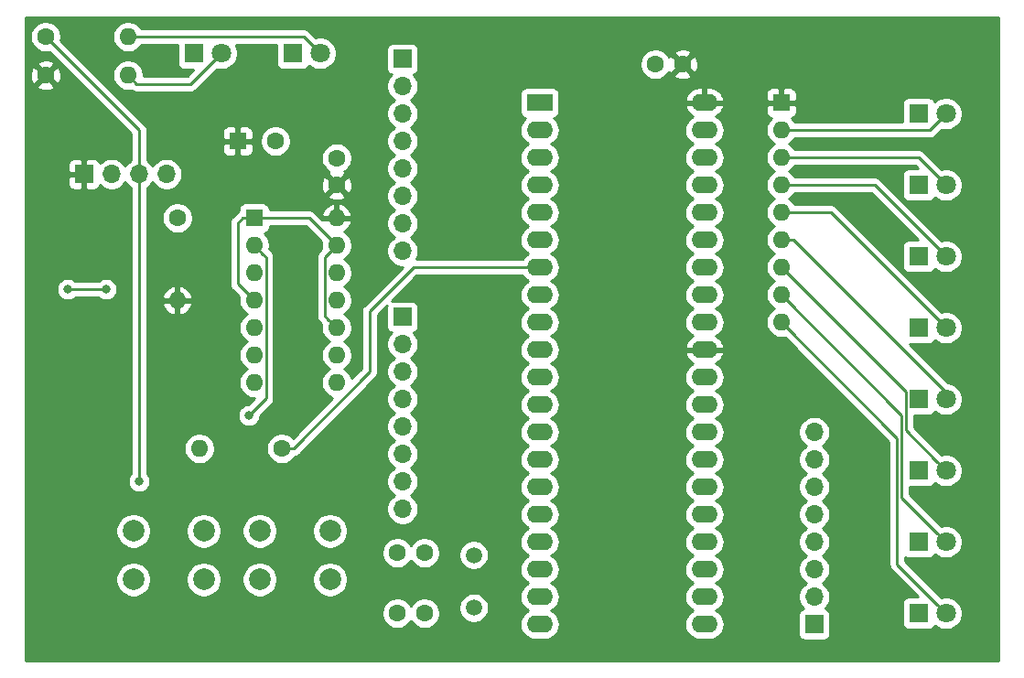
<source format=gbr>
G04 #@! TF.GenerationSoftware,KiCad,Pcbnew,(5.1.5)-3*
G04 #@! TF.CreationDate,2020-04-06T14:20:24-04:00*
G04 #@! TF.ProjectId,atusbprog,61747573-6270-4726-9f67-2e6b69636164,rev?*
G04 #@! TF.SameCoordinates,Original*
G04 #@! TF.FileFunction,Copper,L2,Bot*
G04 #@! TF.FilePolarity,Positive*
%FSLAX46Y46*%
G04 Gerber Fmt 4.6, Leading zero omitted, Abs format (unit mm)*
G04 Created by KiCad (PCBNEW (5.1.5)-3) date 2020-04-06 14:20:24*
%MOMM*%
%LPD*%
G04 APERTURE LIST*
%ADD10C,1.600000*%
%ADD11O,1.600000X1.600000*%
%ADD12R,1.800000X1.800000*%
%ADD13C,1.800000*%
%ADD14C,2.000000*%
%ADD15R,1.600000X1.600000*%
%ADD16C,1.500000*%
%ADD17O,2.400000X1.600000*%
%ADD18R,2.400000X1.600000*%
%ADD19O,1.700000X1.700000*%
%ADD20R,1.700000X1.700000*%
%ADD21C,0.800000*%
%ADD22C,0.250000*%
%ADD23C,0.254000*%
G04 APERTURE END LIST*
D10*
X107188000Y-68580000D03*
D11*
X114808000Y-68580000D03*
D10*
X107188000Y-72136000D03*
D11*
X114808000Y-72136000D03*
D12*
X130048000Y-70104000D03*
D13*
X132588000Y-70104000D03*
D12*
X120904000Y-70104000D03*
D13*
X123444000Y-70104000D03*
D14*
X127000000Y-118800000D03*
X127000000Y-114300000D03*
X133500000Y-118800000D03*
X133500000Y-114300000D03*
X121816000Y-114300000D03*
X121816000Y-118800000D03*
X115316000Y-114300000D03*
X115316000Y-118800000D03*
D10*
X128468000Y-78232000D03*
D15*
X124968000Y-78232000D03*
D10*
X134112000Y-82296000D03*
X134112000Y-79796000D03*
X139740000Y-116332000D03*
X142240000Y-116332000D03*
X142240000Y-121920000D03*
X139740000Y-121920000D03*
X163616000Y-71120000D03*
X166116000Y-71120000D03*
D16*
X146812000Y-116532000D03*
X146812000Y-121412000D03*
D11*
X134112000Y-85344000D03*
X126492000Y-100584000D03*
X134112000Y-87884000D03*
X126492000Y-98044000D03*
X134112000Y-90424000D03*
X126492000Y-95504000D03*
X134112000Y-92964000D03*
X126492000Y-92964000D03*
X134112000Y-95504000D03*
X126492000Y-90424000D03*
X134112000Y-98044000D03*
X126492000Y-87884000D03*
X134112000Y-100584000D03*
D15*
X126492000Y-85344000D03*
D17*
X168148000Y-74676000D03*
X152908000Y-122936000D03*
X168148000Y-77216000D03*
X152908000Y-120396000D03*
X168148000Y-79756000D03*
X152908000Y-117856000D03*
X168148000Y-82296000D03*
X152908000Y-115316000D03*
X168148000Y-84836000D03*
X152908000Y-112776000D03*
X168148000Y-87376000D03*
X152908000Y-110236000D03*
X168148000Y-89916000D03*
X152908000Y-107696000D03*
X168148000Y-92456000D03*
X152908000Y-105156000D03*
X168148000Y-94996000D03*
X152908000Y-102616000D03*
X168148000Y-97536000D03*
X152908000Y-100076000D03*
X168148000Y-100076000D03*
X152908000Y-97536000D03*
X168148000Y-102616000D03*
X152908000Y-94996000D03*
X168148000Y-105156000D03*
X152908000Y-92456000D03*
X168148000Y-107696000D03*
X152908000Y-89916000D03*
X168148000Y-110236000D03*
X152908000Y-87376000D03*
X168148000Y-112776000D03*
X152908000Y-84836000D03*
X168148000Y-115316000D03*
X152908000Y-82296000D03*
X168148000Y-117856000D03*
X152908000Y-79756000D03*
X168148000Y-120396000D03*
X152908000Y-77216000D03*
X168148000Y-122936000D03*
D18*
X152908000Y-74676000D03*
D12*
X187960000Y-88900000D03*
D13*
X190500000Y-88900000D03*
X190500000Y-75692000D03*
D12*
X187960000Y-75692000D03*
X187960000Y-82296000D03*
D13*
X190500000Y-82296000D03*
X190500000Y-95504000D03*
D12*
X187960000Y-95504000D03*
X187960000Y-108712000D03*
D13*
X190500000Y-108712000D03*
X190500000Y-121920000D03*
D12*
X187960000Y-121920000D03*
X187960000Y-102108000D03*
D13*
X190500000Y-102108000D03*
X190500000Y-115316000D03*
D12*
X187960000Y-115316000D03*
D19*
X118364000Y-81280000D03*
X115824000Y-81280000D03*
X113284000Y-81280000D03*
D20*
X110744000Y-81280000D03*
D19*
X140208000Y-88392000D03*
X140208000Y-85852000D03*
X140208000Y-83312000D03*
X140208000Y-80772000D03*
X140208000Y-78232000D03*
X140208000Y-75692000D03*
X140208000Y-73152000D03*
D20*
X140208000Y-70612000D03*
X140208000Y-94488000D03*
D19*
X140208000Y-97028000D03*
X140208000Y-99568000D03*
X140208000Y-102108000D03*
X140208000Y-104648000D03*
X140208000Y-107188000D03*
X140208000Y-109728000D03*
X140208000Y-112268000D03*
X178308000Y-105156000D03*
X178308000Y-107696000D03*
X178308000Y-110236000D03*
X178308000Y-112776000D03*
X178308000Y-115316000D03*
X178308000Y-117856000D03*
X178308000Y-120396000D03*
D20*
X178308000Y-122936000D03*
D11*
X175260000Y-94996000D03*
X175260000Y-92456000D03*
X175260000Y-89916000D03*
X175260000Y-87376000D03*
X175260000Y-84836000D03*
X175260000Y-82296000D03*
X175260000Y-79756000D03*
X175260000Y-77216000D03*
D15*
X175260000Y-74676000D03*
D10*
X129032000Y-106680000D03*
D11*
X121412000Y-106680000D03*
X119380000Y-92964000D03*
D10*
X119380000Y-85344000D03*
D21*
X112776000Y-91948000D03*
X109220000Y-91948000D03*
X125984000Y-103632000D03*
X115824000Y-109728000D03*
D22*
X124968000Y-91440000D02*
X126492000Y-92964000D01*
X124968000Y-85818000D02*
X124968000Y-91440000D01*
X126492000Y-85344000D02*
X125442000Y-85344000D01*
X125442000Y-85344000D02*
X124968000Y-85818000D01*
X131572000Y-85344000D02*
X134112000Y-87884000D01*
X126492000Y-85344000D02*
X131572000Y-85344000D01*
X133312001Y-94704001D02*
X134112000Y-95504000D01*
X133034599Y-94426599D02*
X133312001Y-94704001D01*
X133034599Y-88961401D02*
X133034599Y-94426599D01*
X134112000Y-87884000D02*
X133034599Y-88961401D01*
X112776000Y-91948000D02*
X109220000Y-91948000D01*
X127569401Y-88961401D02*
X127291999Y-88683999D01*
X127569401Y-102046599D02*
X127569401Y-88961401D01*
X127291999Y-88683999D02*
X126492000Y-87884000D01*
X125984000Y-103632000D02*
X127569401Y-102046599D01*
X130163370Y-106680000D02*
X129032000Y-106680000D01*
X137160000Y-99568000D02*
X130163370Y-106680000D01*
X141224000Y-89916000D02*
X137160000Y-93980000D01*
X137160000Y-93980000D02*
X137160000Y-99568000D01*
X152908000Y-89916000D02*
X141224000Y-89916000D01*
X189600001Y-121020001D02*
X190500000Y-121920000D01*
X185977779Y-117397779D02*
X189600001Y-121020001D01*
X185977779Y-105713779D02*
X185977779Y-117397779D01*
X175260000Y-94996000D02*
X185977779Y-105713779D01*
X189600001Y-114416001D02*
X190500000Y-115316000D01*
X186380189Y-111196189D02*
X189600001Y-114416001D01*
X186380189Y-103576189D02*
X186380189Y-111196189D01*
X175260000Y-92456000D02*
X186380189Y-103576189D01*
X189600001Y-107812001D02*
X190500000Y-108712000D01*
X186782599Y-101438599D02*
X186782599Y-104994599D01*
X186782599Y-104994599D02*
X189600001Y-107812001D01*
X175260000Y-89916000D02*
X186782599Y-101438599D01*
X190500000Y-101484630D02*
X190500000Y-102108000D01*
X176391370Y-87376000D02*
X190500000Y-101484630D01*
X175260000Y-87376000D02*
X176391370Y-87376000D01*
X179832000Y-84836000D02*
X190500000Y-95504000D01*
X175260000Y-84836000D02*
X179832000Y-84836000D01*
X183896000Y-82296000D02*
X190500000Y-88900000D01*
X175260000Y-82296000D02*
X183896000Y-82296000D01*
X187960000Y-79756000D02*
X190500000Y-82296000D01*
X175260000Y-79756000D02*
X187960000Y-79756000D01*
X188976000Y-77216000D02*
X190500000Y-75692000D01*
X175260000Y-77216000D02*
X188976000Y-77216000D01*
X115824000Y-83312000D02*
X115824000Y-109728000D01*
X115824000Y-83312000D02*
X115824000Y-81280000D01*
X115824000Y-77216000D02*
X107188000Y-68580000D01*
X115824000Y-81280000D02*
X115824000Y-77216000D01*
X122544001Y-71003999D02*
X123444000Y-70104000D01*
X115607999Y-72935999D02*
X120612001Y-72935999D01*
X120612001Y-72935999D02*
X122544001Y-71003999D01*
X114808000Y-72136000D02*
X115607999Y-72935999D01*
X131064000Y-68580000D02*
X132588000Y-70104000D01*
X114808000Y-68580000D02*
X131064000Y-68580000D01*
D23*
G36*
X195378001Y-126290000D02*
G01*
X105358000Y-126290000D01*
X105358000Y-121778665D01*
X138305000Y-121778665D01*
X138305000Y-122061335D01*
X138360147Y-122338574D01*
X138468320Y-122599727D01*
X138625363Y-122834759D01*
X138825241Y-123034637D01*
X139060273Y-123191680D01*
X139321426Y-123299853D01*
X139598665Y-123355000D01*
X139881335Y-123355000D01*
X140158574Y-123299853D01*
X140419727Y-123191680D01*
X140654759Y-123034637D01*
X140854637Y-122834759D01*
X140990000Y-122632173D01*
X141125363Y-122834759D01*
X141325241Y-123034637D01*
X141560273Y-123191680D01*
X141821426Y-123299853D01*
X142098665Y-123355000D01*
X142381335Y-123355000D01*
X142658574Y-123299853D01*
X142919727Y-123191680D01*
X143154759Y-123034637D01*
X143354637Y-122834759D01*
X143511680Y-122599727D01*
X143619853Y-122338574D01*
X143675000Y-122061335D01*
X143675000Y-121778665D01*
X143619853Y-121501426D01*
X143526309Y-121275589D01*
X145427000Y-121275589D01*
X145427000Y-121548411D01*
X145480225Y-121815989D01*
X145584629Y-122068043D01*
X145736201Y-122294886D01*
X145929114Y-122487799D01*
X146155957Y-122639371D01*
X146408011Y-122743775D01*
X146675589Y-122797000D01*
X146948411Y-122797000D01*
X147215989Y-122743775D01*
X147468043Y-122639371D01*
X147694886Y-122487799D01*
X147887799Y-122294886D01*
X148039371Y-122068043D01*
X148143775Y-121815989D01*
X148197000Y-121548411D01*
X148197000Y-121275589D01*
X148143775Y-121008011D01*
X148039371Y-120755957D01*
X147887799Y-120529114D01*
X147694886Y-120336201D01*
X147468043Y-120184629D01*
X147215989Y-120080225D01*
X146948411Y-120027000D01*
X146675589Y-120027000D01*
X146408011Y-120080225D01*
X146155957Y-120184629D01*
X145929114Y-120336201D01*
X145736201Y-120529114D01*
X145584629Y-120755957D01*
X145480225Y-121008011D01*
X145427000Y-121275589D01*
X143526309Y-121275589D01*
X143511680Y-121240273D01*
X143354637Y-121005241D01*
X143154759Y-120805363D01*
X142919727Y-120648320D01*
X142658574Y-120540147D01*
X142381335Y-120485000D01*
X142098665Y-120485000D01*
X141821426Y-120540147D01*
X141560273Y-120648320D01*
X141325241Y-120805363D01*
X141125363Y-121005241D01*
X140990000Y-121207827D01*
X140854637Y-121005241D01*
X140654759Y-120805363D01*
X140419727Y-120648320D01*
X140158574Y-120540147D01*
X139881335Y-120485000D01*
X139598665Y-120485000D01*
X139321426Y-120540147D01*
X139060273Y-120648320D01*
X138825241Y-120805363D01*
X138625363Y-121005241D01*
X138468320Y-121240273D01*
X138360147Y-121501426D01*
X138305000Y-121778665D01*
X105358000Y-121778665D01*
X105358000Y-118638967D01*
X113681000Y-118638967D01*
X113681000Y-118961033D01*
X113743832Y-119276912D01*
X113867082Y-119574463D01*
X114046013Y-119842252D01*
X114273748Y-120069987D01*
X114541537Y-120248918D01*
X114839088Y-120372168D01*
X115154967Y-120435000D01*
X115477033Y-120435000D01*
X115792912Y-120372168D01*
X116090463Y-120248918D01*
X116358252Y-120069987D01*
X116585987Y-119842252D01*
X116764918Y-119574463D01*
X116888168Y-119276912D01*
X116951000Y-118961033D01*
X116951000Y-118638967D01*
X120181000Y-118638967D01*
X120181000Y-118961033D01*
X120243832Y-119276912D01*
X120367082Y-119574463D01*
X120546013Y-119842252D01*
X120773748Y-120069987D01*
X121041537Y-120248918D01*
X121339088Y-120372168D01*
X121654967Y-120435000D01*
X121977033Y-120435000D01*
X122292912Y-120372168D01*
X122590463Y-120248918D01*
X122858252Y-120069987D01*
X123085987Y-119842252D01*
X123264918Y-119574463D01*
X123388168Y-119276912D01*
X123451000Y-118961033D01*
X123451000Y-118638967D01*
X125365000Y-118638967D01*
X125365000Y-118961033D01*
X125427832Y-119276912D01*
X125551082Y-119574463D01*
X125730013Y-119842252D01*
X125957748Y-120069987D01*
X126225537Y-120248918D01*
X126523088Y-120372168D01*
X126838967Y-120435000D01*
X127161033Y-120435000D01*
X127476912Y-120372168D01*
X127774463Y-120248918D01*
X128042252Y-120069987D01*
X128269987Y-119842252D01*
X128448918Y-119574463D01*
X128572168Y-119276912D01*
X128635000Y-118961033D01*
X128635000Y-118638967D01*
X131865000Y-118638967D01*
X131865000Y-118961033D01*
X131927832Y-119276912D01*
X132051082Y-119574463D01*
X132230013Y-119842252D01*
X132457748Y-120069987D01*
X132725537Y-120248918D01*
X133023088Y-120372168D01*
X133338967Y-120435000D01*
X133661033Y-120435000D01*
X133976912Y-120372168D01*
X134274463Y-120248918D01*
X134542252Y-120069987D01*
X134769987Y-119842252D01*
X134948918Y-119574463D01*
X135072168Y-119276912D01*
X135135000Y-118961033D01*
X135135000Y-118638967D01*
X135072168Y-118323088D01*
X134948918Y-118025537D01*
X134769987Y-117757748D01*
X134542252Y-117530013D01*
X134274463Y-117351082D01*
X133976912Y-117227832D01*
X133661033Y-117165000D01*
X133338967Y-117165000D01*
X133023088Y-117227832D01*
X132725537Y-117351082D01*
X132457748Y-117530013D01*
X132230013Y-117757748D01*
X132051082Y-118025537D01*
X131927832Y-118323088D01*
X131865000Y-118638967D01*
X128635000Y-118638967D01*
X128572168Y-118323088D01*
X128448918Y-118025537D01*
X128269987Y-117757748D01*
X128042252Y-117530013D01*
X127774463Y-117351082D01*
X127476912Y-117227832D01*
X127161033Y-117165000D01*
X126838967Y-117165000D01*
X126523088Y-117227832D01*
X126225537Y-117351082D01*
X125957748Y-117530013D01*
X125730013Y-117757748D01*
X125551082Y-118025537D01*
X125427832Y-118323088D01*
X125365000Y-118638967D01*
X123451000Y-118638967D01*
X123388168Y-118323088D01*
X123264918Y-118025537D01*
X123085987Y-117757748D01*
X122858252Y-117530013D01*
X122590463Y-117351082D01*
X122292912Y-117227832D01*
X121977033Y-117165000D01*
X121654967Y-117165000D01*
X121339088Y-117227832D01*
X121041537Y-117351082D01*
X120773748Y-117530013D01*
X120546013Y-117757748D01*
X120367082Y-118025537D01*
X120243832Y-118323088D01*
X120181000Y-118638967D01*
X116951000Y-118638967D01*
X116888168Y-118323088D01*
X116764918Y-118025537D01*
X116585987Y-117757748D01*
X116358252Y-117530013D01*
X116090463Y-117351082D01*
X115792912Y-117227832D01*
X115477033Y-117165000D01*
X115154967Y-117165000D01*
X114839088Y-117227832D01*
X114541537Y-117351082D01*
X114273748Y-117530013D01*
X114046013Y-117757748D01*
X113867082Y-118025537D01*
X113743832Y-118323088D01*
X113681000Y-118638967D01*
X105358000Y-118638967D01*
X105358000Y-116190665D01*
X138305000Y-116190665D01*
X138305000Y-116473335D01*
X138360147Y-116750574D01*
X138468320Y-117011727D01*
X138625363Y-117246759D01*
X138825241Y-117446637D01*
X139060273Y-117603680D01*
X139321426Y-117711853D01*
X139598665Y-117767000D01*
X139881335Y-117767000D01*
X140158574Y-117711853D01*
X140419727Y-117603680D01*
X140654759Y-117446637D01*
X140854637Y-117246759D01*
X140990000Y-117044173D01*
X141125363Y-117246759D01*
X141325241Y-117446637D01*
X141560273Y-117603680D01*
X141821426Y-117711853D01*
X142098665Y-117767000D01*
X142381335Y-117767000D01*
X142658574Y-117711853D01*
X142919727Y-117603680D01*
X143154759Y-117446637D01*
X143354637Y-117246759D01*
X143511680Y-117011727D01*
X143619853Y-116750574D01*
X143675000Y-116473335D01*
X143675000Y-116395589D01*
X145427000Y-116395589D01*
X145427000Y-116668411D01*
X145480225Y-116935989D01*
X145584629Y-117188043D01*
X145736201Y-117414886D01*
X145929114Y-117607799D01*
X146155957Y-117759371D01*
X146408011Y-117863775D01*
X146675589Y-117917000D01*
X146948411Y-117917000D01*
X147215989Y-117863775D01*
X147468043Y-117759371D01*
X147694886Y-117607799D01*
X147887799Y-117414886D01*
X148039371Y-117188043D01*
X148143775Y-116935989D01*
X148197000Y-116668411D01*
X148197000Y-116395589D01*
X148143775Y-116128011D01*
X148039371Y-115875957D01*
X147887799Y-115649114D01*
X147694886Y-115456201D01*
X147468043Y-115304629D01*
X147215989Y-115200225D01*
X146948411Y-115147000D01*
X146675589Y-115147000D01*
X146408011Y-115200225D01*
X146155957Y-115304629D01*
X145929114Y-115456201D01*
X145736201Y-115649114D01*
X145584629Y-115875957D01*
X145480225Y-116128011D01*
X145427000Y-116395589D01*
X143675000Y-116395589D01*
X143675000Y-116190665D01*
X143619853Y-115913426D01*
X143511680Y-115652273D01*
X143354637Y-115417241D01*
X143154759Y-115217363D01*
X142919727Y-115060320D01*
X142658574Y-114952147D01*
X142381335Y-114897000D01*
X142098665Y-114897000D01*
X141821426Y-114952147D01*
X141560273Y-115060320D01*
X141325241Y-115217363D01*
X141125363Y-115417241D01*
X140990000Y-115619827D01*
X140854637Y-115417241D01*
X140654759Y-115217363D01*
X140419727Y-115060320D01*
X140158574Y-114952147D01*
X139881335Y-114897000D01*
X139598665Y-114897000D01*
X139321426Y-114952147D01*
X139060273Y-115060320D01*
X138825241Y-115217363D01*
X138625363Y-115417241D01*
X138468320Y-115652273D01*
X138360147Y-115913426D01*
X138305000Y-116190665D01*
X105358000Y-116190665D01*
X105358000Y-114138967D01*
X113681000Y-114138967D01*
X113681000Y-114461033D01*
X113743832Y-114776912D01*
X113867082Y-115074463D01*
X114046013Y-115342252D01*
X114273748Y-115569987D01*
X114541537Y-115748918D01*
X114839088Y-115872168D01*
X115154967Y-115935000D01*
X115477033Y-115935000D01*
X115792912Y-115872168D01*
X116090463Y-115748918D01*
X116358252Y-115569987D01*
X116585987Y-115342252D01*
X116764918Y-115074463D01*
X116888168Y-114776912D01*
X116951000Y-114461033D01*
X116951000Y-114138967D01*
X120181000Y-114138967D01*
X120181000Y-114461033D01*
X120243832Y-114776912D01*
X120367082Y-115074463D01*
X120546013Y-115342252D01*
X120773748Y-115569987D01*
X121041537Y-115748918D01*
X121339088Y-115872168D01*
X121654967Y-115935000D01*
X121977033Y-115935000D01*
X122292912Y-115872168D01*
X122590463Y-115748918D01*
X122858252Y-115569987D01*
X123085987Y-115342252D01*
X123264918Y-115074463D01*
X123388168Y-114776912D01*
X123451000Y-114461033D01*
X123451000Y-114138967D01*
X125365000Y-114138967D01*
X125365000Y-114461033D01*
X125427832Y-114776912D01*
X125551082Y-115074463D01*
X125730013Y-115342252D01*
X125957748Y-115569987D01*
X126225537Y-115748918D01*
X126523088Y-115872168D01*
X126838967Y-115935000D01*
X127161033Y-115935000D01*
X127476912Y-115872168D01*
X127774463Y-115748918D01*
X128042252Y-115569987D01*
X128269987Y-115342252D01*
X128448918Y-115074463D01*
X128572168Y-114776912D01*
X128635000Y-114461033D01*
X128635000Y-114138967D01*
X131865000Y-114138967D01*
X131865000Y-114461033D01*
X131927832Y-114776912D01*
X132051082Y-115074463D01*
X132230013Y-115342252D01*
X132457748Y-115569987D01*
X132725537Y-115748918D01*
X133023088Y-115872168D01*
X133338967Y-115935000D01*
X133661033Y-115935000D01*
X133976912Y-115872168D01*
X134274463Y-115748918D01*
X134542252Y-115569987D01*
X134769987Y-115342252D01*
X134948918Y-115074463D01*
X135072168Y-114776912D01*
X135135000Y-114461033D01*
X135135000Y-114138967D01*
X135072168Y-113823088D01*
X134948918Y-113525537D01*
X134769987Y-113257748D01*
X134542252Y-113030013D01*
X134274463Y-112851082D01*
X133976912Y-112727832D01*
X133661033Y-112665000D01*
X133338967Y-112665000D01*
X133023088Y-112727832D01*
X132725537Y-112851082D01*
X132457748Y-113030013D01*
X132230013Y-113257748D01*
X132051082Y-113525537D01*
X131927832Y-113823088D01*
X131865000Y-114138967D01*
X128635000Y-114138967D01*
X128572168Y-113823088D01*
X128448918Y-113525537D01*
X128269987Y-113257748D01*
X128042252Y-113030013D01*
X127774463Y-112851082D01*
X127476912Y-112727832D01*
X127161033Y-112665000D01*
X126838967Y-112665000D01*
X126523088Y-112727832D01*
X126225537Y-112851082D01*
X125957748Y-113030013D01*
X125730013Y-113257748D01*
X125551082Y-113525537D01*
X125427832Y-113823088D01*
X125365000Y-114138967D01*
X123451000Y-114138967D01*
X123388168Y-113823088D01*
X123264918Y-113525537D01*
X123085987Y-113257748D01*
X122858252Y-113030013D01*
X122590463Y-112851082D01*
X122292912Y-112727832D01*
X121977033Y-112665000D01*
X121654967Y-112665000D01*
X121339088Y-112727832D01*
X121041537Y-112851082D01*
X120773748Y-113030013D01*
X120546013Y-113257748D01*
X120367082Y-113525537D01*
X120243832Y-113823088D01*
X120181000Y-114138967D01*
X116951000Y-114138967D01*
X116888168Y-113823088D01*
X116764918Y-113525537D01*
X116585987Y-113257748D01*
X116358252Y-113030013D01*
X116090463Y-112851082D01*
X115792912Y-112727832D01*
X115477033Y-112665000D01*
X115154967Y-112665000D01*
X114839088Y-112727832D01*
X114541537Y-112851082D01*
X114273748Y-113030013D01*
X114046013Y-113257748D01*
X113867082Y-113525537D01*
X113743832Y-113823088D01*
X113681000Y-114138967D01*
X105358000Y-114138967D01*
X105358000Y-91846061D01*
X108185000Y-91846061D01*
X108185000Y-92049939D01*
X108224774Y-92249898D01*
X108302795Y-92438256D01*
X108416063Y-92607774D01*
X108560226Y-92751937D01*
X108729744Y-92865205D01*
X108918102Y-92943226D01*
X109118061Y-92983000D01*
X109321939Y-92983000D01*
X109521898Y-92943226D01*
X109710256Y-92865205D01*
X109879774Y-92751937D01*
X109923711Y-92708000D01*
X112072289Y-92708000D01*
X112116226Y-92751937D01*
X112285744Y-92865205D01*
X112474102Y-92943226D01*
X112674061Y-92983000D01*
X112877939Y-92983000D01*
X113077898Y-92943226D01*
X113266256Y-92865205D01*
X113435774Y-92751937D01*
X113579937Y-92607774D01*
X113693205Y-92438256D01*
X113771226Y-92249898D01*
X113811000Y-92049939D01*
X113811000Y-91846061D01*
X113771226Y-91646102D01*
X113693205Y-91457744D01*
X113579937Y-91288226D01*
X113435774Y-91144063D01*
X113266256Y-91030795D01*
X113077898Y-90952774D01*
X112877939Y-90913000D01*
X112674061Y-90913000D01*
X112474102Y-90952774D01*
X112285744Y-91030795D01*
X112116226Y-91144063D01*
X112072289Y-91188000D01*
X109923711Y-91188000D01*
X109879774Y-91144063D01*
X109710256Y-91030795D01*
X109521898Y-90952774D01*
X109321939Y-90913000D01*
X109118061Y-90913000D01*
X108918102Y-90952774D01*
X108729744Y-91030795D01*
X108560226Y-91144063D01*
X108416063Y-91288226D01*
X108302795Y-91457744D01*
X108224774Y-91646102D01*
X108185000Y-91846061D01*
X105358000Y-91846061D01*
X105358000Y-82130000D01*
X109255928Y-82130000D01*
X109268188Y-82254482D01*
X109304498Y-82374180D01*
X109363463Y-82484494D01*
X109442815Y-82581185D01*
X109539506Y-82660537D01*
X109649820Y-82719502D01*
X109769518Y-82755812D01*
X109894000Y-82768072D01*
X110458250Y-82765000D01*
X110617000Y-82606250D01*
X110617000Y-81407000D01*
X109417750Y-81407000D01*
X109259000Y-81565750D01*
X109255928Y-82130000D01*
X105358000Y-82130000D01*
X105358000Y-80430000D01*
X109255928Y-80430000D01*
X109259000Y-80994250D01*
X109417750Y-81153000D01*
X110617000Y-81153000D01*
X110617000Y-79953750D01*
X110458250Y-79795000D01*
X109894000Y-79791928D01*
X109769518Y-79804188D01*
X109649820Y-79840498D01*
X109539506Y-79899463D01*
X109442815Y-79978815D01*
X109363463Y-80075506D01*
X109304498Y-80185820D01*
X109268188Y-80305518D01*
X109255928Y-80430000D01*
X105358000Y-80430000D01*
X105358000Y-73128702D01*
X106374903Y-73128702D01*
X106446486Y-73372671D01*
X106701996Y-73493571D01*
X106976184Y-73562300D01*
X107258512Y-73576217D01*
X107538130Y-73534787D01*
X107804292Y-73439603D01*
X107929514Y-73372671D01*
X108001097Y-73128702D01*
X107188000Y-72315605D01*
X106374903Y-73128702D01*
X105358000Y-73128702D01*
X105358000Y-72206512D01*
X105747783Y-72206512D01*
X105789213Y-72486130D01*
X105884397Y-72752292D01*
X105951329Y-72877514D01*
X106195298Y-72949097D01*
X107008395Y-72136000D01*
X107367605Y-72136000D01*
X108180702Y-72949097D01*
X108424671Y-72877514D01*
X108545571Y-72622004D01*
X108614300Y-72347816D01*
X108628217Y-72065488D01*
X108586787Y-71785870D01*
X108491603Y-71519708D01*
X108424671Y-71394486D01*
X108180702Y-71322903D01*
X107367605Y-72136000D01*
X107008395Y-72136000D01*
X106195298Y-71322903D01*
X105951329Y-71394486D01*
X105830429Y-71649996D01*
X105761700Y-71924184D01*
X105747783Y-72206512D01*
X105358000Y-72206512D01*
X105358000Y-71143298D01*
X106374903Y-71143298D01*
X107188000Y-71956395D01*
X108001097Y-71143298D01*
X107929514Y-70899329D01*
X107674004Y-70778429D01*
X107399816Y-70709700D01*
X107117488Y-70695783D01*
X106837870Y-70737213D01*
X106571708Y-70832397D01*
X106446486Y-70899329D01*
X106374903Y-71143298D01*
X105358000Y-71143298D01*
X105358000Y-68438665D01*
X105753000Y-68438665D01*
X105753000Y-68721335D01*
X105808147Y-68998574D01*
X105916320Y-69259727D01*
X106073363Y-69494759D01*
X106273241Y-69694637D01*
X106508273Y-69851680D01*
X106769426Y-69959853D01*
X107046665Y-70015000D01*
X107329335Y-70015000D01*
X107511887Y-69978688D01*
X115064001Y-77530803D01*
X115064000Y-80001821D01*
X114877368Y-80126525D01*
X114670525Y-80333368D01*
X114554000Y-80507760D01*
X114437475Y-80333368D01*
X114230632Y-80126525D01*
X113987411Y-79964010D01*
X113717158Y-79852068D01*
X113430260Y-79795000D01*
X113137740Y-79795000D01*
X112850842Y-79852068D01*
X112580589Y-79964010D01*
X112337368Y-80126525D01*
X112205513Y-80258380D01*
X112183502Y-80185820D01*
X112124537Y-80075506D01*
X112045185Y-79978815D01*
X111948494Y-79899463D01*
X111838180Y-79840498D01*
X111718482Y-79804188D01*
X111594000Y-79791928D01*
X111029750Y-79795000D01*
X110871000Y-79953750D01*
X110871000Y-81153000D01*
X110891000Y-81153000D01*
X110891000Y-81407000D01*
X110871000Y-81407000D01*
X110871000Y-82606250D01*
X111029750Y-82765000D01*
X111594000Y-82768072D01*
X111718482Y-82755812D01*
X111838180Y-82719502D01*
X111948494Y-82660537D01*
X112045185Y-82581185D01*
X112124537Y-82484494D01*
X112183502Y-82374180D01*
X112205513Y-82301620D01*
X112337368Y-82433475D01*
X112580589Y-82595990D01*
X112850842Y-82707932D01*
X113137740Y-82765000D01*
X113430260Y-82765000D01*
X113717158Y-82707932D01*
X113987411Y-82595990D01*
X114230632Y-82433475D01*
X114437475Y-82226632D01*
X114554000Y-82052240D01*
X114670525Y-82226632D01*
X114877368Y-82433475D01*
X115064000Y-82558179D01*
X115064000Y-83274668D01*
X115064001Y-109024288D01*
X115020063Y-109068226D01*
X114906795Y-109237744D01*
X114828774Y-109426102D01*
X114789000Y-109626061D01*
X114789000Y-109829939D01*
X114828774Y-110029898D01*
X114906795Y-110218256D01*
X115020063Y-110387774D01*
X115164226Y-110531937D01*
X115333744Y-110645205D01*
X115522102Y-110723226D01*
X115722061Y-110763000D01*
X115925939Y-110763000D01*
X116125898Y-110723226D01*
X116314256Y-110645205D01*
X116483774Y-110531937D01*
X116627937Y-110387774D01*
X116741205Y-110218256D01*
X116819226Y-110029898D01*
X116859000Y-109829939D01*
X116859000Y-109626061D01*
X116819226Y-109426102D01*
X116741205Y-109237744D01*
X116627937Y-109068226D01*
X116584000Y-109024289D01*
X116584000Y-106538665D01*
X119977000Y-106538665D01*
X119977000Y-106821335D01*
X120032147Y-107098574D01*
X120140320Y-107359727D01*
X120297363Y-107594759D01*
X120497241Y-107794637D01*
X120732273Y-107951680D01*
X120993426Y-108059853D01*
X121270665Y-108115000D01*
X121553335Y-108115000D01*
X121830574Y-108059853D01*
X122091727Y-107951680D01*
X122326759Y-107794637D01*
X122526637Y-107594759D01*
X122683680Y-107359727D01*
X122791853Y-107098574D01*
X122847000Y-106821335D01*
X122847000Y-106538665D01*
X122791853Y-106261426D01*
X122683680Y-106000273D01*
X122526637Y-105765241D01*
X122326759Y-105565363D01*
X122091727Y-105408320D01*
X121830574Y-105300147D01*
X121553335Y-105245000D01*
X121270665Y-105245000D01*
X120993426Y-105300147D01*
X120732273Y-105408320D01*
X120497241Y-105565363D01*
X120297363Y-105765241D01*
X120140320Y-106000273D01*
X120032147Y-106261426D01*
X119977000Y-106538665D01*
X116584000Y-106538665D01*
X116584000Y-93313040D01*
X117988091Y-93313040D01*
X118082930Y-93577881D01*
X118227615Y-93819131D01*
X118416586Y-94027519D01*
X118642580Y-94195037D01*
X118896913Y-94315246D01*
X119030961Y-94355904D01*
X119253000Y-94233915D01*
X119253000Y-93091000D01*
X119507000Y-93091000D01*
X119507000Y-94233915D01*
X119729039Y-94355904D01*
X119863087Y-94315246D01*
X120117420Y-94195037D01*
X120343414Y-94027519D01*
X120532385Y-93819131D01*
X120677070Y-93577881D01*
X120771909Y-93313040D01*
X120650624Y-93091000D01*
X119507000Y-93091000D01*
X119253000Y-93091000D01*
X118109376Y-93091000D01*
X117988091Y-93313040D01*
X116584000Y-93313040D01*
X116584000Y-92614960D01*
X117988091Y-92614960D01*
X118109376Y-92837000D01*
X119253000Y-92837000D01*
X119253000Y-91694085D01*
X119507000Y-91694085D01*
X119507000Y-92837000D01*
X120650624Y-92837000D01*
X120771909Y-92614960D01*
X120677070Y-92350119D01*
X120532385Y-92108869D01*
X120343414Y-91900481D01*
X120117420Y-91732963D01*
X119863087Y-91612754D01*
X119729039Y-91572096D01*
X119507000Y-91694085D01*
X119253000Y-91694085D01*
X119030961Y-91572096D01*
X118896913Y-91612754D01*
X118642580Y-91732963D01*
X118416586Y-91900481D01*
X118227615Y-92108869D01*
X118082930Y-92350119D01*
X117988091Y-92614960D01*
X116584000Y-92614960D01*
X116584000Y-85202665D01*
X117945000Y-85202665D01*
X117945000Y-85485335D01*
X118000147Y-85762574D01*
X118108320Y-86023727D01*
X118265363Y-86258759D01*
X118465241Y-86458637D01*
X118700273Y-86615680D01*
X118961426Y-86723853D01*
X119238665Y-86779000D01*
X119521335Y-86779000D01*
X119798574Y-86723853D01*
X120059727Y-86615680D01*
X120294759Y-86458637D01*
X120494637Y-86258759D01*
X120651680Y-86023727D01*
X120736894Y-85818000D01*
X124204324Y-85818000D01*
X124208000Y-85855323D01*
X124208001Y-91402668D01*
X124204324Y-91440000D01*
X124208001Y-91477333D01*
X124217335Y-91572096D01*
X124218998Y-91588985D01*
X124262454Y-91732246D01*
X124333026Y-91864276D01*
X124401737Y-91948000D01*
X124428000Y-91980001D01*
X124456998Y-92003799D01*
X125093312Y-92640114D01*
X125057000Y-92822665D01*
X125057000Y-93105335D01*
X125112147Y-93382574D01*
X125220320Y-93643727D01*
X125377363Y-93878759D01*
X125577241Y-94078637D01*
X125809759Y-94234000D01*
X125577241Y-94389363D01*
X125377363Y-94589241D01*
X125220320Y-94824273D01*
X125112147Y-95085426D01*
X125057000Y-95362665D01*
X125057000Y-95645335D01*
X125112147Y-95922574D01*
X125220320Y-96183727D01*
X125377363Y-96418759D01*
X125577241Y-96618637D01*
X125809759Y-96774000D01*
X125577241Y-96929363D01*
X125377363Y-97129241D01*
X125220320Y-97364273D01*
X125112147Y-97625426D01*
X125057000Y-97902665D01*
X125057000Y-98185335D01*
X125112147Y-98462574D01*
X125220320Y-98723727D01*
X125377363Y-98958759D01*
X125577241Y-99158637D01*
X125809759Y-99314000D01*
X125577241Y-99469363D01*
X125377363Y-99669241D01*
X125220320Y-99904273D01*
X125112147Y-100165426D01*
X125057000Y-100442665D01*
X125057000Y-100725335D01*
X125112147Y-101002574D01*
X125220320Y-101263727D01*
X125377363Y-101498759D01*
X125577241Y-101698637D01*
X125812273Y-101855680D01*
X126073426Y-101963853D01*
X126350665Y-102019000D01*
X126522198Y-102019000D01*
X125944199Y-102597000D01*
X125882061Y-102597000D01*
X125682102Y-102636774D01*
X125493744Y-102714795D01*
X125324226Y-102828063D01*
X125180063Y-102972226D01*
X125066795Y-103141744D01*
X124988774Y-103330102D01*
X124949000Y-103530061D01*
X124949000Y-103733939D01*
X124988774Y-103933898D01*
X125066795Y-104122256D01*
X125180063Y-104291774D01*
X125324226Y-104435937D01*
X125493744Y-104549205D01*
X125682102Y-104627226D01*
X125882061Y-104667000D01*
X126085939Y-104667000D01*
X126285898Y-104627226D01*
X126474256Y-104549205D01*
X126643774Y-104435937D01*
X126787937Y-104291774D01*
X126901205Y-104122256D01*
X126979226Y-103933898D01*
X127019000Y-103733939D01*
X127019000Y-103671801D01*
X128080405Y-102610397D01*
X128109402Y-102586600D01*
X128204375Y-102470875D01*
X128274947Y-102338846D01*
X128318404Y-102195585D01*
X128329401Y-102083932D01*
X128329401Y-102083931D01*
X128333078Y-102046599D01*
X128329401Y-102009266D01*
X128329401Y-88998726D01*
X128333077Y-88961401D01*
X128329401Y-88924076D01*
X128329401Y-88924068D01*
X128318404Y-88812415D01*
X128274947Y-88669154D01*
X128204375Y-88537125D01*
X128109402Y-88421400D01*
X128080398Y-88397597D01*
X127890688Y-88207887D01*
X127927000Y-88025335D01*
X127927000Y-87742665D01*
X127871853Y-87465426D01*
X127763680Y-87204273D01*
X127606637Y-86969241D01*
X127408039Y-86770643D01*
X127416482Y-86769812D01*
X127536180Y-86733502D01*
X127646494Y-86674537D01*
X127743185Y-86595185D01*
X127822537Y-86498494D01*
X127881502Y-86388180D01*
X127917812Y-86268482D01*
X127930072Y-86144000D01*
X127930072Y-86104000D01*
X131257199Y-86104000D01*
X132713312Y-87560114D01*
X132677000Y-87742665D01*
X132677000Y-88025335D01*
X132713312Y-88207887D01*
X132523601Y-88397597D01*
X132494598Y-88421400D01*
X132469275Y-88452257D01*
X132399625Y-88537125D01*
X132348377Y-88633002D01*
X132329053Y-88669155D01*
X132285596Y-88812416D01*
X132274599Y-88924069D01*
X132274599Y-88924079D01*
X132270923Y-88961401D01*
X132274599Y-88998724D01*
X132274600Y-94389267D01*
X132270923Y-94426599D01*
X132274600Y-94463932D01*
X132285597Y-94575585D01*
X132297545Y-94614974D01*
X132329053Y-94718845D01*
X132399625Y-94850875D01*
X132470800Y-94937601D01*
X132494599Y-94966600D01*
X132523597Y-94990398D01*
X132713312Y-95180113D01*
X132677000Y-95362665D01*
X132677000Y-95645335D01*
X132732147Y-95922574D01*
X132840320Y-96183727D01*
X132997363Y-96418759D01*
X133197241Y-96618637D01*
X133429759Y-96774000D01*
X133197241Y-96929363D01*
X132997363Y-97129241D01*
X132840320Y-97364273D01*
X132732147Y-97625426D01*
X132677000Y-97902665D01*
X132677000Y-98185335D01*
X132732147Y-98462574D01*
X132840320Y-98723727D01*
X132997363Y-98958759D01*
X133197241Y-99158637D01*
X133429759Y-99314000D01*
X133197241Y-99469363D01*
X132997363Y-99669241D01*
X132840320Y-99904273D01*
X132732147Y-100165426D01*
X132677000Y-100442665D01*
X132677000Y-100725335D01*
X132732147Y-101002574D01*
X132840320Y-101263727D01*
X132997363Y-101498759D01*
X133197241Y-101698637D01*
X133432273Y-101855680D01*
X133693426Y-101963853D01*
X133729778Y-101971084D01*
X130071292Y-105689896D01*
X129946759Y-105565363D01*
X129711727Y-105408320D01*
X129450574Y-105300147D01*
X129173335Y-105245000D01*
X128890665Y-105245000D01*
X128613426Y-105300147D01*
X128352273Y-105408320D01*
X128117241Y-105565363D01*
X127917363Y-105765241D01*
X127760320Y-106000273D01*
X127652147Y-106261426D01*
X127597000Y-106538665D01*
X127597000Y-106821335D01*
X127652147Y-107098574D01*
X127760320Y-107359727D01*
X127917363Y-107594759D01*
X128117241Y-107794637D01*
X128352273Y-107951680D01*
X128613426Y-108059853D01*
X128890665Y-108115000D01*
X129173335Y-108115000D01*
X129450574Y-108059853D01*
X129711727Y-107951680D01*
X129946759Y-107794637D01*
X130146637Y-107594759D01*
X130253519Y-107434798D01*
X130312356Y-107429003D01*
X130315361Y-107428091D01*
X130318475Y-107427759D01*
X130386858Y-107406403D01*
X130455617Y-107385546D01*
X130458387Y-107384066D01*
X130461376Y-107383132D01*
X130524307Y-107348830D01*
X130587646Y-107314974D01*
X130590072Y-107312983D01*
X130592824Y-107311483D01*
X130647869Y-107265550D01*
X130703371Y-107220001D01*
X130729148Y-107188591D01*
X137673409Y-100129824D01*
X137700001Y-100108001D01*
X137725776Y-100076594D01*
X137727958Y-100074376D01*
X137749441Y-100047758D01*
X137794974Y-99992276D01*
X137796452Y-99989510D01*
X137798421Y-99987071D01*
X137831686Y-99923594D01*
X137865546Y-99860247D01*
X137866458Y-99857241D01*
X137867911Y-99854468D01*
X137888141Y-99785761D01*
X137909003Y-99716986D01*
X137909311Y-99713860D01*
X137910195Y-99710857D01*
X137916629Y-99639559D01*
X137920000Y-99605333D01*
X137920000Y-99602203D01*
X137923650Y-99561756D01*
X137920000Y-99527564D01*
X137920000Y-94294801D01*
X138745645Y-93469156D01*
X138732188Y-93513518D01*
X138719928Y-93638000D01*
X138719928Y-95338000D01*
X138732188Y-95462482D01*
X138768498Y-95582180D01*
X138827463Y-95692494D01*
X138906815Y-95789185D01*
X139003506Y-95868537D01*
X139113820Y-95927502D01*
X139186380Y-95949513D01*
X139054525Y-96081368D01*
X138892010Y-96324589D01*
X138780068Y-96594842D01*
X138723000Y-96881740D01*
X138723000Y-97174260D01*
X138780068Y-97461158D01*
X138892010Y-97731411D01*
X139054525Y-97974632D01*
X139261368Y-98181475D01*
X139435760Y-98298000D01*
X139261368Y-98414525D01*
X139054525Y-98621368D01*
X138892010Y-98864589D01*
X138780068Y-99134842D01*
X138723000Y-99421740D01*
X138723000Y-99714260D01*
X138780068Y-100001158D01*
X138892010Y-100271411D01*
X139054525Y-100514632D01*
X139261368Y-100721475D01*
X139435760Y-100838000D01*
X139261368Y-100954525D01*
X139054525Y-101161368D01*
X138892010Y-101404589D01*
X138780068Y-101674842D01*
X138723000Y-101961740D01*
X138723000Y-102254260D01*
X138780068Y-102541158D01*
X138892010Y-102811411D01*
X139054525Y-103054632D01*
X139261368Y-103261475D01*
X139435760Y-103378000D01*
X139261368Y-103494525D01*
X139054525Y-103701368D01*
X138892010Y-103944589D01*
X138780068Y-104214842D01*
X138723000Y-104501740D01*
X138723000Y-104794260D01*
X138780068Y-105081158D01*
X138892010Y-105351411D01*
X139054525Y-105594632D01*
X139261368Y-105801475D01*
X139435760Y-105918000D01*
X139261368Y-106034525D01*
X139054525Y-106241368D01*
X138892010Y-106484589D01*
X138780068Y-106754842D01*
X138723000Y-107041740D01*
X138723000Y-107334260D01*
X138780068Y-107621158D01*
X138892010Y-107891411D01*
X139054525Y-108134632D01*
X139261368Y-108341475D01*
X139435760Y-108458000D01*
X139261368Y-108574525D01*
X139054525Y-108781368D01*
X138892010Y-109024589D01*
X138780068Y-109294842D01*
X138723000Y-109581740D01*
X138723000Y-109874260D01*
X138780068Y-110161158D01*
X138892010Y-110431411D01*
X139054525Y-110674632D01*
X139261368Y-110881475D01*
X139435760Y-110998000D01*
X139261368Y-111114525D01*
X139054525Y-111321368D01*
X138892010Y-111564589D01*
X138780068Y-111834842D01*
X138723000Y-112121740D01*
X138723000Y-112414260D01*
X138780068Y-112701158D01*
X138892010Y-112971411D01*
X139054525Y-113214632D01*
X139261368Y-113421475D01*
X139504589Y-113583990D01*
X139774842Y-113695932D01*
X140061740Y-113753000D01*
X140354260Y-113753000D01*
X140641158Y-113695932D01*
X140911411Y-113583990D01*
X141154632Y-113421475D01*
X141361475Y-113214632D01*
X141523990Y-112971411D01*
X141635932Y-112701158D01*
X141693000Y-112414260D01*
X141693000Y-112121740D01*
X141635932Y-111834842D01*
X141523990Y-111564589D01*
X141361475Y-111321368D01*
X141154632Y-111114525D01*
X140980240Y-110998000D01*
X141154632Y-110881475D01*
X141361475Y-110674632D01*
X141523990Y-110431411D01*
X141635932Y-110161158D01*
X141693000Y-109874260D01*
X141693000Y-109581740D01*
X141635932Y-109294842D01*
X141523990Y-109024589D01*
X141361475Y-108781368D01*
X141154632Y-108574525D01*
X140980240Y-108458000D01*
X141154632Y-108341475D01*
X141361475Y-108134632D01*
X141523990Y-107891411D01*
X141635932Y-107621158D01*
X141693000Y-107334260D01*
X141693000Y-107041740D01*
X141635932Y-106754842D01*
X141523990Y-106484589D01*
X141361475Y-106241368D01*
X141154632Y-106034525D01*
X140980240Y-105918000D01*
X141154632Y-105801475D01*
X141361475Y-105594632D01*
X141523990Y-105351411D01*
X141635932Y-105081158D01*
X141693000Y-104794260D01*
X141693000Y-104501740D01*
X141635932Y-104214842D01*
X141523990Y-103944589D01*
X141361475Y-103701368D01*
X141154632Y-103494525D01*
X140980240Y-103378000D01*
X141154632Y-103261475D01*
X141361475Y-103054632D01*
X141523990Y-102811411D01*
X141635932Y-102541158D01*
X141693000Y-102254260D01*
X141693000Y-101961740D01*
X141635932Y-101674842D01*
X141523990Y-101404589D01*
X141361475Y-101161368D01*
X141154632Y-100954525D01*
X140980240Y-100838000D01*
X141154632Y-100721475D01*
X141361475Y-100514632D01*
X141523990Y-100271411D01*
X141635932Y-100001158D01*
X141693000Y-99714260D01*
X141693000Y-99421740D01*
X141635932Y-99134842D01*
X141523990Y-98864589D01*
X141361475Y-98621368D01*
X141154632Y-98414525D01*
X140980240Y-98298000D01*
X141154632Y-98181475D01*
X141361475Y-97974632D01*
X141523990Y-97731411D01*
X141635932Y-97461158D01*
X141693000Y-97174260D01*
X141693000Y-96881740D01*
X141635932Y-96594842D01*
X141523990Y-96324589D01*
X141361475Y-96081368D01*
X141229620Y-95949513D01*
X141302180Y-95927502D01*
X141412494Y-95868537D01*
X141509185Y-95789185D01*
X141588537Y-95692494D01*
X141647502Y-95582180D01*
X141683812Y-95462482D01*
X141696072Y-95338000D01*
X141696072Y-93638000D01*
X141683812Y-93513518D01*
X141647502Y-93393820D01*
X141588537Y-93283506D01*
X141509185Y-93186815D01*
X141412494Y-93107463D01*
X141302180Y-93048498D01*
X141182482Y-93012188D01*
X141058000Y-92999928D01*
X139358000Y-92999928D01*
X139233518Y-93012188D01*
X139189156Y-93025645D01*
X141538802Y-90676000D01*
X151287099Y-90676000D01*
X151309068Y-90717101D01*
X151488392Y-90935608D01*
X151706899Y-91114932D01*
X151839858Y-91186000D01*
X151706899Y-91257068D01*
X151488392Y-91436392D01*
X151309068Y-91654899D01*
X151175818Y-91904192D01*
X151093764Y-92174691D01*
X151066057Y-92456000D01*
X151093764Y-92737309D01*
X151175818Y-93007808D01*
X151309068Y-93257101D01*
X151488392Y-93475608D01*
X151706899Y-93654932D01*
X151839858Y-93726000D01*
X151706899Y-93797068D01*
X151488392Y-93976392D01*
X151309068Y-94194899D01*
X151175818Y-94444192D01*
X151093764Y-94714691D01*
X151066057Y-94996000D01*
X151093764Y-95277309D01*
X151175818Y-95547808D01*
X151309068Y-95797101D01*
X151488392Y-96015608D01*
X151706899Y-96194932D01*
X151839858Y-96266000D01*
X151706899Y-96337068D01*
X151488392Y-96516392D01*
X151309068Y-96734899D01*
X151175818Y-96984192D01*
X151093764Y-97254691D01*
X151066057Y-97536000D01*
X151093764Y-97817309D01*
X151175818Y-98087808D01*
X151309068Y-98337101D01*
X151488392Y-98555608D01*
X151706899Y-98734932D01*
X151839858Y-98806000D01*
X151706899Y-98877068D01*
X151488392Y-99056392D01*
X151309068Y-99274899D01*
X151175818Y-99524192D01*
X151093764Y-99794691D01*
X151066057Y-100076000D01*
X151093764Y-100357309D01*
X151175818Y-100627808D01*
X151309068Y-100877101D01*
X151488392Y-101095608D01*
X151706899Y-101274932D01*
X151839858Y-101346000D01*
X151706899Y-101417068D01*
X151488392Y-101596392D01*
X151309068Y-101814899D01*
X151175818Y-102064192D01*
X151093764Y-102334691D01*
X151066057Y-102616000D01*
X151093764Y-102897309D01*
X151175818Y-103167808D01*
X151309068Y-103417101D01*
X151488392Y-103635608D01*
X151706899Y-103814932D01*
X151839858Y-103886000D01*
X151706899Y-103957068D01*
X151488392Y-104136392D01*
X151309068Y-104354899D01*
X151175818Y-104604192D01*
X151093764Y-104874691D01*
X151066057Y-105156000D01*
X151093764Y-105437309D01*
X151175818Y-105707808D01*
X151309068Y-105957101D01*
X151488392Y-106175608D01*
X151706899Y-106354932D01*
X151839858Y-106426000D01*
X151706899Y-106497068D01*
X151488392Y-106676392D01*
X151309068Y-106894899D01*
X151175818Y-107144192D01*
X151093764Y-107414691D01*
X151066057Y-107696000D01*
X151093764Y-107977309D01*
X151175818Y-108247808D01*
X151309068Y-108497101D01*
X151488392Y-108715608D01*
X151706899Y-108894932D01*
X151839858Y-108966000D01*
X151706899Y-109037068D01*
X151488392Y-109216392D01*
X151309068Y-109434899D01*
X151175818Y-109684192D01*
X151093764Y-109954691D01*
X151066057Y-110236000D01*
X151093764Y-110517309D01*
X151175818Y-110787808D01*
X151309068Y-111037101D01*
X151488392Y-111255608D01*
X151706899Y-111434932D01*
X151839858Y-111506000D01*
X151706899Y-111577068D01*
X151488392Y-111756392D01*
X151309068Y-111974899D01*
X151175818Y-112224192D01*
X151093764Y-112494691D01*
X151066057Y-112776000D01*
X151093764Y-113057309D01*
X151175818Y-113327808D01*
X151309068Y-113577101D01*
X151488392Y-113795608D01*
X151706899Y-113974932D01*
X151839858Y-114046000D01*
X151706899Y-114117068D01*
X151488392Y-114296392D01*
X151309068Y-114514899D01*
X151175818Y-114764192D01*
X151093764Y-115034691D01*
X151066057Y-115316000D01*
X151093764Y-115597309D01*
X151175818Y-115867808D01*
X151309068Y-116117101D01*
X151488392Y-116335608D01*
X151706899Y-116514932D01*
X151839858Y-116586000D01*
X151706899Y-116657068D01*
X151488392Y-116836392D01*
X151309068Y-117054899D01*
X151175818Y-117304192D01*
X151093764Y-117574691D01*
X151066057Y-117856000D01*
X151093764Y-118137309D01*
X151175818Y-118407808D01*
X151309068Y-118657101D01*
X151488392Y-118875608D01*
X151706899Y-119054932D01*
X151839858Y-119126000D01*
X151706899Y-119197068D01*
X151488392Y-119376392D01*
X151309068Y-119594899D01*
X151175818Y-119844192D01*
X151093764Y-120114691D01*
X151066057Y-120396000D01*
X151093764Y-120677309D01*
X151175818Y-120947808D01*
X151309068Y-121197101D01*
X151488392Y-121415608D01*
X151706899Y-121594932D01*
X151839858Y-121666000D01*
X151706899Y-121737068D01*
X151488392Y-121916392D01*
X151309068Y-122134899D01*
X151175818Y-122384192D01*
X151093764Y-122654691D01*
X151066057Y-122936000D01*
X151093764Y-123217309D01*
X151175818Y-123487808D01*
X151309068Y-123737101D01*
X151488392Y-123955608D01*
X151706899Y-124134932D01*
X151956192Y-124268182D01*
X152226691Y-124350236D01*
X152437508Y-124371000D01*
X153378492Y-124371000D01*
X153589309Y-124350236D01*
X153859808Y-124268182D01*
X154109101Y-124134932D01*
X154327608Y-123955608D01*
X154506932Y-123737101D01*
X154640182Y-123487808D01*
X154722236Y-123217309D01*
X154749943Y-122936000D01*
X154722236Y-122654691D01*
X154640182Y-122384192D01*
X154506932Y-122134899D01*
X154327608Y-121916392D01*
X154109101Y-121737068D01*
X153976142Y-121666000D01*
X154109101Y-121594932D01*
X154327608Y-121415608D01*
X154506932Y-121197101D01*
X154640182Y-120947808D01*
X154722236Y-120677309D01*
X154749943Y-120396000D01*
X154722236Y-120114691D01*
X154640182Y-119844192D01*
X154506932Y-119594899D01*
X154327608Y-119376392D01*
X154109101Y-119197068D01*
X153976142Y-119126000D01*
X154109101Y-119054932D01*
X154327608Y-118875608D01*
X154506932Y-118657101D01*
X154640182Y-118407808D01*
X154722236Y-118137309D01*
X154749943Y-117856000D01*
X154722236Y-117574691D01*
X154640182Y-117304192D01*
X154506932Y-117054899D01*
X154327608Y-116836392D01*
X154109101Y-116657068D01*
X153976142Y-116586000D01*
X154109101Y-116514932D01*
X154327608Y-116335608D01*
X154506932Y-116117101D01*
X154640182Y-115867808D01*
X154722236Y-115597309D01*
X154749943Y-115316000D01*
X154722236Y-115034691D01*
X154640182Y-114764192D01*
X154506932Y-114514899D01*
X154327608Y-114296392D01*
X154109101Y-114117068D01*
X153976142Y-114046000D01*
X154109101Y-113974932D01*
X154327608Y-113795608D01*
X154506932Y-113577101D01*
X154640182Y-113327808D01*
X154722236Y-113057309D01*
X154749943Y-112776000D01*
X154722236Y-112494691D01*
X154640182Y-112224192D01*
X154506932Y-111974899D01*
X154327608Y-111756392D01*
X154109101Y-111577068D01*
X153976142Y-111506000D01*
X154109101Y-111434932D01*
X154327608Y-111255608D01*
X154506932Y-111037101D01*
X154640182Y-110787808D01*
X154722236Y-110517309D01*
X154749943Y-110236000D01*
X154722236Y-109954691D01*
X154640182Y-109684192D01*
X154506932Y-109434899D01*
X154327608Y-109216392D01*
X154109101Y-109037068D01*
X153976142Y-108966000D01*
X154109101Y-108894932D01*
X154327608Y-108715608D01*
X154506932Y-108497101D01*
X154640182Y-108247808D01*
X154722236Y-107977309D01*
X154749943Y-107696000D01*
X154722236Y-107414691D01*
X154640182Y-107144192D01*
X154506932Y-106894899D01*
X154327608Y-106676392D01*
X154109101Y-106497068D01*
X153976142Y-106426000D01*
X154109101Y-106354932D01*
X154327608Y-106175608D01*
X154506932Y-105957101D01*
X154640182Y-105707808D01*
X154722236Y-105437309D01*
X154749943Y-105156000D01*
X154722236Y-104874691D01*
X154640182Y-104604192D01*
X154506932Y-104354899D01*
X154327608Y-104136392D01*
X154109101Y-103957068D01*
X153976142Y-103886000D01*
X154109101Y-103814932D01*
X154327608Y-103635608D01*
X154506932Y-103417101D01*
X154640182Y-103167808D01*
X154722236Y-102897309D01*
X154749943Y-102616000D01*
X154722236Y-102334691D01*
X154640182Y-102064192D01*
X154506932Y-101814899D01*
X154327608Y-101596392D01*
X154109101Y-101417068D01*
X153976142Y-101346000D01*
X154109101Y-101274932D01*
X154327608Y-101095608D01*
X154506932Y-100877101D01*
X154640182Y-100627808D01*
X154722236Y-100357309D01*
X154749943Y-100076000D01*
X166306057Y-100076000D01*
X166333764Y-100357309D01*
X166415818Y-100627808D01*
X166549068Y-100877101D01*
X166728392Y-101095608D01*
X166946899Y-101274932D01*
X167079858Y-101346000D01*
X166946899Y-101417068D01*
X166728392Y-101596392D01*
X166549068Y-101814899D01*
X166415818Y-102064192D01*
X166333764Y-102334691D01*
X166306057Y-102616000D01*
X166333764Y-102897309D01*
X166415818Y-103167808D01*
X166549068Y-103417101D01*
X166728392Y-103635608D01*
X166946899Y-103814932D01*
X167079858Y-103886000D01*
X166946899Y-103957068D01*
X166728392Y-104136392D01*
X166549068Y-104354899D01*
X166415818Y-104604192D01*
X166333764Y-104874691D01*
X166306057Y-105156000D01*
X166333764Y-105437309D01*
X166415818Y-105707808D01*
X166549068Y-105957101D01*
X166728392Y-106175608D01*
X166946899Y-106354932D01*
X167079858Y-106426000D01*
X166946899Y-106497068D01*
X166728392Y-106676392D01*
X166549068Y-106894899D01*
X166415818Y-107144192D01*
X166333764Y-107414691D01*
X166306057Y-107696000D01*
X166333764Y-107977309D01*
X166415818Y-108247808D01*
X166549068Y-108497101D01*
X166728392Y-108715608D01*
X166946899Y-108894932D01*
X167079858Y-108966000D01*
X166946899Y-109037068D01*
X166728392Y-109216392D01*
X166549068Y-109434899D01*
X166415818Y-109684192D01*
X166333764Y-109954691D01*
X166306057Y-110236000D01*
X166333764Y-110517309D01*
X166415818Y-110787808D01*
X166549068Y-111037101D01*
X166728392Y-111255608D01*
X166946899Y-111434932D01*
X167079858Y-111506000D01*
X166946899Y-111577068D01*
X166728392Y-111756392D01*
X166549068Y-111974899D01*
X166415818Y-112224192D01*
X166333764Y-112494691D01*
X166306057Y-112776000D01*
X166333764Y-113057309D01*
X166415818Y-113327808D01*
X166549068Y-113577101D01*
X166728392Y-113795608D01*
X166946899Y-113974932D01*
X167079858Y-114046000D01*
X166946899Y-114117068D01*
X166728392Y-114296392D01*
X166549068Y-114514899D01*
X166415818Y-114764192D01*
X166333764Y-115034691D01*
X166306057Y-115316000D01*
X166333764Y-115597309D01*
X166415818Y-115867808D01*
X166549068Y-116117101D01*
X166728392Y-116335608D01*
X166946899Y-116514932D01*
X167079858Y-116586000D01*
X166946899Y-116657068D01*
X166728392Y-116836392D01*
X166549068Y-117054899D01*
X166415818Y-117304192D01*
X166333764Y-117574691D01*
X166306057Y-117856000D01*
X166333764Y-118137309D01*
X166415818Y-118407808D01*
X166549068Y-118657101D01*
X166728392Y-118875608D01*
X166946899Y-119054932D01*
X167079858Y-119126000D01*
X166946899Y-119197068D01*
X166728392Y-119376392D01*
X166549068Y-119594899D01*
X166415818Y-119844192D01*
X166333764Y-120114691D01*
X166306057Y-120396000D01*
X166333764Y-120677309D01*
X166415818Y-120947808D01*
X166549068Y-121197101D01*
X166728392Y-121415608D01*
X166946899Y-121594932D01*
X167079858Y-121666000D01*
X166946899Y-121737068D01*
X166728392Y-121916392D01*
X166549068Y-122134899D01*
X166415818Y-122384192D01*
X166333764Y-122654691D01*
X166306057Y-122936000D01*
X166333764Y-123217309D01*
X166415818Y-123487808D01*
X166549068Y-123737101D01*
X166728392Y-123955608D01*
X166946899Y-124134932D01*
X167196192Y-124268182D01*
X167466691Y-124350236D01*
X167677508Y-124371000D01*
X168618492Y-124371000D01*
X168829309Y-124350236D01*
X169099808Y-124268182D01*
X169349101Y-124134932D01*
X169567608Y-123955608D01*
X169746932Y-123737101D01*
X169880182Y-123487808D01*
X169962236Y-123217309D01*
X169989943Y-122936000D01*
X169962236Y-122654691D01*
X169880182Y-122384192D01*
X169746932Y-122134899D01*
X169706802Y-122086000D01*
X176819928Y-122086000D01*
X176819928Y-123786000D01*
X176832188Y-123910482D01*
X176868498Y-124030180D01*
X176927463Y-124140494D01*
X177006815Y-124237185D01*
X177103506Y-124316537D01*
X177213820Y-124375502D01*
X177333518Y-124411812D01*
X177458000Y-124424072D01*
X179158000Y-124424072D01*
X179282482Y-124411812D01*
X179402180Y-124375502D01*
X179512494Y-124316537D01*
X179609185Y-124237185D01*
X179688537Y-124140494D01*
X179747502Y-124030180D01*
X179783812Y-123910482D01*
X179796072Y-123786000D01*
X179796072Y-122086000D01*
X179783812Y-121961518D01*
X179747502Y-121841820D01*
X179688537Y-121731506D01*
X179609185Y-121634815D01*
X179512494Y-121555463D01*
X179402180Y-121496498D01*
X179329620Y-121474487D01*
X179461475Y-121342632D01*
X179623990Y-121099411D01*
X179735932Y-120829158D01*
X179793000Y-120542260D01*
X179793000Y-120249740D01*
X179735932Y-119962842D01*
X179623990Y-119692589D01*
X179461475Y-119449368D01*
X179254632Y-119242525D01*
X179080240Y-119126000D01*
X179254632Y-119009475D01*
X179461475Y-118802632D01*
X179623990Y-118559411D01*
X179735932Y-118289158D01*
X179793000Y-118002260D01*
X179793000Y-117709740D01*
X179735932Y-117422842D01*
X179623990Y-117152589D01*
X179461475Y-116909368D01*
X179254632Y-116702525D01*
X179080240Y-116586000D01*
X179254632Y-116469475D01*
X179461475Y-116262632D01*
X179623990Y-116019411D01*
X179735932Y-115749158D01*
X179793000Y-115462260D01*
X179793000Y-115169740D01*
X179735932Y-114882842D01*
X179623990Y-114612589D01*
X179461475Y-114369368D01*
X179254632Y-114162525D01*
X179080240Y-114046000D01*
X179254632Y-113929475D01*
X179461475Y-113722632D01*
X179623990Y-113479411D01*
X179735932Y-113209158D01*
X179793000Y-112922260D01*
X179793000Y-112629740D01*
X179735932Y-112342842D01*
X179623990Y-112072589D01*
X179461475Y-111829368D01*
X179254632Y-111622525D01*
X179080240Y-111506000D01*
X179254632Y-111389475D01*
X179461475Y-111182632D01*
X179623990Y-110939411D01*
X179735932Y-110669158D01*
X179793000Y-110382260D01*
X179793000Y-110089740D01*
X179735932Y-109802842D01*
X179623990Y-109532589D01*
X179461475Y-109289368D01*
X179254632Y-109082525D01*
X179080240Y-108966000D01*
X179254632Y-108849475D01*
X179461475Y-108642632D01*
X179623990Y-108399411D01*
X179735932Y-108129158D01*
X179793000Y-107842260D01*
X179793000Y-107549740D01*
X179735932Y-107262842D01*
X179623990Y-106992589D01*
X179461475Y-106749368D01*
X179254632Y-106542525D01*
X179080240Y-106426000D01*
X179254632Y-106309475D01*
X179461475Y-106102632D01*
X179623990Y-105859411D01*
X179735932Y-105589158D01*
X179793000Y-105302260D01*
X179793000Y-105009740D01*
X179735932Y-104722842D01*
X179623990Y-104452589D01*
X179461475Y-104209368D01*
X179254632Y-104002525D01*
X179011411Y-103840010D01*
X178741158Y-103728068D01*
X178454260Y-103671000D01*
X178161740Y-103671000D01*
X177874842Y-103728068D01*
X177604589Y-103840010D01*
X177361368Y-104002525D01*
X177154525Y-104209368D01*
X176992010Y-104452589D01*
X176880068Y-104722842D01*
X176823000Y-105009740D01*
X176823000Y-105302260D01*
X176880068Y-105589158D01*
X176992010Y-105859411D01*
X177154525Y-106102632D01*
X177361368Y-106309475D01*
X177535760Y-106426000D01*
X177361368Y-106542525D01*
X177154525Y-106749368D01*
X176992010Y-106992589D01*
X176880068Y-107262842D01*
X176823000Y-107549740D01*
X176823000Y-107842260D01*
X176880068Y-108129158D01*
X176992010Y-108399411D01*
X177154525Y-108642632D01*
X177361368Y-108849475D01*
X177535760Y-108966000D01*
X177361368Y-109082525D01*
X177154525Y-109289368D01*
X176992010Y-109532589D01*
X176880068Y-109802842D01*
X176823000Y-110089740D01*
X176823000Y-110382260D01*
X176880068Y-110669158D01*
X176992010Y-110939411D01*
X177154525Y-111182632D01*
X177361368Y-111389475D01*
X177535760Y-111506000D01*
X177361368Y-111622525D01*
X177154525Y-111829368D01*
X176992010Y-112072589D01*
X176880068Y-112342842D01*
X176823000Y-112629740D01*
X176823000Y-112922260D01*
X176880068Y-113209158D01*
X176992010Y-113479411D01*
X177154525Y-113722632D01*
X177361368Y-113929475D01*
X177535760Y-114046000D01*
X177361368Y-114162525D01*
X177154525Y-114369368D01*
X176992010Y-114612589D01*
X176880068Y-114882842D01*
X176823000Y-115169740D01*
X176823000Y-115462260D01*
X176880068Y-115749158D01*
X176992010Y-116019411D01*
X177154525Y-116262632D01*
X177361368Y-116469475D01*
X177535760Y-116586000D01*
X177361368Y-116702525D01*
X177154525Y-116909368D01*
X176992010Y-117152589D01*
X176880068Y-117422842D01*
X176823000Y-117709740D01*
X176823000Y-118002260D01*
X176880068Y-118289158D01*
X176992010Y-118559411D01*
X177154525Y-118802632D01*
X177361368Y-119009475D01*
X177535760Y-119126000D01*
X177361368Y-119242525D01*
X177154525Y-119449368D01*
X176992010Y-119692589D01*
X176880068Y-119962842D01*
X176823000Y-120249740D01*
X176823000Y-120542260D01*
X176880068Y-120829158D01*
X176992010Y-121099411D01*
X177154525Y-121342632D01*
X177286380Y-121474487D01*
X177213820Y-121496498D01*
X177103506Y-121555463D01*
X177006815Y-121634815D01*
X176927463Y-121731506D01*
X176868498Y-121841820D01*
X176832188Y-121961518D01*
X176819928Y-122086000D01*
X169706802Y-122086000D01*
X169567608Y-121916392D01*
X169349101Y-121737068D01*
X169216142Y-121666000D01*
X169349101Y-121594932D01*
X169567608Y-121415608D01*
X169746932Y-121197101D01*
X169880182Y-120947808D01*
X169962236Y-120677309D01*
X169989943Y-120396000D01*
X169962236Y-120114691D01*
X169880182Y-119844192D01*
X169746932Y-119594899D01*
X169567608Y-119376392D01*
X169349101Y-119197068D01*
X169216142Y-119126000D01*
X169349101Y-119054932D01*
X169567608Y-118875608D01*
X169746932Y-118657101D01*
X169880182Y-118407808D01*
X169962236Y-118137309D01*
X169989943Y-117856000D01*
X169962236Y-117574691D01*
X169880182Y-117304192D01*
X169746932Y-117054899D01*
X169567608Y-116836392D01*
X169349101Y-116657068D01*
X169216142Y-116586000D01*
X169349101Y-116514932D01*
X169567608Y-116335608D01*
X169746932Y-116117101D01*
X169880182Y-115867808D01*
X169962236Y-115597309D01*
X169989943Y-115316000D01*
X169962236Y-115034691D01*
X169880182Y-114764192D01*
X169746932Y-114514899D01*
X169567608Y-114296392D01*
X169349101Y-114117068D01*
X169216142Y-114046000D01*
X169349101Y-113974932D01*
X169567608Y-113795608D01*
X169746932Y-113577101D01*
X169880182Y-113327808D01*
X169962236Y-113057309D01*
X169989943Y-112776000D01*
X169962236Y-112494691D01*
X169880182Y-112224192D01*
X169746932Y-111974899D01*
X169567608Y-111756392D01*
X169349101Y-111577068D01*
X169216142Y-111506000D01*
X169349101Y-111434932D01*
X169567608Y-111255608D01*
X169746932Y-111037101D01*
X169880182Y-110787808D01*
X169962236Y-110517309D01*
X169989943Y-110236000D01*
X169962236Y-109954691D01*
X169880182Y-109684192D01*
X169746932Y-109434899D01*
X169567608Y-109216392D01*
X169349101Y-109037068D01*
X169216142Y-108966000D01*
X169349101Y-108894932D01*
X169567608Y-108715608D01*
X169746932Y-108497101D01*
X169880182Y-108247808D01*
X169962236Y-107977309D01*
X169989943Y-107696000D01*
X169962236Y-107414691D01*
X169880182Y-107144192D01*
X169746932Y-106894899D01*
X169567608Y-106676392D01*
X169349101Y-106497068D01*
X169216142Y-106426000D01*
X169349101Y-106354932D01*
X169567608Y-106175608D01*
X169746932Y-105957101D01*
X169880182Y-105707808D01*
X169962236Y-105437309D01*
X169989943Y-105156000D01*
X169962236Y-104874691D01*
X169880182Y-104604192D01*
X169746932Y-104354899D01*
X169567608Y-104136392D01*
X169349101Y-103957068D01*
X169216142Y-103886000D01*
X169349101Y-103814932D01*
X169567608Y-103635608D01*
X169746932Y-103417101D01*
X169880182Y-103167808D01*
X169962236Y-102897309D01*
X169989943Y-102616000D01*
X169962236Y-102334691D01*
X169880182Y-102064192D01*
X169746932Y-101814899D01*
X169567608Y-101596392D01*
X169349101Y-101417068D01*
X169216142Y-101346000D01*
X169349101Y-101274932D01*
X169567608Y-101095608D01*
X169746932Y-100877101D01*
X169880182Y-100627808D01*
X169962236Y-100357309D01*
X169989943Y-100076000D01*
X169962236Y-99794691D01*
X169880182Y-99524192D01*
X169746932Y-99274899D01*
X169567608Y-99056392D01*
X169349101Y-98877068D01*
X169221259Y-98808735D01*
X169450839Y-98658601D01*
X169652500Y-98460895D01*
X169811715Y-98227646D01*
X169922367Y-97967818D01*
X169939904Y-97885039D01*
X169817915Y-97663000D01*
X168275000Y-97663000D01*
X168275000Y-97683000D01*
X168021000Y-97683000D01*
X168021000Y-97663000D01*
X166478085Y-97663000D01*
X166356096Y-97885039D01*
X166373633Y-97967818D01*
X166484285Y-98227646D01*
X166643500Y-98460895D01*
X166845161Y-98658601D01*
X167074741Y-98808735D01*
X166946899Y-98877068D01*
X166728392Y-99056392D01*
X166549068Y-99274899D01*
X166415818Y-99524192D01*
X166333764Y-99794691D01*
X166306057Y-100076000D01*
X154749943Y-100076000D01*
X154722236Y-99794691D01*
X154640182Y-99524192D01*
X154506932Y-99274899D01*
X154327608Y-99056392D01*
X154109101Y-98877068D01*
X153976142Y-98806000D01*
X154109101Y-98734932D01*
X154327608Y-98555608D01*
X154506932Y-98337101D01*
X154640182Y-98087808D01*
X154722236Y-97817309D01*
X154749943Y-97536000D01*
X154722236Y-97254691D01*
X154640182Y-96984192D01*
X154506932Y-96734899D01*
X154327608Y-96516392D01*
X154109101Y-96337068D01*
X153976142Y-96266000D01*
X154109101Y-96194932D01*
X154327608Y-96015608D01*
X154506932Y-95797101D01*
X154640182Y-95547808D01*
X154722236Y-95277309D01*
X154749943Y-94996000D01*
X154722236Y-94714691D01*
X154640182Y-94444192D01*
X154506932Y-94194899D01*
X154327608Y-93976392D01*
X154109101Y-93797068D01*
X153976142Y-93726000D01*
X154109101Y-93654932D01*
X154327608Y-93475608D01*
X154506932Y-93257101D01*
X154640182Y-93007808D01*
X154722236Y-92737309D01*
X154749943Y-92456000D01*
X154722236Y-92174691D01*
X154640182Y-91904192D01*
X154506932Y-91654899D01*
X154327608Y-91436392D01*
X154109101Y-91257068D01*
X153976142Y-91186000D01*
X154109101Y-91114932D01*
X154327608Y-90935608D01*
X154506932Y-90717101D01*
X154640182Y-90467808D01*
X154722236Y-90197309D01*
X154749943Y-89916000D01*
X154722236Y-89634691D01*
X154640182Y-89364192D01*
X154506932Y-89114899D01*
X154327608Y-88896392D01*
X154109101Y-88717068D01*
X153976142Y-88646000D01*
X154109101Y-88574932D01*
X154327608Y-88395608D01*
X154506932Y-88177101D01*
X154640182Y-87927808D01*
X154722236Y-87657309D01*
X154749943Y-87376000D01*
X154722236Y-87094691D01*
X154640182Y-86824192D01*
X154506932Y-86574899D01*
X154327608Y-86356392D01*
X154109101Y-86177068D01*
X153976142Y-86106000D01*
X154109101Y-86034932D01*
X154327608Y-85855608D01*
X154506932Y-85637101D01*
X154640182Y-85387808D01*
X154722236Y-85117309D01*
X154749943Y-84836000D01*
X154722236Y-84554691D01*
X154640182Y-84284192D01*
X154506932Y-84034899D01*
X154327608Y-83816392D01*
X154109101Y-83637068D01*
X153976142Y-83566000D01*
X154109101Y-83494932D01*
X154327608Y-83315608D01*
X154506932Y-83097101D01*
X154640182Y-82847808D01*
X154722236Y-82577309D01*
X154749943Y-82296000D01*
X154722236Y-82014691D01*
X154640182Y-81744192D01*
X154506932Y-81494899D01*
X154327608Y-81276392D01*
X154109101Y-81097068D01*
X153976142Y-81026000D01*
X154109101Y-80954932D01*
X154327608Y-80775608D01*
X154506932Y-80557101D01*
X154640182Y-80307808D01*
X154722236Y-80037309D01*
X154749943Y-79756000D01*
X154722236Y-79474691D01*
X154640182Y-79204192D01*
X154506932Y-78954899D01*
X154327608Y-78736392D01*
X154109101Y-78557068D01*
X153976142Y-78486000D01*
X154109101Y-78414932D01*
X154327608Y-78235608D01*
X154506932Y-78017101D01*
X154640182Y-77767808D01*
X154722236Y-77497309D01*
X154749943Y-77216000D01*
X166306057Y-77216000D01*
X166333764Y-77497309D01*
X166415818Y-77767808D01*
X166549068Y-78017101D01*
X166728392Y-78235608D01*
X166946899Y-78414932D01*
X167079858Y-78486000D01*
X166946899Y-78557068D01*
X166728392Y-78736392D01*
X166549068Y-78954899D01*
X166415818Y-79204192D01*
X166333764Y-79474691D01*
X166306057Y-79756000D01*
X166333764Y-80037309D01*
X166415818Y-80307808D01*
X166549068Y-80557101D01*
X166728392Y-80775608D01*
X166946899Y-80954932D01*
X167079858Y-81026000D01*
X166946899Y-81097068D01*
X166728392Y-81276392D01*
X166549068Y-81494899D01*
X166415818Y-81744192D01*
X166333764Y-82014691D01*
X166306057Y-82296000D01*
X166333764Y-82577309D01*
X166415818Y-82847808D01*
X166549068Y-83097101D01*
X166728392Y-83315608D01*
X166946899Y-83494932D01*
X167079858Y-83566000D01*
X166946899Y-83637068D01*
X166728392Y-83816392D01*
X166549068Y-84034899D01*
X166415818Y-84284192D01*
X166333764Y-84554691D01*
X166306057Y-84836000D01*
X166333764Y-85117309D01*
X166415818Y-85387808D01*
X166549068Y-85637101D01*
X166728392Y-85855608D01*
X166946899Y-86034932D01*
X167079858Y-86106000D01*
X166946899Y-86177068D01*
X166728392Y-86356392D01*
X166549068Y-86574899D01*
X166415818Y-86824192D01*
X166333764Y-87094691D01*
X166306057Y-87376000D01*
X166333764Y-87657309D01*
X166415818Y-87927808D01*
X166549068Y-88177101D01*
X166728392Y-88395608D01*
X166946899Y-88574932D01*
X167079858Y-88646000D01*
X166946899Y-88717068D01*
X166728392Y-88896392D01*
X166549068Y-89114899D01*
X166415818Y-89364192D01*
X166333764Y-89634691D01*
X166306057Y-89916000D01*
X166333764Y-90197309D01*
X166415818Y-90467808D01*
X166549068Y-90717101D01*
X166728392Y-90935608D01*
X166946899Y-91114932D01*
X167079858Y-91186000D01*
X166946899Y-91257068D01*
X166728392Y-91436392D01*
X166549068Y-91654899D01*
X166415818Y-91904192D01*
X166333764Y-92174691D01*
X166306057Y-92456000D01*
X166333764Y-92737309D01*
X166415818Y-93007808D01*
X166549068Y-93257101D01*
X166728392Y-93475608D01*
X166946899Y-93654932D01*
X167079858Y-93726000D01*
X166946899Y-93797068D01*
X166728392Y-93976392D01*
X166549068Y-94194899D01*
X166415818Y-94444192D01*
X166333764Y-94714691D01*
X166306057Y-94996000D01*
X166333764Y-95277309D01*
X166415818Y-95547808D01*
X166549068Y-95797101D01*
X166728392Y-96015608D01*
X166946899Y-96194932D01*
X167074741Y-96263265D01*
X166845161Y-96413399D01*
X166643500Y-96611105D01*
X166484285Y-96844354D01*
X166373633Y-97104182D01*
X166356096Y-97186961D01*
X166478085Y-97409000D01*
X168021000Y-97409000D01*
X168021000Y-97389000D01*
X168275000Y-97389000D01*
X168275000Y-97409000D01*
X169817915Y-97409000D01*
X169939904Y-97186961D01*
X169922367Y-97104182D01*
X169811715Y-96844354D01*
X169652500Y-96611105D01*
X169450839Y-96413399D01*
X169221259Y-96263265D01*
X169349101Y-96194932D01*
X169567608Y-96015608D01*
X169746932Y-95797101D01*
X169880182Y-95547808D01*
X169962236Y-95277309D01*
X169989943Y-94996000D01*
X169962236Y-94714691D01*
X169880182Y-94444192D01*
X169746932Y-94194899D01*
X169567608Y-93976392D01*
X169349101Y-93797068D01*
X169216142Y-93726000D01*
X169349101Y-93654932D01*
X169567608Y-93475608D01*
X169746932Y-93257101D01*
X169880182Y-93007808D01*
X169962236Y-92737309D01*
X169989943Y-92456000D01*
X169962236Y-92174691D01*
X169880182Y-91904192D01*
X169746932Y-91654899D01*
X169567608Y-91436392D01*
X169349101Y-91257068D01*
X169216142Y-91186000D01*
X169349101Y-91114932D01*
X169567608Y-90935608D01*
X169746932Y-90717101D01*
X169880182Y-90467808D01*
X169962236Y-90197309D01*
X169989943Y-89916000D01*
X169962236Y-89634691D01*
X169880182Y-89364192D01*
X169746932Y-89114899D01*
X169567608Y-88896392D01*
X169349101Y-88717068D01*
X169216142Y-88646000D01*
X169349101Y-88574932D01*
X169567608Y-88395608D01*
X169746932Y-88177101D01*
X169880182Y-87927808D01*
X169962236Y-87657309D01*
X169989943Y-87376000D01*
X169962236Y-87094691D01*
X169880182Y-86824192D01*
X169746932Y-86574899D01*
X169567608Y-86356392D01*
X169349101Y-86177068D01*
X169216142Y-86106000D01*
X169349101Y-86034932D01*
X169567608Y-85855608D01*
X169746932Y-85637101D01*
X169880182Y-85387808D01*
X169962236Y-85117309D01*
X169989943Y-84836000D01*
X169962236Y-84554691D01*
X169880182Y-84284192D01*
X169746932Y-84034899D01*
X169567608Y-83816392D01*
X169349101Y-83637068D01*
X169216142Y-83566000D01*
X169349101Y-83494932D01*
X169567608Y-83315608D01*
X169746932Y-83097101D01*
X169880182Y-82847808D01*
X169962236Y-82577309D01*
X169989943Y-82296000D01*
X169962236Y-82014691D01*
X169880182Y-81744192D01*
X169746932Y-81494899D01*
X169567608Y-81276392D01*
X169349101Y-81097068D01*
X169216142Y-81026000D01*
X169349101Y-80954932D01*
X169567608Y-80775608D01*
X169746932Y-80557101D01*
X169880182Y-80307808D01*
X169962236Y-80037309D01*
X169989943Y-79756000D01*
X169962236Y-79474691D01*
X169880182Y-79204192D01*
X169746932Y-78954899D01*
X169567608Y-78736392D01*
X169349101Y-78557068D01*
X169216142Y-78486000D01*
X169349101Y-78414932D01*
X169567608Y-78235608D01*
X169746932Y-78017101D01*
X169880182Y-77767808D01*
X169962236Y-77497309D01*
X169989943Y-77216000D01*
X169962236Y-76934691D01*
X169880182Y-76664192D01*
X169746932Y-76414899D01*
X169567608Y-76196392D01*
X169349101Y-76017068D01*
X169221259Y-75948735D01*
X169450839Y-75798601D01*
X169652500Y-75600895D01*
X169737752Y-75476000D01*
X173821928Y-75476000D01*
X173834188Y-75600482D01*
X173870498Y-75720180D01*
X173929463Y-75830494D01*
X174008815Y-75927185D01*
X174105506Y-76006537D01*
X174215820Y-76065502D01*
X174335518Y-76101812D01*
X174343961Y-76102643D01*
X174145363Y-76301241D01*
X173988320Y-76536273D01*
X173880147Y-76797426D01*
X173825000Y-77074665D01*
X173825000Y-77357335D01*
X173880147Y-77634574D01*
X173988320Y-77895727D01*
X174145363Y-78130759D01*
X174345241Y-78330637D01*
X174577759Y-78486000D01*
X174345241Y-78641363D01*
X174145363Y-78841241D01*
X173988320Y-79076273D01*
X173880147Y-79337426D01*
X173825000Y-79614665D01*
X173825000Y-79897335D01*
X173880147Y-80174574D01*
X173988320Y-80435727D01*
X174145363Y-80670759D01*
X174345241Y-80870637D01*
X174577759Y-81026000D01*
X174345241Y-81181363D01*
X174145363Y-81381241D01*
X173988320Y-81616273D01*
X173880147Y-81877426D01*
X173825000Y-82154665D01*
X173825000Y-82437335D01*
X173880147Y-82714574D01*
X173988320Y-82975727D01*
X174145363Y-83210759D01*
X174345241Y-83410637D01*
X174577759Y-83566000D01*
X174345241Y-83721363D01*
X174145363Y-83921241D01*
X173988320Y-84156273D01*
X173880147Y-84417426D01*
X173825000Y-84694665D01*
X173825000Y-84977335D01*
X173880147Y-85254574D01*
X173988320Y-85515727D01*
X174145363Y-85750759D01*
X174345241Y-85950637D01*
X174577759Y-86106000D01*
X174345241Y-86261363D01*
X174145363Y-86461241D01*
X173988320Y-86696273D01*
X173880147Y-86957426D01*
X173825000Y-87234665D01*
X173825000Y-87517335D01*
X173880147Y-87794574D01*
X173988320Y-88055727D01*
X174145363Y-88290759D01*
X174345241Y-88490637D01*
X174577759Y-88646000D01*
X174345241Y-88801363D01*
X174145363Y-89001241D01*
X173988320Y-89236273D01*
X173880147Y-89497426D01*
X173825000Y-89774665D01*
X173825000Y-90057335D01*
X173880147Y-90334574D01*
X173988320Y-90595727D01*
X174145363Y-90830759D01*
X174345241Y-91030637D01*
X174577759Y-91186000D01*
X174345241Y-91341363D01*
X174145363Y-91541241D01*
X173988320Y-91776273D01*
X173880147Y-92037426D01*
X173825000Y-92314665D01*
X173825000Y-92597335D01*
X173880147Y-92874574D01*
X173988320Y-93135727D01*
X174145363Y-93370759D01*
X174345241Y-93570637D01*
X174577759Y-93726000D01*
X174345241Y-93881363D01*
X174145363Y-94081241D01*
X173988320Y-94316273D01*
X173880147Y-94577426D01*
X173825000Y-94854665D01*
X173825000Y-95137335D01*
X173880147Y-95414574D01*
X173988320Y-95675727D01*
X174145363Y-95910759D01*
X174345241Y-96110637D01*
X174580273Y-96267680D01*
X174841426Y-96375853D01*
X175118665Y-96431000D01*
X175401335Y-96431000D01*
X175583887Y-96394688D01*
X185217779Y-106028582D01*
X185217780Y-117360447D01*
X185214103Y-117397779D01*
X185228777Y-117546764D01*
X185272233Y-117690025D01*
X185342805Y-117822055D01*
X185413980Y-117908781D01*
X185437779Y-117937780D01*
X185466777Y-117961578D01*
X187887126Y-120381928D01*
X187060000Y-120381928D01*
X186935518Y-120394188D01*
X186815820Y-120430498D01*
X186705506Y-120489463D01*
X186608815Y-120568815D01*
X186529463Y-120665506D01*
X186470498Y-120775820D01*
X186434188Y-120895518D01*
X186421928Y-121020000D01*
X186421928Y-122820000D01*
X186434188Y-122944482D01*
X186470498Y-123064180D01*
X186529463Y-123174494D01*
X186608815Y-123271185D01*
X186705506Y-123350537D01*
X186815820Y-123409502D01*
X186935518Y-123445812D01*
X187060000Y-123458072D01*
X188860000Y-123458072D01*
X188984482Y-123445812D01*
X189104180Y-123409502D01*
X189214494Y-123350537D01*
X189311185Y-123271185D01*
X189390537Y-123174494D01*
X189449502Y-123064180D01*
X189455056Y-123045873D01*
X189521495Y-123112312D01*
X189772905Y-123280299D01*
X190052257Y-123396011D01*
X190348816Y-123455000D01*
X190651184Y-123455000D01*
X190947743Y-123396011D01*
X191227095Y-123280299D01*
X191478505Y-123112312D01*
X191692312Y-122898505D01*
X191860299Y-122647095D01*
X191976011Y-122367743D01*
X192035000Y-122071184D01*
X192035000Y-121768816D01*
X191976011Y-121472257D01*
X191860299Y-121192905D01*
X191692312Y-120941495D01*
X191478505Y-120727688D01*
X191227095Y-120559701D01*
X190947743Y-120443989D01*
X190651184Y-120385000D01*
X190348816Y-120385000D01*
X190091071Y-120436268D01*
X186737779Y-117082978D01*
X186737779Y-116763788D01*
X186815820Y-116805502D01*
X186935518Y-116841812D01*
X187060000Y-116854072D01*
X188860000Y-116854072D01*
X188984482Y-116841812D01*
X189104180Y-116805502D01*
X189214494Y-116746537D01*
X189311185Y-116667185D01*
X189390537Y-116570494D01*
X189449502Y-116460180D01*
X189455056Y-116441873D01*
X189521495Y-116508312D01*
X189772905Y-116676299D01*
X190052257Y-116792011D01*
X190348816Y-116851000D01*
X190651184Y-116851000D01*
X190947743Y-116792011D01*
X191227095Y-116676299D01*
X191478505Y-116508312D01*
X191692312Y-116294505D01*
X191860299Y-116043095D01*
X191976011Y-115763743D01*
X192035000Y-115467184D01*
X192035000Y-115164816D01*
X191976011Y-114868257D01*
X191860299Y-114588905D01*
X191692312Y-114337495D01*
X191478505Y-114123688D01*
X191227095Y-113955701D01*
X190947743Y-113839989D01*
X190651184Y-113781000D01*
X190348816Y-113781000D01*
X190091071Y-113832269D01*
X187140189Y-110881388D01*
X187140189Y-110250072D01*
X188860000Y-110250072D01*
X188984482Y-110237812D01*
X189104180Y-110201502D01*
X189214494Y-110142537D01*
X189311185Y-110063185D01*
X189390537Y-109966494D01*
X189449502Y-109856180D01*
X189455056Y-109837873D01*
X189521495Y-109904312D01*
X189772905Y-110072299D01*
X190052257Y-110188011D01*
X190348816Y-110247000D01*
X190651184Y-110247000D01*
X190947743Y-110188011D01*
X191227095Y-110072299D01*
X191478505Y-109904312D01*
X191692312Y-109690505D01*
X191860299Y-109439095D01*
X191976011Y-109159743D01*
X192035000Y-108863184D01*
X192035000Y-108560816D01*
X191976011Y-108264257D01*
X191860299Y-107984905D01*
X191692312Y-107733495D01*
X191478505Y-107519688D01*
X191227095Y-107351701D01*
X190947743Y-107235989D01*
X190651184Y-107177000D01*
X190348816Y-107177000D01*
X190091071Y-107228269D01*
X187542599Y-104679798D01*
X187542599Y-103646072D01*
X188860000Y-103646072D01*
X188984482Y-103633812D01*
X189104180Y-103597502D01*
X189214494Y-103538537D01*
X189311185Y-103459185D01*
X189390537Y-103362494D01*
X189449502Y-103252180D01*
X189455056Y-103233873D01*
X189521495Y-103300312D01*
X189772905Y-103468299D01*
X190052257Y-103584011D01*
X190348816Y-103643000D01*
X190651184Y-103643000D01*
X190947743Y-103584011D01*
X191227095Y-103468299D01*
X191478505Y-103300312D01*
X191692312Y-103086505D01*
X191860299Y-102835095D01*
X191976011Y-102555743D01*
X192035000Y-102259184D01*
X192035000Y-101956816D01*
X191976011Y-101660257D01*
X191860299Y-101380905D01*
X191692312Y-101129495D01*
X191478505Y-100915688D01*
X191227095Y-100747701D01*
X190947743Y-100631989D01*
X190666149Y-100575977D01*
X187132244Y-97042072D01*
X188860000Y-97042072D01*
X188984482Y-97029812D01*
X189104180Y-96993502D01*
X189214494Y-96934537D01*
X189311185Y-96855185D01*
X189390537Y-96758494D01*
X189449502Y-96648180D01*
X189455056Y-96629873D01*
X189521495Y-96696312D01*
X189772905Y-96864299D01*
X190052257Y-96980011D01*
X190348816Y-97039000D01*
X190651184Y-97039000D01*
X190947743Y-96980011D01*
X191227095Y-96864299D01*
X191478505Y-96696312D01*
X191692312Y-96482505D01*
X191860299Y-96231095D01*
X191976011Y-95951743D01*
X192035000Y-95655184D01*
X192035000Y-95352816D01*
X191976011Y-95056257D01*
X191860299Y-94776905D01*
X191692312Y-94525495D01*
X191478505Y-94311688D01*
X191227095Y-94143701D01*
X190947743Y-94027989D01*
X190651184Y-93969000D01*
X190348816Y-93969000D01*
X190091070Y-94020269D01*
X180395804Y-84325003D01*
X180372001Y-84295999D01*
X180256276Y-84201026D01*
X180124247Y-84130454D01*
X179980986Y-84086997D01*
X179869333Y-84076000D01*
X179869322Y-84076000D01*
X179832000Y-84072324D01*
X179794678Y-84076000D01*
X176478043Y-84076000D01*
X176374637Y-83921241D01*
X176174759Y-83721363D01*
X175942241Y-83566000D01*
X176174759Y-83410637D01*
X176374637Y-83210759D01*
X176478043Y-83056000D01*
X183581199Y-83056000D01*
X187887126Y-87361928D01*
X187060000Y-87361928D01*
X186935518Y-87374188D01*
X186815820Y-87410498D01*
X186705506Y-87469463D01*
X186608815Y-87548815D01*
X186529463Y-87645506D01*
X186470498Y-87755820D01*
X186434188Y-87875518D01*
X186421928Y-88000000D01*
X186421928Y-89800000D01*
X186434188Y-89924482D01*
X186470498Y-90044180D01*
X186529463Y-90154494D01*
X186608815Y-90251185D01*
X186705506Y-90330537D01*
X186815820Y-90389502D01*
X186935518Y-90425812D01*
X187060000Y-90438072D01*
X188860000Y-90438072D01*
X188984482Y-90425812D01*
X189104180Y-90389502D01*
X189214494Y-90330537D01*
X189311185Y-90251185D01*
X189390537Y-90154494D01*
X189449502Y-90044180D01*
X189455056Y-90025873D01*
X189521495Y-90092312D01*
X189772905Y-90260299D01*
X190052257Y-90376011D01*
X190348816Y-90435000D01*
X190651184Y-90435000D01*
X190947743Y-90376011D01*
X191227095Y-90260299D01*
X191478505Y-90092312D01*
X191692312Y-89878505D01*
X191860299Y-89627095D01*
X191976011Y-89347743D01*
X192035000Y-89051184D01*
X192035000Y-88748816D01*
X191976011Y-88452257D01*
X191860299Y-88172905D01*
X191692312Y-87921495D01*
X191478505Y-87707688D01*
X191227095Y-87539701D01*
X190947743Y-87423989D01*
X190651184Y-87365000D01*
X190348816Y-87365000D01*
X190091070Y-87416269D01*
X184459804Y-81785003D01*
X184436001Y-81755999D01*
X184320276Y-81661026D01*
X184188247Y-81590454D01*
X184044986Y-81546997D01*
X183933333Y-81536000D01*
X183933322Y-81536000D01*
X183896000Y-81532324D01*
X183858678Y-81536000D01*
X176478043Y-81536000D01*
X176374637Y-81381241D01*
X176174759Y-81181363D01*
X175942241Y-81026000D01*
X176174759Y-80870637D01*
X176374637Y-80670759D01*
X176478043Y-80516000D01*
X187645199Y-80516000D01*
X187887127Y-80757928D01*
X187060000Y-80757928D01*
X186935518Y-80770188D01*
X186815820Y-80806498D01*
X186705506Y-80865463D01*
X186608815Y-80944815D01*
X186529463Y-81041506D01*
X186470498Y-81151820D01*
X186434188Y-81271518D01*
X186421928Y-81396000D01*
X186421928Y-83196000D01*
X186434188Y-83320482D01*
X186470498Y-83440180D01*
X186529463Y-83550494D01*
X186608815Y-83647185D01*
X186705506Y-83726537D01*
X186815820Y-83785502D01*
X186935518Y-83821812D01*
X187060000Y-83834072D01*
X188860000Y-83834072D01*
X188984482Y-83821812D01*
X189104180Y-83785502D01*
X189214494Y-83726537D01*
X189311185Y-83647185D01*
X189390537Y-83550494D01*
X189449502Y-83440180D01*
X189455056Y-83421873D01*
X189521495Y-83488312D01*
X189772905Y-83656299D01*
X190052257Y-83772011D01*
X190348816Y-83831000D01*
X190651184Y-83831000D01*
X190947743Y-83772011D01*
X191227095Y-83656299D01*
X191478505Y-83488312D01*
X191692312Y-83274505D01*
X191860299Y-83023095D01*
X191976011Y-82743743D01*
X192035000Y-82447184D01*
X192035000Y-82144816D01*
X191976011Y-81848257D01*
X191860299Y-81568905D01*
X191692312Y-81317495D01*
X191478505Y-81103688D01*
X191227095Y-80935701D01*
X190947743Y-80819989D01*
X190651184Y-80761000D01*
X190348816Y-80761000D01*
X190091071Y-80812268D01*
X188523804Y-79245003D01*
X188500001Y-79215999D01*
X188384276Y-79121026D01*
X188252247Y-79050454D01*
X188108986Y-79006997D01*
X187997333Y-78996000D01*
X187997322Y-78996000D01*
X187960000Y-78992324D01*
X187922678Y-78996000D01*
X176478043Y-78996000D01*
X176374637Y-78841241D01*
X176174759Y-78641363D01*
X175942241Y-78486000D01*
X176174759Y-78330637D01*
X176374637Y-78130759D01*
X176478043Y-77976000D01*
X188938678Y-77976000D01*
X188976000Y-77979676D01*
X189013322Y-77976000D01*
X189013333Y-77976000D01*
X189124986Y-77965003D01*
X189268247Y-77921546D01*
X189400276Y-77850974D01*
X189516001Y-77756001D01*
X189539803Y-77726998D01*
X190091070Y-77175731D01*
X190348816Y-77227000D01*
X190651184Y-77227000D01*
X190947743Y-77168011D01*
X191227095Y-77052299D01*
X191478505Y-76884312D01*
X191692312Y-76670505D01*
X191860299Y-76419095D01*
X191976011Y-76139743D01*
X192035000Y-75843184D01*
X192035000Y-75540816D01*
X191976011Y-75244257D01*
X191860299Y-74964905D01*
X191692312Y-74713495D01*
X191478505Y-74499688D01*
X191227095Y-74331701D01*
X190947743Y-74215989D01*
X190651184Y-74157000D01*
X190348816Y-74157000D01*
X190052257Y-74215989D01*
X189772905Y-74331701D01*
X189521495Y-74499688D01*
X189455056Y-74566127D01*
X189449502Y-74547820D01*
X189390537Y-74437506D01*
X189311185Y-74340815D01*
X189214494Y-74261463D01*
X189104180Y-74202498D01*
X188984482Y-74166188D01*
X188860000Y-74153928D01*
X187060000Y-74153928D01*
X186935518Y-74166188D01*
X186815820Y-74202498D01*
X186705506Y-74261463D01*
X186608815Y-74340815D01*
X186529463Y-74437506D01*
X186470498Y-74547820D01*
X186434188Y-74667518D01*
X186421928Y-74792000D01*
X186421928Y-76456000D01*
X176478043Y-76456000D01*
X176374637Y-76301241D01*
X176176039Y-76102643D01*
X176184482Y-76101812D01*
X176304180Y-76065502D01*
X176414494Y-76006537D01*
X176511185Y-75927185D01*
X176590537Y-75830494D01*
X176649502Y-75720180D01*
X176685812Y-75600482D01*
X176698072Y-75476000D01*
X176695000Y-74961750D01*
X176536250Y-74803000D01*
X175387000Y-74803000D01*
X175387000Y-74823000D01*
X175133000Y-74823000D01*
X175133000Y-74803000D01*
X173983750Y-74803000D01*
X173825000Y-74961750D01*
X173821928Y-75476000D01*
X169737752Y-75476000D01*
X169811715Y-75367646D01*
X169922367Y-75107818D01*
X169939904Y-75025039D01*
X169817915Y-74803000D01*
X168275000Y-74803000D01*
X168275000Y-74823000D01*
X168021000Y-74823000D01*
X168021000Y-74803000D01*
X166478085Y-74803000D01*
X166356096Y-75025039D01*
X166373633Y-75107818D01*
X166484285Y-75367646D01*
X166643500Y-75600895D01*
X166845161Y-75798601D01*
X167074741Y-75948735D01*
X166946899Y-76017068D01*
X166728392Y-76196392D01*
X166549068Y-76414899D01*
X166415818Y-76664192D01*
X166333764Y-76934691D01*
X166306057Y-77216000D01*
X154749943Y-77216000D01*
X154722236Y-76934691D01*
X154640182Y-76664192D01*
X154506932Y-76414899D01*
X154327608Y-76196392D01*
X154214518Y-76103581D01*
X154232482Y-76101812D01*
X154352180Y-76065502D01*
X154462494Y-76006537D01*
X154559185Y-75927185D01*
X154638537Y-75830494D01*
X154697502Y-75720180D01*
X154733812Y-75600482D01*
X154746072Y-75476000D01*
X154746072Y-74326961D01*
X166356096Y-74326961D01*
X166478085Y-74549000D01*
X168021000Y-74549000D01*
X168021000Y-73241000D01*
X168275000Y-73241000D01*
X168275000Y-74549000D01*
X169817915Y-74549000D01*
X169939904Y-74326961D01*
X169922367Y-74244182D01*
X169811715Y-73984354D01*
X169737753Y-73876000D01*
X173821928Y-73876000D01*
X173825000Y-74390250D01*
X173983750Y-74549000D01*
X175133000Y-74549000D01*
X175133000Y-73399750D01*
X175387000Y-73399750D01*
X175387000Y-74549000D01*
X176536250Y-74549000D01*
X176695000Y-74390250D01*
X176698072Y-73876000D01*
X176685812Y-73751518D01*
X176649502Y-73631820D01*
X176590537Y-73521506D01*
X176511185Y-73424815D01*
X176414494Y-73345463D01*
X176304180Y-73286498D01*
X176184482Y-73250188D01*
X176060000Y-73237928D01*
X175545750Y-73241000D01*
X175387000Y-73399750D01*
X175133000Y-73399750D01*
X174974250Y-73241000D01*
X174460000Y-73237928D01*
X174335518Y-73250188D01*
X174215820Y-73286498D01*
X174105506Y-73345463D01*
X174008815Y-73424815D01*
X173929463Y-73521506D01*
X173870498Y-73631820D01*
X173834188Y-73751518D01*
X173821928Y-73876000D01*
X169737753Y-73876000D01*
X169652500Y-73751105D01*
X169450839Y-73553399D01*
X169214483Y-73398834D01*
X168952514Y-73293350D01*
X168675000Y-73241000D01*
X168275000Y-73241000D01*
X168021000Y-73241000D01*
X167621000Y-73241000D01*
X167343486Y-73293350D01*
X167081517Y-73398834D01*
X166845161Y-73553399D01*
X166643500Y-73751105D01*
X166484285Y-73984354D01*
X166373633Y-74244182D01*
X166356096Y-74326961D01*
X154746072Y-74326961D01*
X154746072Y-73876000D01*
X154733812Y-73751518D01*
X154697502Y-73631820D01*
X154638537Y-73521506D01*
X154559185Y-73424815D01*
X154462494Y-73345463D01*
X154352180Y-73286498D01*
X154232482Y-73250188D01*
X154108000Y-73237928D01*
X151708000Y-73237928D01*
X151583518Y-73250188D01*
X151463820Y-73286498D01*
X151353506Y-73345463D01*
X151256815Y-73424815D01*
X151177463Y-73521506D01*
X151118498Y-73631820D01*
X151082188Y-73751518D01*
X151069928Y-73876000D01*
X151069928Y-75476000D01*
X151082188Y-75600482D01*
X151118498Y-75720180D01*
X151177463Y-75830494D01*
X151256815Y-75927185D01*
X151353506Y-76006537D01*
X151463820Y-76065502D01*
X151583518Y-76101812D01*
X151601482Y-76103581D01*
X151488392Y-76196392D01*
X151309068Y-76414899D01*
X151175818Y-76664192D01*
X151093764Y-76934691D01*
X151066057Y-77216000D01*
X151093764Y-77497309D01*
X151175818Y-77767808D01*
X151309068Y-78017101D01*
X151488392Y-78235608D01*
X151706899Y-78414932D01*
X151839858Y-78486000D01*
X151706899Y-78557068D01*
X151488392Y-78736392D01*
X151309068Y-78954899D01*
X151175818Y-79204192D01*
X151093764Y-79474691D01*
X151066057Y-79756000D01*
X151093764Y-80037309D01*
X151175818Y-80307808D01*
X151309068Y-80557101D01*
X151488392Y-80775608D01*
X151706899Y-80954932D01*
X151839858Y-81026000D01*
X151706899Y-81097068D01*
X151488392Y-81276392D01*
X151309068Y-81494899D01*
X151175818Y-81744192D01*
X151093764Y-82014691D01*
X151066057Y-82296000D01*
X151093764Y-82577309D01*
X151175818Y-82847808D01*
X151309068Y-83097101D01*
X151488392Y-83315608D01*
X151706899Y-83494932D01*
X151839858Y-83566000D01*
X151706899Y-83637068D01*
X151488392Y-83816392D01*
X151309068Y-84034899D01*
X151175818Y-84284192D01*
X151093764Y-84554691D01*
X151066057Y-84836000D01*
X151093764Y-85117309D01*
X151175818Y-85387808D01*
X151309068Y-85637101D01*
X151488392Y-85855608D01*
X151706899Y-86034932D01*
X151839858Y-86106000D01*
X151706899Y-86177068D01*
X151488392Y-86356392D01*
X151309068Y-86574899D01*
X151175818Y-86824192D01*
X151093764Y-87094691D01*
X151066057Y-87376000D01*
X151093764Y-87657309D01*
X151175818Y-87927808D01*
X151309068Y-88177101D01*
X151488392Y-88395608D01*
X151706899Y-88574932D01*
X151839858Y-88646000D01*
X151706899Y-88717068D01*
X151488392Y-88896392D01*
X151309068Y-89114899D01*
X151287099Y-89156000D01*
X141483506Y-89156000D01*
X141523990Y-89095411D01*
X141635932Y-88825158D01*
X141693000Y-88538260D01*
X141693000Y-88245740D01*
X141635932Y-87958842D01*
X141523990Y-87688589D01*
X141361475Y-87445368D01*
X141154632Y-87238525D01*
X140980240Y-87122000D01*
X141154632Y-87005475D01*
X141361475Y-86798632D01*
X141523990Y-86555411D01*
X141635932Y-86285158D01*
X141693000Y-85998260D01*
X141693000Y-85705740D01*
X141635932Y-85418842D01*
X141523990Y-85148589D01*
X141361475Y-84905368D01*
X141154632Y-84698525D01*
X140980240Y-84582000D01*
X141154632Y-84465475D01*
X141361475Y-84258632D01*
X141523990Y-84015411D01*
X141635932Y-83745158D01*
X141693000Y-83458260D01*
X141693000Y-83165740D01*
X141635932Y-82878842D01*
X141523990Y-82608589D01*
X141361475Y-82365368D01*
X141154632Y-82158525D01*
X140980240Y-82042000D01*
X141154632Y-81925475D01*
X141361475Y-81718632D01*
X141523990Y-81475411D01*
X141635932Y-81205158D01*
X141693000Y-80918260D01*
X141693000Y-80625740D01*
X141635932Y-80338842D01*
X141523990Y-80068589D01*
X141361475Y-79825368D01*
X141154632Y-79618525D01*
X140980240Y-79502000D01*
X141154632Y-79385475D01*
X141361475Y-79178632D01*
X141523990Y-78935411D01*
X141635932Y-78665158D01*
X141693000Y-78378260D01*
X141693000Y-78085740D01*
X141635932Y-77798842D01*
X141523990Y-77528589D01*
X141361475Y-77285368D01*
X141154632Y-77078525D01*
X140980240Y-76962000D01*
X141154632Y-76845475D01*
X141361475Y-76638632D01*
X141523990Y-76395411D01*
X141635932Y-76125158D01*
X141693000Y-75838260D01*
X141693000Y-75545740D01*
X141635932Y-75258842D01*
X141523990Y-74988589D01*
X141361475Y-74745368D01*
X141154632Y-74538525D01*
X140980240Y-74422000D01*
X141154632Y-74305475D01*
X141361475Y-74098632D01*
X141523990Y-73855411D01*
X141635932Y-73585158D01*
X141693000Y-73298260D01*
X141693000Y-73005740D01*
X141635932Y-72718842D01*
X141523990Y-72448589D01*
X141361475Y-72205368D01*
X141229620Y-72073513D01*
X141302180Y-72051502D01*
X141412494Y-71992537D01*
X141509185Y-71913185D01*
X141588537Y-71816494D01*
X141647502Y-71706180D01*
X141683812Y-71586482D01*
X141696072Y-71462000D01*
X141696072Y-70978665D01*
X162181000Y-70978665D01*
X162181000Y-71261335D01*
X162236147Y-71538574D01*
X162344320Y-71799727D01*
X162501363Y-72034759D01*
X162701241Y-72234637D01*
X162936273Y-72391680D01*
X163197426Y-72499853D01*
X163474665Y-72555000D01*
X163757335Y-72555000D01*
X164034574Y-72499853D01*
X164295727Y-72391680D01*
X164530759Y-72234637D01*
X164652694Y-72112702D01*
X165302903Y-72112702D01*
X165374486Y-72356671D01*
X165629996Y-72477571D01*
X165904184Y-72546300D01*
X166186512Y-72560217D01*
X166466130Y-72518787D01*
X166732292Y-72423603D01*
X166857514Y-72356671D01*
X166929097Y-72112702D01*
X166116000Y-71299605D01*
X165302903Y-72112702D01*
X164652694Y-72112702D01*
X164730637Y-72034759D01*
X164864692Y-71834131D01*
X164879329Y-71861514D01*
X165123298Y-71933097D01*
X165936395Y-71120000D01*
X166295605Y-71120000D01*
X167108702Y-71933097D01*
X167352671Y-71861514D01*
X167473571Y-71606004D01*
X167542300Y-71331816D01*
X167556217Y-71049488D01*
X167514787Y-70769870D01*
X167419603Y-70503708D01*
X167352671Y-70378486D01*
X167108702Y-70306903D01*
X166295605Y-71120000D01*
X165936395Y-71120000D01*
X165123298Y-70306903D01*
X164879329Y-70378486D01*
X164865676Y-70407341D01*
X164730637Y-70205241D01*
X164652694Y-70127298D01*
X165302903Y-70127298D01*
X166116000Y-70940395D01*
X166929097Y-70127298D01*
X166857514Y-69883329D01*
X166602004Y-69762429D01*
X166327816Y-69693700D01*
X166045488Y-69679783D01*
X165765870Y-69721213D01*
X165499708Y-69816397D01*
X165374486Y-69883329D01*
X165302903Y-70127298D01*
X164652694Y-70127298D01*
X164530759Y-70005363D01*
X164295727Y-69848320D01*
X164034574Y-69740147D01*
X163757335Y-69685000D01*
X163474665Y-69685000D01*
X163197426Y-69740147D01*
X162936273Y-69848320D01*
X162701241Y-70005363D01*
X162501363Y-70205241D01*
X162344320Y-70440273D01*
X162236147Y-70701426D01*
X162181000Y-70978665D01*
X141696072Y-70978665D01*
X141696072Y-69762000D01*
X141683812Y-69637518D01*
X141647502Y-69517820D01*
X141588537Y-69407506D01*
X141509185Y-69310815D01*
X141412494Y-69231463D01*
X141302180Y-69172498D01*
X141182482Y-69136188D01*
X141058000Y-69123928D01*
X139358000Y-69123928D01*
X139233518Y-69136188D01*
X139113820Y-69172498D01*
X139003506Y-69231463D01*
X138906815Y-69310815D01*
X138827463Y-69407506D01*
X138768498Y-69517820D01*
X138732188Y-69637518D01*
X138719928Y-69762000D01*
X138719928Y-71462000D01*
X138732188Y-71586482D01*
X138768498Y-71706180D01*
X138827463Y-71816494D01*
X138906815Y-71913185D01*
X139003506Y-71992537D01*
X139113820Y-72051502D01*
X139186380Y-72073513D01*
X139054525Y-72205368D01*
X138892010Y-72448589D01*
X138780068Y-72718842D01*
X138723000Y-73005740D01*
X138723000Y-73298260D01*
X138780068Y-73585158D01*
X138892010Y-73855411D01*
X139054525Y-74098632D01*
X139261368Y-74305475D01*
X139435760Y-74422000D01*
X139261368Y-74538525D01*
X139054525Y-74745368D01*
X138892010Y-74988589D01*
X138780068Y-75258842D01*
X138723000Y-75545740D01*
X138723000Y-75838260D01*
X138780068Y-76125158D01*
X138892010Y-76395411D01*
X139054525Y-76638632D01*
X139261368Y-76845475D01*
X139435760Y-76962000D01*
X139261368Y-77078525D01*
X139054525Y-77285368D01*
X138892010Y-77528589D01*
X138780068Y-77798842D01*
X138723000Y-78085740D01*
X138723000Y-78378260D01*
X138780068Y-78665158D01*
X138892010Y-78935411D01*
X139054525Y-79178632D01*
X139261368Y-79385475D01*
X139435760Y-79502000D01*
X139261368Y-79618525D01*
X139054525Y-79825368D01*
X138892010Y-80068589D01*
X138780068Y-80338842D01*
X138723000Y-80625740D01*
X138723000Y-80918260D01*
X138780068Y-81205158D01*
X138892010Y-81475411D01*
X139054525Y-81718632D01*
X139261368Y-81925475D01*
X139435760Y-82042000D01*
X139261368Y-82158525D01*
X139054525Y-82365368D01*
X138892010Y-82608589D01*
X138780068Y-82878842D01*
X138723000Y-83165740D01*
X138723000Y-83458260D01*
X138780068Y-83745158D01*
X138892010Y-84015411D01*
X139054525Y-84258632D01*
X139261368Y-84465475D01*
X139435760Y-84582000D01*
X139261368Y-84698525D01*
X139054525Y-84905368D01*
X138892010Y-85148589D01*
X138780068Y-85418842D01*
X138723000Y-85705740D01*
X138723000Y-85998260D01*
X138780068Y-86285158D01*
X138892010Y-86555411D01*
X139054525Y-86798632D01*
X139261368Y-87005475D01*
X139435760Y-87122000D01*
X139261368Y-87238525D01*
X139054525Y-87445368D01*
X138892010Y-87688589D01*
X138780068Y-87958842D01*
X138723000Y-88245740D01*
X138723000Y-88538260D01*
X138780068Y-88825158D01*
X138892010Y-89095411D01*
X139054525Y-89338632D01*
X139261368Y-89545475D01*
X139504589Y-89707990D01*
X139774842Y-89819932D01*
X140061740Y-89877000D01*
X140188198Y-89877000D01*
X136649003Y-93416196D01*
X136619999Y-93439999D01*
X136590776Y-93475608D01*
X136525026Y-93555724D01*
X136501909Y-93598973D01*
X136454454Y-93687754D01*
X136410997Y-93831015D01*
X136400000Y-93942668D01*
X136400000Y-93942678D01*
X136396324Y-93980000D01*
X136400000Y-94017323D01*
X136400001Y-99256831D01*
X135494257Y-100177510D01*
X135491853Y-100165426D01*
X135383680Y-99904273D01*
X135226637Y-99669241D01*
X135026759Y-99469363D01*
X134794241Y-99314000D01*
X135026759Y-99158637D01*
X135226637Y-98958759D01*
X135383680Y-98723727D01*
X135491853Y-98462574D01*
X135547000Y-98185335D01*
X135547000Y-97902665D01*
X135491853Y-97625426D01*
X135383680Y-97364273D01*
X135226637Y-97129241D01*
X135026759Y-96929363D01*
X134794241Y-96774000D01*
X135026759Y-96618637D01*
X135226637Y-96418759D01*
X135383680Y-96183727D01*
X135491853Y-95922574D01*
X135547000Y-95645335D01*
X135547000Y-95362665D01*
X135491853Y-95085426D01*
X135383680Y-94824273D01*
X135226637Y-94589241D01*
X135026759Y-94389363D01*
X134794241Y-94234000D01*
X135026759Y-94078637D01*
X135226637Y-93878759D01*
X135383680Y-93643727D01*
X135491853Y-93382574D01*
X135547000Y-93105335D01*
X135547000Y-92822665D01*
X135491853Y-92545426D01*
X135383680Y-92284273D01*
X135226637Y-92049241D01*
X135026759Y-91849363D01*
X134794241Y-91694000D01*
X135026759Y-91538637D01*
X135226637Y-91338759D01*
X135383680Y-91103727D01*
X135491853Y-90842574D01*
X135547000Y-90565335D01*
X135547000Y-90282665D01*
X135491853Y-90005426D01*
X135383680Y-89744273D01*
X135226637Y-89509241D01*
X135026759Y-89309363D01*
X134794241Y-89154000D01*
X135026759Y-88998637D01*
X135226637Y-88798759D01*
X135383680Y-88563727D01*
X135491853Y-88302574D01*
X135547000Y-88025335D01*
X135547000Y-87742665D01*
X135491853Y-87465426D01*
X135383680Y-87204273D01*
X135226637Y-86969241D01*
X135026759Y-86769363D01*
X134791727Y-86612320D01*
X134781135Y-86607933D01*
X134967131Y-86496385D01*
X135175519Y-86307414D01*
X135343037Y-86081420D01*
X135463246Y-85827087D01*
X135503904Y-85693039D01*
X135381915Y-85471000D01*
X134239000Y-85471000D01*
X134239000Y-85491000D01*
X133985000Y-85491000D01*
X133985000Y-85471000D01*
X132842085Y-85471000D01*
X132817872Y-85515071D01*
X132297762Y-84994961D01*
X132720096Y-84994961D01*
X132842085Y-85217000D01*
X133985000Y-85217000D01*
X133985000Y-84073376D01*
X134239000Y-84073376D01*
X134239000Y-85217000D01*
X135381915Y-85217000D01*
X135503904Y-84994961D01*
X135463246Y-84860913D01*
X135343037Y-84606580D01*
X135175519Y-84380586D01*
X134967131Y-84191615D01*
X134725881Y-84046930D01*
X134461040Y-83952091D01*
X134239000Y-84073376D01*
X133985000Y-84073376D01*
X133762960Y-83952091D01*
X133498119Y-84046930D01*
X133256869Y-84191615D01*
X133048481Y-84380586D01*
X132880963Y-84606580D01*
X132760754Y-84860913D01*
X132720096Y-84994961D01*
X132297762Y-84994961D01*
X132135804Y-84833003D01*
X132112001Y-84803999D01*
X131996276Y-84709026D01*
X131864247Y-84638454D01*
X131720986Y-84594997D01*
X131609333Y-84584000D01*
X131609322Y-84584000D01*
X131572000Y-84580324D01*
X131534678Y-84584000D01*
X127930072Y-84584000D01*
X127930072Y-84544000D01*
X127917812Y-84419518D01*
X127881502Y-84299820D01*
X127822537Y-84189506D01*
X127743185Y-84092815D01*
X127646494Y-84013463D01*
X127536180Y-83954498D01*
X127416482Y-83918188D01*
X127292000Y-83905928D01*
X125692000Y-83905928D01*
X125567518Y-83918188D01*
X125447820Y-83954498D01*
X125337506Y-84013463D01*
X125240815Y-84092815D01*
X125161463Y-84189506D01*
X125102498Y-84299820D01*
X125066188Y-84419518D01*
X125053928Y-84544000D01*
X125053928Y-84689674D01*
X125017724Y-84709026D01*
X124901999Y-84803999D01*
X124878196Y-84833003D01*
X124457003Y-85254196D01*
X124427999Y-85277999D01*
X124373834Y-85344000D01*
X124333026Y-85393724D01*
X124267814Y-85515727D01*
X124262454Y-85525754D01*
X124218997Y-85669015D01*
X124208000Y-85780668D01*
X124208000Y-85780678D01*
X124204324Y-85818000D01*
X120736894Y-85818000D01*
X120759853Y-85762574D01*
X120815000Y-85485335D01*
X120815000Y-85202665D01*
X120759853Y-84925426D01*
X120651680Y-84664273D01*
X120494637Y-84429241D01*
X120294759Y-84229363D01*
X120059727Y-84072320D01*
X119798574Y-83964147D01*
X119521335Y-83909000D01*
X119238665Y-83909000D01*
X118961426Y-83964147D01*
X118700273Y-84072320D01*
X118465241Y-84229363D01*
X118265363Y-84429241D01*
X118108320Y-84664273D01*
X118000147Y-84925426D01*
X117945000Y-85202665D01*
X116584000Y-85202665D01*
X116584000Y-83288702D01*
X133298903Y-83288702D01*
X133370486Y-83532671D01*
X133625996Y-83653571D01*
X133900184Y-83722300D01*
X134182512Y-83736217D01*
X134462130Y-83694787D01*
X134728292Y-83599603D01*
X134853514Y-83532671D01*
X134925097Y-83288702D01*
X134112000Y-82475605D01*
X133298903Y-83288702D01*
X116584000Y-83288702D01*
X116584000Y-82558178D01*
X116770632Y-82433475D01*
X116977475Y-82226632D01*
X117094000Y-82052240D01*
X117210525Y-82226632D01*
X117417368Y-82433475D01*
X117660589Y-82595990D01*
X117930842Y-82707932D01*
X118217740Y-82765000D01*
X118510260Y-82765000D01*
X118797158Y-82707932D01*
X119067411Y-82595990D01*
X119310632Y-82433475D01*
X119377595Y-82366512D01*
X132671783Y-82366512D01*
X132713213Y-82646130D01*
X132808397Y-82912292D01*
X132875329Y-83037514D01*
X133119298Y-83109097D01*
X133932395Y-82296000D01*
X134291605Y-82296000D01*
X135104702Y-83109097D01*
X135348671Y-83037514D01*
X135469571Y-82782004D01*
X135538300Y-82507816D01*
X135552217Y-82225488D01*
X135510787Y-81945870D01*
X135415603Y-81679708D01*
X135348671Y-81554486D01*
X135104702Y-81482903D01*
X134291605Y-82296000D01*
X133932395Y-82296000D01*
X133119298Y-81482903D01*
X132875329Y-81554486D01*
X132754429Y-81809996D01*
X132685700Y-82084184D01*
X132671783Y-82366512D01*
X119377595Y-82366512D01*
X119517475Y-82226632D01*
X119679990Y-81983411D01*
X119791932Y-81713158D01*
X119849000Y-81426260D01*
X119849000Y-81133740D01*
X119791932Y-80846842D01*
X119679990Y-80576589D01*
X119517475Y-80333368D01*
X119310632Y-80126525D01*
X119067411Y-79964010D01*
X118797158Y-79852068D01*
X118510260Y-79795000D01*
X118217740Y-79795000D01*
X117930842Y-79852068D01*
X117660589Y-79964010D01*
X117417368Y-80126525D01*
X117210525Y-80333368D01*
X117094000Y-80507760D01*
X116977475Y-80333368D01*
X116770632Y-80126525D01*
X116584000Y-80001822D01*
X116584000Y-79032000D01*
X123529928Y-79032000D01*
X123542188Y-79156482D01*
X123578498Y-79276180D01*
X123637463Y-79386494D01*
X123716815Y-79483185D01*
X123813506Y-79562537D01*
X123923820Y-79621502D01*
X124043518Y-79657812D01*
X124168000Y-79670072D01*
X124682250Y-79667000D01*
X124841000Y-79508250D01*
X124841000Y-78359000D01*
X125095000Y-78359000D01*
X125095000Y-79508250D01*
X125253750Y-79667000D01*
X125768000Y-79670072D01*
X125892482Y-79657812D01*
X126012180Y-79621502D01*
X126122494Y-79562537D01*
X126219185Y-79483185D01*
X126298537Y-79386494D01*
X126357502Y-79276180D01*
X126393812Y-79156482D01*
X126406072Y-79032000D01*
X126403000Y-78517750D01*
X126244250Y-78359000D01*
X125095000Y-78359000D01*
X124841000Y-78359000D01*
X123691750Y-78359000D01*
X123533000Y-78517750D01*
X123529928Y-79032000D01*
X116584000Y-79032000D01*
X116584000Y-77432000D01*
X123529928Y-77432000D01*
X123533000Y-77946250D01*
X123691750Y-78105000D01*
X124841000Y-78105000D01*
X124841000Y-76955750D01*
X125095000Y-76955750D01*
X125095000Y-78105000D01*
X126244250Y-78105000D01*
X126258585Y-78090665D01*
X127033000Y-78090665D01*
X127033000Y-78373335D01*
X127088147Y-78650574D01*
X127196320Y-78911727D01*
X127353363Y-79146759D01*
X127553241Y-79346637D01*
X127788273Y-79503680D01*
X128049426Y-79611853D01*
X128326665Y-79667000D01*
X128609335Y-79667000D01*
X128671346Y-79654665D01*
X132677000Y-79654665D01*
X132677000Y-79937335D01*
X132732147Y-80214574D01*
X132840320Y-80475727D01*
X132997363Y-80710759D01*
X133197241Y-80910637D01*
X133397869Y-81044692D01*
X133370486Y-81059329D01*
X133298903Y-81303298D01*
X134112000Y-82116395D01*
X134925097Y-81303298D01*
X134853514Y-81059329D01*
X134824659Y-81045676D01*
X135026759Y-80910637D01*
X135226637Y-80710759D01*
X135383680Y-80475727D01*
X135491853Y-80214574D01*
X135547000Y-79937335D01*
X135547000Y-79654665D01*
X135491853Y-79377426D01*
X135383680Y-79116273D01*
X135226637Y-78881241D01*
X135026759Y-78681363D01*
X134791727Y-78524320D01*
X134530574Y-78416147D01*
X134253335Y-78361000D01*
X133970665Y-78361000D01*
X133693426Y-78416147D01*
X133432273Y-78524320D01*
X133197241Y-78681363D01*
X132997363Y-78881241D01*
X132840320Y-79116273D01*
X132732147Y-79377426D01*
X132677000Y-79654665D01*
X128671346Y-79654665D01*
X128886574Y-79611853D01*
X129147727Y-79503680D01*
X129382759Y-79346637D01*
X129582637Y-79146759D01*
X129739680Y-78911727D01*
X129847853Y-78650574D01*
X129903000Y-78373335D01*
X129903000Y-78090665D01*
X129847853Y-77813426D01*
X129739680Y-77552273D01*
X129582637Y-77317241D01*
X129382759Y-77117363D01*
X129147727Y-76960320D01*
X128886574Y-76852147D01*
X128609335Y-76797000D01*
X128326665Y-76797000D01*
X128049426Y-76852147D01*
X127788273Y-76960320D01*
X127553241Y-77117363D01*
X127353363Y-77317241D01*
X127196320Y-77552273D01*
X127088147Y-77813426D01*
X127033000Y-78090665D01*
X126258585Y-78090665D01*
X126403000Y-77946250D01*
X126406072Y-77432000D01*
X126393812Y-77307518D01*
X126357502Y-77187820D01*
X126298537Y-77077506D01*
X126219185Y-76980815D01*
X126122494Y-76901463D01*
X126012180Y-76842498D01*
X125892482Y-76806188D01*
X125768000Y-76793928D01*
X125253750Y-76797000D01*
X125095000Y-76955750D01*
X124841000Y-76955750D01*
X124682250Y-76797000D01*
X124168000Y-76793928D01*
X124043518Y-76806188D01*
X123923820Y-76842498D01*
X123813506Y-76901463D01*
X123716815Y-76980815D01*
X123637463Y-77077506D01*
X123578498Y-77187820D01*
X123542188Y-77307518D01*
X123529928Y-77432000D01*
X116584000Y-77432000D01*
X116584000Y-77253322D01*
X116587676Y-77215999D01*
X116584000Y-77178676D01*
X116584000Y-77178667D01*
X116573003Y-77067014D01*
X116529546Y-76923753D01*
X116458974Y-76791724D01*
X116364001Y-76675999D01*
X116335003Y-76652201D01*
X108586688Y-68903887D01*
X108623000Y-68721335D01*
X108623000Y-68438665D01*
X113373000Y-68438665D01*
X113373000Y-68721335D01*
X113428147Y-68998574D01*
X113536320Y-69259727D01*
X113693363Y-69494759D01*
X113893241Y-69694637D01*
X114128273Y-69851680D01*
X114389426Y-69959853D01*
X114666665Y-70015000D01*
X114949335Y-70015000D01*
X115226574Y-69959853D01*
X115487727Y-69851680D01*
X115722759Y-69694637D01*
X115922637Y-69494759D01*
X116026043Y-69340000D01*
X119365928Y-69340000D01*
X119365928Y-71004000D01*
X119378188Y-71128482D01*
X119414498Y-71248180D01*
X119473463Y-71358494D01*
X119552815Y-71455185D01*
X119649506Y-71534537D01*
X119759820Y-71593502D01*
X119879518Y-71629812D01*
X120004000Y-71642072D01*
X120831127Y-71642072D01*
X120297200Y-72175999D01*
X116243000Y-72175999D01*
X116243000Y-71994665D01*
X116187853Y-71717426D01*
X116079680Y-71456273D01*
X115922637Y-71221241D01*
X115722759Y-71021363D01*
X115487727Y-70864320D01*
X115226574Y-70756147D01*
X114949335Y-70701000D01*
X114666665Y-70701000D01*
X114389426Y-70756147D01*
X114128273Y-70864320D01*
X113893241Y-71021363D01*
X113693363Y-71221241D01*
X113536320Y-71456273D01*
X113428147Y-71717426D01*
X113373000Y-71994665D01*
X113373000Y-72277335D01*
X113428147Y-72554574D01*
X113536320Y-72815727D01*
X113693363Y-73050759D01*
X113893241Y-73250637D01*
X114128273Y-73407680D01*
X114389426Y-73515853D01*
X114666665Y-73571000D01*
X114949335Y-73571000D01*
X115138022Y-73533467D01*
X115183723Y-73570973D01*
X115315752Y-73641545D01*
X115459013Y-73685002D01*
X115570666Y-73695999D01*
X115570675Y-73695999D01*
X115607998Y-73699675D01*
X115645321Y-73695999D01*
X120574679Y-73695999D01*
X120612001Y-73699675D01*
X120649323Y-73695999D01*
X120649334Y-73695999D01*
X120760987Y-73685002D01*
X120904248Y-73641545D01*
X121036277Y-73570973D01*
X121152002Y-73476000D01*
X121175805Y-73446996D01*
X123035071Y-71587731D01*
X123292816Y-71639000D01*
X123595184Y-71639000D01*
X123891743Y-71580011D01*
X124171095Y-71464299D01*
X124422505Y-71296312D01*
X124636312Y-71082505D01*
X124804299Y-70831095D01*
X124920011Y-70551743D01*
X124979000Y-70255184D01*
X124979000Y-69952816D01*
X124920011Y-69656257D01*
X124804299Y-69376905D01*
X124779640Y-69340000D01*
X128509928Y-69340000D01*
X128509928Y-71004000D01*
X128522188Y-71128482D01*
X128558498Y-71248180D01*
X128617463Y-71358494D01*
X128696815Y-71455185D01*
X128793506Y-71534537D01*
X128903820Y-71593502D01*
X129023518Y-71629812D01*
X129148000Y-71642072D01*
X130948000Y-71642072D01*
X131072482Y-71629812D01*
X131192180Y-71593502D01*
X131302494Y-71534537D01*
X131399185Y-71455185D01*
X131478537Y-71358494D01*
X131537502Y-71248180D01*
X131543056Y-71229873D01*
X131609495Y-71296312D01*
X131860905Y-71464299D01*
X132140257Y-71580011D01*
X132436816Y-71639000D01*
X132739184Y-71639000D01*
X133035743Y-71580011D01*
X133315095Y-71464299D01*
X133566505Y-71296312D01*
X133780312Y-71082505D01*
X133948299Y-70831095D01*
X134064011Y-70551743D01*
X134123000Y-70255184D01*
X134123000Y-69952816D01*
X134064011Y-69656257D01*
X133948299Y-69376905D01*
X133780312Y-69125495D01*
X133566505Y-68911688D01*
X133315095Y-68743701D01*
X133035743Y-68627989D01*
X132739184Y-68569000D01*
X132436816Y-68569000D01*
X132179070Y-68620269D01*
X131627803Y-68069002D01*
X131604001Y-68039999D01*
X131488276Y-67945026D01*
X131356247Y-67874454D01*
X131212986Y-67830997D01*
X131101333Y-67820000D01*
X131101322Y-67820000D01*
X131064000Y-67816324D01*
X131026678Y-67820000D01*
X116026043Y-67820000D01*
X115922637Y-67665241D01*
X115722759Y-67465363D01*
X115487727Y-67308320D01*
X115226574Y-67200147D01*
X114949335Y-67145000D01*
X114666665Y-67145000D01*
X114389426Y-67200147D01*
X114128273Y-67308320D01*
X113893241Y-67465363D01*
X113693363Y-67665241D01*
X113536320Y-67900273D01*
X113428147Y-68161426D01*
X113373000Y-68438665D01*
X108623000Y-68438665D01*
X108567853Y-68161426D01*
X108459680Y-67900273D01*
X108302637Y-67665241D01*
X108102759Y-67465363D01*
X107867727Y-67308320D01*
X107606574Y-67200147D01*
X107329335Y-67145000D01*
X107046665Y-67145000D01*
X106769426Y-67200147D01*
X106508273Y-67308320D01*
X106273241Y-67465363D01*
X106073363Y-67665241D01*
X105916320Y-67900273D01*
X105808147Y-68161426D01*
X105753000Y-68438665D01*
X105358000Y-68438665D01*
X105358000Y-66750000D01*
X195378000Y-66750000D01*
X195378001Y-126290000D01*
G37*
X195378001Y-126290000D02*
X105358000Y-126290000D01*
X105358000Y-121778665D01*
X138305000Y-121778665D01*
X138305000Y-122061335D01*
X138360147Y-122338574D01*
X138468320Y-122599727D01*
X138625363Y-122834759D01*
X138825241Y-123034637D01*
X139060273Y-123191680D01*
X139321426Y-123299853D01*
X139598665Y-123355000D01*
X139881335Y-123355000D01*
X140158574Y-123299853D01*
X140419727Y-123191680D01*
X140654759Y-123034637D01*
X140854637Y-122834759D01*
X140990000Y-122632173D01*
X141125363Y-122834759D01*
X141325241Y-123034637D01*
X141560273Y-123191680D01*
X141821426Y-123299853D01*
X142098665Y-123355000D01*
X142381335Y-123355000D01*
X142658574Y-123299853D01*
X142919727Y-123191680D01*
X143154759Y-123034637D01*
X143354637Y-122834759D01*
X143511680Y-122599727D01*
X143619853Y-122338574D01*
X143675000Y-122061335D01*
X143675000Y-121778665D01*
X143619853Y-121501426D01*
X143526309Y-121275589D01*
X145427000Y-121275589D01*
X145427000Y-121548411D01*
X145480225Y-121815989D01*
X145584629Y-122068043D01*
X145736201Y-122294886D01*
X145929114Y-122487799D01*
X146155957Y-122639371D01*
X146408011Y-122743775D01*
X146675589Y-122797000D01*
X146948411Y-122797000D01*
X147215989Y-122743775D01*
X147468043Y-122639371D01*
X147694886Y-122487799D01*
X147887799Y-122294886D01*
X148039371Y-122068043D01*
X148143775Y-121815989D01*
X148197000Y-121548411D01*
X148197000Y-121275589D01*
X148143775Y-121008011D01*
X148039371Y-120755957D01*
X147887799Y-120529114D01*
X147694886Y-120336201D01*
X147468043Y-120184629D01*
X147215989Y-120080225D01*
X146948411Y-120027000D01*
X146675589Y-120027000D01*
X146408011Y-120080225D01*
X146155957Y-120184629D01*
X145929114Y-120336201D01*
X145736201Y-120529114D01*
X145584629Y-120755957D01*
X145480225Y-121008011D01*
X145427000Y-121275589D01*
X143526309Y-121275589D01*
X143511680Y-121240273D01*
X143354637Y-121005241D01*
X143154759Y-120805363D01*
X142919727Y-120648320D01*
X142658574Y-120540147D01*
X142381335Y-120485000D01*
X142098665Y-120485000D01*
X141821426Y-120540147D01*
X141560273Y-120648320D01*
X141325241Y-120805363D01*
X141125363Y-121005241D01*
X140990000Y-121207827D01*
X140854637Y-121005241D01*
X140654759Y-120805363D01*
X140419727Y-120648320D01*
X140158574Y-120540147D01*
X139881335Y-120485000D01*
X139598665Y-120485000D01*
X139321426Y-120540147D01*
X139060273Y-120648320D01*
X138825241Y-120805363D01*
X138625363Y-121005241D01*
X138468320Y-121240273D01*
X138360147Y-121501426D01*
X138305000Y-121778665D01*
X105358000Y-121778665D01*
X105358000Y-118638967D01*
X113681000Y-118638967D01*
X113681000Y-118961033D01*
X113743832Y-119276912D01*
X113867082Y-119574463D01*
X114046013Y-119842252D01*
X114273748Y-120069987D01*
X114541537Y-120248918D01*
X114839088Y-120372168D01*
X115154967Y-120435000D01*
X115477033Y-120435000D01*
X115792912Y-120372168D01*
X116090463Y-120248918D01*
X116358252Y-120069987D01*
X116585987Y-119842252D01*
X116764918Y-119574463D01*
X116888168Y-119276912D01*
X116951000Y-118961033D01*
X116951000Y-118638967D01*
X120181000Y-118638967D01*
X120181000Y-118961033D01*
X120243832Y-119276912D01*
X120367082Y-119574463D01*
X120546013Y-119842252D01*
X120773748Y-120069987D01*
X121041537Y-120248918D01*
X121339088Y-120372168D01*
X121654967Y-120435000D01*
X121977033Y-120435000D01*
X122292912Y-120372168D01*
X122590463Y-120248918D01*
X122858252Y-120069987D01*
X123085987Y-119842252D01*
X123264918Y-119574463D01*
X123388168Y-119276912D01*
X123451000Y-118961033D01*
X123451000Y-118638967D01*
X125365000Y-118638967D01*
X125365000Y-118961033D01*
X125427832Y-119276912D01*
X125551082Y-119574463D01*
X125730013Y-119842252D01*
X125957748Y-120069987D01*
X126225537Y-120248918D01*
X126523088Y-120372168D01*
X126838967Y-120435000D01*
X127161033Y-120435000D01*
X127476912Y-120372168D01*
X127774463Y-120248918D01*
X128042252Y-120069987D01*
X128269987Y-119842252D01*
X128448918Y-119574463D01*
X128572168Y-119276912D01*
X128635000Y-118961033D01*
X128635000Y-118638967D01*
X131865000Y-118638967D01*
X131865000Y-118961033D01*
X131927832Y-119276912D01*
X132051082Y-119574463D01*
X132230013Y-119842252D01*
X132457748Y-120069987D01*
X132725537Y-120248918D01*
X133023088Y-120372168D01*
X133338967Y-120435000D01*
X133661033Y-120435000D01*
X133976912Y-120372168D01*
X134274463Y-120248918D01*
X134542252Y-120069987D01*
X134769987Y-119842252D01*
X134948918Y-119574463D01*
X135072168Y-119276912D01*
X135135000Y-118961033D01*
X135135000Y-118638967D01*
X135072168Y-118323088D01*
X134948918Y-118025537D01*
X134769987Y-117757748D01*
X134542252Y-117530013D01*
X134274463Y-117351082D01*
X133976912Y-117227832D01*
X133661033Y-117165000D01*
X133338967Y-117165000D01*
X133023088Y-117227832D01*
X132725537Y-117351082D01*
X132457748Y-117530013D01*
X132230013Y-117757748D01*
X132051082Y-118025537D01*
X131927832Y-118323088D01*
X131865000Y-118638967D01*
X128635000Y-118638967D01*
X128572168Y-118323088D01*
X128448918Y-118025537D01*
X128269987Y-117757748D01*
X128042252Y-117530013D01*
X127774463Y-117351082D01*
X127476912Y-117227832D01*
X127161033Y-117165000D01*
X126838967Y-117165000D01*
X126523088Y-117227832D01*
X126225537Y-117351082D01*
X125957748Y-117530013D01*
X125730013Y-117757748D01*
X125551082Y-118025537D01*
X125427832Y-118323088D01*
X125365000Y-118638967D01*
X123451000Y-118638967D01*
X123388168Y-118323088D01*
X123264918Y-118025537D01*
X123085987Y-117757748D01*
X122858252Y-117530013D01*
X122590463Y-117351082D01*
X122292912Y-117227832D01*
X121977033Y-117165000D01*
X121654967Y-117165000D01*
X121339088Y-117227832D01*
X121041537Y-117351082D01*
X120773748Y-117530013D01*
X120546013Y-117757748D01*
X120367082Y-118025537D01*
X120243832Y-118323088D01*
X120181000Y-118638967D01*
X116951000Y-118638967D01*
X116888168Y-118323088D01*
X116764918Y-118025537D01*
X116585987Y-117757748D01*
X116358252Y-117530013D01*
X116090463Y-117351082D01*
X115792912Y-117227832D01*
X115477033Y-117165000D01*
X115154967Y-117165000D01*
X114839088Y-117227832D01*
X114541537Y-117351082D01*
X114273748Y-117530013D01*
X114046013Y-117757748D01*
X113867082Y-118025537D01*
X113743832Y-118323088D01*
X113681000Y-118638967D01*
X105358000Y-118638967D01*
X105358000Y-116190665D01*
X138305000Y-116190665D01*
X138305000Y-116473335D01*
X138360147Y-116750574D01*
X138468320Y-117011727D01*
X138625363Y-117246759D01*
X138825241Y-117446637D01*
X139060273Y-117603680D01*
X139321426Y-117711853D01*
X139598665Y-117767000D01*
X139881335Y-117767000D01*
X140158574Y-117711853D01*
X140419727Y-117603680D01*
X140654759Y-117446637D01*
X140854637Y-117246759D01*
X140990000Y-117044173D01*
X141125363Y-117246759D01*
X141325241Y-117446637D01*
X141560273Y-117603680D01*
X141821426Y-117711853D01*
X142098665Y-117767000D01*
X142381335Y-117767000D01*
X142658574Y-117711853D01*
X142919727Y-117603680D01*
X143154759Y-117446637D01*
X143354637Y-117246759D01*
X143511680Y-117011727D01*
X143619853Y-116750574D01*
X143675000Y-116473335D01*
X143675000Y-116395589D01*
X145427000Y-116395589D01*
X145427000Y-116668411D01*
X145480225Y-116935989D01*
X145584629Y-117188043D01*
X145736201Y-117414886D01*
X145929114Y-117607799D01*
X146155957Y-117759371D01*
X146408011Y-117863775D01*
X146675589Y-117917000D01*
X146948411Y-117917000D01*
X147215989Y-117863775D01*
X147468043Y-117759371D01*
X147694886Y-117607799D01*
X147887799Y-117414886D01*
X148039371Y-117188043D01*
X148143775Y-116935989D01*
X148197000Y-116668411D01*
X148197000Y-116395589D01*
X148143775Y-116128011D01*
X148039371Y-115875957D01*
X147887799Y-115649114D01*
X147694886Y-115456201D01*
X147468043Y-115304629D01*
X147215989Y-115200225D01*
X146948411Y-115147000D01*
X146675589Y-115147000D01*
X146408011Y-115200225D01*
X146155957Y-115304629D01*
X145929114Y-115456201D01*
X145736201Y-115649114D01*
X145584629Y-115875957D01*
X145480225Y-116128011D01*
X145427000Y-116395589D01*
X143675000Y-116395589D01*
X143675000Y-116190665D01*
X143619853Y-115913426D01*
X143511680Y-115652273D01*
X143354637Y-115417241D01*
X143154759Y-115217363D01*
X142919727Y-115060320D01*
X142658574Y-114952147D01*
X142381335Y-114897000D01*
X142098665Y-114897000D01*
X141821426Y-114952147D01*
X141560273Y-115060320D01*
X141325241Y-115217363D01*
X141125363Y-115417241D01*
X140990000Y-115619827D01*
X140854637Y-115417241D01*
X140654759Y-115217363D01*
X140419727Y-115060320D01*
X140158574Y-114952147D01*
X139881335Y-114897000D01*
X139598665Y-114897000D01*
X139321426Y-114952147D01*
X139060273Y-115060320D01*
X138825241Y-115217363D01*
X138625363Y-115417241D01*
X138468320Y-115652273D01*
X138360147Y-115913426D01*
X138305000Y-116190665D01*
X105358000Y-116190665D01*
X105358000Y-114138967D01*
X113681000Y-114138967D01*
X113681000Y-114461033D01*
X113743832Y-114776912D01*
X113867082Y-115074463D01*
X114046013Y-115342252D01*
X114273748Y-115569987D01*
X114541537Y-115748918D01*
X114839088Y-115872168D01*
X115154967Y-115935000D01*
X115477033Y-115935000D01*
X115792912Y-115872168D01*
X116090463Y-115748918D01*
X116358252Y-115569987D01*
X116585987Y-115342252D01*
X116764918Y-115074463D01*
X116888168Y-114776912D01*
X116951000Y-114461033D01*
X116951000Y-114138967D01*
X120181000Y-114138967D01*
X120181000Y-114461033D01*
X120243832Y-114776912D01*
X120367082Y-115074463D01*
X120546013Y-115342252D01*
X120773748Y-115569987D01*
X121041537Y-115748918D01*
X121339088Y-115872168D01*
X121654967Y-115935000D01*
X121977033Y-115935000D01*
X122292912Y-115872168D01*
X122590463Y-115748918D01*
X122858252Y-115569987D01*
X123085987Y-115342252D01*
X123264918Y-115074463D01*
X123388168Y-114776912D01*
X123451000Y-114461033D01*
X123451000Y-114138967D01*
X125365000Y-114138967D01*
X125365000Y-114461033D01*
X125427832Y-114776912D01*
X125551082Y-115074463D01*
X125730013Y-115342252D01*
X125957748Y-115569987D01*
X126225537Y-115748918D01*
X126523088Y-115872168D01*
X126838967Y-115935000D01*
X127161033Y-115935000D01*
X127476912Y-115872168D01*
X127774463Y-115748918D01*
X128042252Y-115569987D01*
X128269987Y-115342252D01*
X128448918Y-115074463D01*
X128572168Y-114776912D01*
X128635000Y-114461033D01*
X128635000Y-114138967D01*
X131865000Y-114138967D01*
X131865000Y-114461033D01*
X131927832Y-114776912D01*
X132051082Y-115074463D01*
X132230013Y-115342252D01*
X132457748Y-115569987D01*
X132725537Y-115748918D01*
X133023088Y-115872168D01*
X133338967Y-115935000D01*
X133661033Y-115935000D01*
X133976912Y-115872168D01*
X134274463Y-115748918D01*
X134542252Y-115569987D01*
X134769987Y-115342252D01*
X134948918Y-115074463D01*
X135072168Y-114776912D01*
X135135000Y-114461033D01*
X135135000Y-114138967D01*
X135072168Y-113823088D01*
X134948918Y-113525537D01*
X134769987Y-113257748D01*
X134542252Y-113030013D01*
X134274463Y-112851082D01*
X133976912Y-112727832D01*
X133661033Y-112665000D01*
X133338967Y-112665000D01*
X133023088Y-112727832D01*
X132725537Y-112851082D01*
X132457748Y-113030013D01*
X132230013Y-113257748D01*
X132051082Y-113525537D01*
X131927832Y-113823088D01*
X131865000Y-114138967D01*
X128635000Y-114138967D01*
X128572168Y-113823088D01*
X128448918Y-113525537D01*
X128269987Y-113257748D01*
X128042252Y-113030013D01*
X127774463Y-112851082D01*
X127476912Y-112727832D01*
X127161033Y-112665000D01*
X126838967Y-112665000D01*
X126523088Y-112727832D01*
X126225537Y-112851082D01*
X125957748Y-113030013D01*
X125730013Y-113257748D01*
X125551082Y-113525537D01*
X125427832Y-113823088D01*
X125365000Y-114138967D01*
X123451000Y-114138967D01*
X123388168Y-113823088D01*
X123264918Y-113525537D01*
X123085987Y-113257748D01*
X122858252Y-113030013D01*
X122590463Y-112851082D01*
X122292912Y-112727832D01*
X121977033Y-112665000D01*
X121654967Y-112665000D01*
X121339088Y-112727832D01*
X121041537Y-112851082D01*
X120773748Y-113030013D01*
X120546013Y-113257748D01*
X120367082Y-113525537D01*
X120243832Y-113823088D01*
X120181000Y-114138967D01*
X116951000Y-114138967D01*
X116888168Y-113823088D01*
X116764918Y-113525537D01*
X116585987Y-113257748D01*
X116358252Y-113030013D01*
X116090463Y-112851082D01*
X115792912Y-112727832D01*
X115477033Y-112665000D01*
X115154967Y-112665000D01*
X114839088Y-112727832D01*
X114541537Y-112851082D01*
X114273748Y-113030013D01*
X114046013Y-113257748D01*
X113867082Y-113525537D01*
X113743832Y-113823088D01*
X113681000Y-114138967D01*
X105358000Y-114138967D01*
X105358000Y-91846061D01*
X108185000Y-91846061D01*
X108185000Y-92049939D01*
X108224774Y-92249898D01*
X108302795Y-92438256D01*
X108416063Y-92607774D01*
X108560226Y-92751937D01*
X108729744Y-92865205D01*
X108918102Y-92943226D01*
X109118061Y-92983000D01*
X109321939Y-92983000D01*
X109521898Y-92943226D01*
X109710256Y-92865205D01*
X109879774Y-92751937D01*
X109923711Y-92708000D01*
X112072289Y-92708000D01*
X112116226Y-92751937D01*
X112285744Y-92865205D01*
X112474102Y-92943226D01*
X112674061Y-92983000D01*
X112877939Y-92983000D01*
X113077898Y-92943226D01*
X113266256Y-92865205D01*
X113435774Y-92751937D01*
X113579937Y-92607774D01*
X113693205Y-92438256D01*
X113771226Y-92249898D01*
X113811000Y-92049939D01*
X113811000Y-91846061D01*
X113771226Y-91646102D01*
X113693205Y-91457744D01*
X113579937Y-91288226D01*
X113435774Y-91144063D01*
X113266256Y-91030795D01*
X113077898Y-90952774D01*
X112877939Y-90913000D01*
X112674061Y-90913000D01*
X112474102Y-90952774D01*
X112285744Y-91030795D01*
X112116226Y-91144063D01*
X112072289Y-91188000D01*
X109923711Y-91188000D01*
X109879774Y-91144063D01*
X109710256Y-91030795D01*
X109521898Y-90952774D01*
X109321939Y-90913000D01*
X109118061Y-90913000D01*
X108918102Y-90952774D01*
X108729744Y-91030795D01*
X108560226Y-91144063D01*
X108416063Y-91288226D01*
X108302795Y-91457744D01*
X108224774Y-91646102D01*
X108185000Y-91846061D01*
X105358000Y-91846061D01*
X105358000Y-82130000D01*
X109255928Y-82130000D01*
X109268188Y-82254482D01*
X109304498Y-82374180D01*
X109363463Y-82484494D01*
X109442815Y-82581185D01*
X109539506Y-82660537D01*
X109649820Y-82719502D01*
X109769518Y-82755812D01*
X109894000Y-82768072D01*
X110458250Y-82765000D01*
X110617000Y-82606250D01*
X110617000Y-81407000D01*
X109417750Y-81407000D01*
X109259000Y-81565750D01*
X109255928Y-82130000D01*
X105358000Y-82130000D01*
X105358000Y-80430000D01*
X109255928Y-80430000D01*
X109259000Y-80994250D01*
X109417750Y-81153000D01*
X110617000Y-81153000D01*
X110617000Y-79953750D01*
X110458250Y-79795000D01*
X109894000Y-79791928D01*
X109769518Y-79804188D01*
X109649820Y-79840498D01*
X109539506Y-79899463D01*
X109442815Y-79978815D01*
X109363463Y-80075506D01*
X109304498Y-80185820D01*
X109268188Y-80305518D01*
X109255928Y-80430000D01*
X105358000Y-80430000D01*
X105358000Y-73128702D01*
X106374903Y-73128702D01*
X106446486Y-73372671D01*
X106701996Y-73493571D01*
X106976184Y-73562300D01*
X107258512Y-73576217D01*
X107538130Y-73534787D01*
X107804292Y-73439603D01*
X107929514Y-73372671D01*
X108001097Y-73128702D01*
X107188000Y-72315605D01*
X106374903Y-73128702D01*
X105358000Y-73128702D01*
X105358000Y-72206512D01*
X105747783Y-72206512D01*
X105789213Y-72486130D01*
X105884397Y-72752292D01*
X105951329Y-72877514D01*
X106195298Y-72949097D01*
X107008395Y-72136000D01*
X107367605Y-72136000D01*
X108180702Y-72949097D01*
X108424671Y-72877514D01*
X108545571Y-72622004D01*
X108614300Y-72347816D01*
X108628217Y-72065488D01*
X108586787Y-71785870D01*
X108491603Y-71519708D01*
X108424671Y-71394486D01*
X108180702Y-71322903D01*
X107367605Y-72136000D01*
X107008395Y-72136000D01*
X106195298Y-71322903D01*
X105951329Y-71394486D01*
X105830429Y-71649996D01*
X105761700Y-71924184D01*
X105747783Y-72206512D01*
X105358000Y-72206512D01*
X105358000Y-71143298D01*
X106374903Y-71143298D01*
X107188000Y-71956395D01*
X108001097Y-71143298D01*
X107929514Y-70899329D01*
X107674004Y-70778429D01*
X107399816Y-70709700D01*
X107117488Y-70695783D01*
X106837870Y-70737213D01*
X106571708Y-70832397D01*
X106446486Y-70899329D01*
X106374903Y-71143298D01*
X105358000Y-71143298D01*
X105358000Y-68438665D01*
X105753000Y-68438665D01*
X105753000Y-68721335D01*
X105808147Y-68998574D01*
X105916320Y-69259727D01*
X106073363Y-69494759D01*
X106273241Y-69694637D01*
X106508273Y-69851680D01*
X106769426Y-69959853D01*
X107046665Y-70015000D01*
X107329335Y-70015000D01*
X107511887Y-69978688D01*
X115064001Y-77530803D01*
X115064000Y-80001821D01*
X114877368Y-80126525D01*
X114670525Y-80333368D01*
X114554000Y-80507760D01*
X114437475Y-80333368D01*
X114230632Y-80126525D01*
X113987411Y-79964010D01*
X113717158Y-79852068D01*
X113430260Y-79795000D01*
X113137740Y-79795000D01*
X112850842Y-79852068D01*
X112580589Y-79964010D01*
X112337368Y-80126525D01*
X112205513Y-80258380D01*
X112183502Y-80185820D01*
X112124537Y-80075506D01*
X112045185Y-79978815D01*
X111948494Y-79899463D01*
X111838180Y-79840498D01*
X111718482Y-79804188D01*
X111594000Y-79791928D01*
X111029750Y-79795000D01*
X110871000Y-79953750D01*
X110871000Y-81153000D01*
X110891000Y-81153000D01*
X110891000Y-81407000D01*
X110871000Y-81407000D01*
X110871000Y-82606250D01*
X111029750Y-82765000D01*
X111594000Y-82768072D01*
X111718482Y-82755812D01*
X111838180Y-82719502D01*
X111948494Y-82660537D01*
X112045185Y-82581185D01*
X112124537Y-82484494D01*
X112183502Y-82374180D01*
X112205513Y-82301620D01*
X112337368Y-82433475D01*
X112580589Y-82595990D01*
X112850842Y-82707932D01*
X113137740Y-82765000D01*
X113430260Y-82765000D01*
X113717158Y-82707932D01*
X113987411Y-82595990D01*
X114230632Y-82433475D01*
X114437475Y-82226632D01*
X114554000Y-82052240D01*
X114670525Y-82226632D01*
X114877368Y-82433475D01*
X115064000Y-82558179D01*
X115064000Y-83274668D01*
X115064001Y-109024288D01*
X115020063Y-109068226D01*
X114906795Y-109237744D01*
X114828774Y-109426102D01*
X114789000Y-109626061D01*
X114789000Y-109829939D01*
X114828774Y-110029898D01*
X114906795Y-110218256D01*
X115020063Y-110387774D01*
X115164226Y-110531937D01*
X115333744Y-110645205D01*
X115522102Y-110723226D01*
X115722061Y-110763000D01*
X115925939Y-110763000D01*
X116125898Y-110723226D01*
X116314256Y-110645205D01*
X116483774Y-110531937D01*
X116627937Y-110387774D01*
X116741205Y-110218256D01*
X116819226Y-110029898D01*
X116859000Y-109829939D01*
X116859000Y-109626061D01*
X116819226Y-109426102D01*
X116741205Y-109237744D01*
X116627937Y-109068226D01*
X116584000Y-109024289D01*
X116584000Y-106538665D01*
X119977000Y-106538665D01*
X119977000Y-106821335D01*
X120032147Y-107098574D01*
X120140320Y-107359727D01*
X120297363Y-107594759D01*
X120497241Y-107794637D01*
X120732273Y-107951680D01*
X120993426Y-108059853D01*
X121270665Y-108115000D01*
X121553335Y-108115000D01*
X121830574Y-108059853D01*
X122091727Y-107951680D01*
X122326759Y-107794637D01*
X122526637Y-107594759D01*
X122683680Y-107359727D01*
X122791853Y-107098574D01*
X122847000Y-106821335D01*
X122847000Y-106538665D01*
X122791853Y-106261426D01*
X122683680Y-106000273D01*
X122526637Y-105765241D01*
X122326759Y-105565363D01*
X122091727Y-105408320D01*
X121830574Y-105300147D01*
X121553335Y-105245000D01*
X121270665Y-105245000D01*
X120993426Y-105300147D01*
X120732273Y-105408320D01*
X120497241Y-105565363D01*
X120297363Y-105765241D01*
X120140320Y-106000273D01*
X120032147Y-106261426D01*
X119977000Y-106538665D01*
X116584000Y-106538665D01*
X116584000Y-93313040D01*
X117988091Y-93313040D01*
X118082930Y-93577881D01*
X118227615Y-93819131D01*
X118416586Y-94027519D01*
X118642580Y-94195037D01*
X118896913Y-94315246D01*
X119030961Y-94355904D01*
X119253000Y-94233915D01*
X119253000Y-93091000D01*
X119507000Y-93091000D01*
X119507000Y-94233915D01*
X119729039Y-94355904D01*
X119863087Y-94315246D01*
X120117420Y-94195037D01*
X120343414Y-94027519D01*
X120532385Y-93819131D01*
X120677070Y-93577881D01*
X120771909Y-93313040D01*
X120650624Y-93091000D01*
X119507000Y-93091000D01*
X119253000Y-93091000D01*
X118109376Y-93091000D01*
X117988091Y-93313040D01*
X116584000Y-93313040D01*
X116584000Y-92614960D01*
X117988091Y-92614960D01*
X118109376Y-92837000D01*
X119253000Y-92837000D01*
X119253000Y-91694085D01*
X119507000Y-91694085D01*
X119507000Y-92837000D01*
X120650624Y-92837000D01*
X120771909Y-92614960D01*
X120677070Y-92350119D01*
X120532385Y-92108869D01*
X120343414Y-91900481D01*
X120117420Y-91732963D01*
X119863087Y-91612754D01*
X119729039Y-91572096D01*
X119507000Y-91694085D01*
X119253000Y-91694085D01*
X119030961Y-91572096D01*
X118896913Y-91612754D01*
X118642580Y-91732963D01*
X118416586Y-91900481D01*
X118227615Y-92108869D01*
X118082930Y-92350119D01*
X117988091Y-92614960D01*
X116584000Y-92614960D01*
X116584000Y-85202665D01*
X117945000Y-85202665D01*
X117945000Y-85485335D01*
X118000147Y-85762574D01*
X118108320Y-86023727D01*
X118265363Y-86258759D01*
X118465241Y-86458637D01*
X118700273Y-86615680D01*
X118961426Y-86723853D01*
X119238665Y-86779000D01*
X119521335Y-86779000D01*
X119798574Y-86723853D01*
X120059727Y-86615680D01*
X120294759Y-86458637D01*
X120494637Y-86258759D01*
X120651680Y-86023727D01*
X120736894Y-85818000D01*
X124204324Y-85818000D01*
X124208000Y-85855323D01*
X124208001Y-91402668D01*
X124204324Y-91440000D01*
X124208001Y-91477333D01*
X124217335Y-91572096D01*
X124218998Y-91588985D01*
X124262454Y-91732246D01*
X124333026Y-91864276D01*
X124401737Y-91948000D01*
X124428000Y-91980001D01*
X124456998Y-92003799D01*
X125093312Y-92640114D01*
X125057000Y-92822665D01*
X125057000Y-93105335D01*
X125112147Y-93382574D01*
X125220320Y-93643727D01*
X125377363Y-93878759D01*
X125577241Y-94078637D01*
X125809759Y-94234000D01*
X125577241Y-94389363D01*
X125377363Y-94589241D01*
X125220320Y-94824273D01*
X125112147Y-95085426D01*
X125057000Y-95362665D01*
X125057000Y-95645335D01*
X125112147Y-95922574D01*
X125220320Y-96183727D01*
X125377363Y-96418759D01*
X125577241Y-96618637D01*
X125809759Y-96774000D01*
X125577241Y-96929363D01*
X125377363Y-97129241D01*
X125220320Y-97364273D01*
X125112147Y-97625426D01*
X125057000Y-97902665D01*
X125057000Y-98185335D01*
X125112147Y-98462574D01*
X125220320Y-98723727D01*
X125377363Y-98958759D01*
X125577241Y-99158637D01*
X125809759Y-99314000D01*
X125577241Y-99469363D01*
X125377363Y-99669241D01*
X125220320Y-99904273D01*
X125112147Y-100165426D01*
X125057000Y-100442665D01*
X125057000Y-100725335D01*
X125112147Y-101002574D01*
X125220320Y-101263727D01*
X125377363Y-101498759D01*
X125577241Y-101698637D01*
X125812273Y-101855680D01*
X126073426Y-101963853D01*
X126350665Y-102019000D01*
X126522198Y-102019000D01*
X125944199Y-102597000D01*
X125882061Y-102597000D01*
X125682102Y-102636774D01*
X125493744Y-102714795D01*
X125324226Y-102828063D01*
X125180063Y-102972226D01*
X125066795Y-103141744D01*
X124988774Y-103330102D01*
X124949000Y-103530061D01*
X124949000Y-103733939D01*
X124988774Y-103933898D01*
X125066795Y-104122256D01*
X125180063Y-104291774D01*
X125324226Y-104435937D01*
X125493744Y-104549205D01*
X125682102Y-104627226D01*
X125882061Y-104667000D01*
X126085939Y-104667000D01*
X126285898Y-104627226D01*
X126474256Y-104549205D01*
X126643774Y-104435937D01*
X126787937Y-104291774D01*
X126901205Y-104122256D01*
X126979226Y-103933898D01*
X127019000Y-103733939D01*
X127019000Y-103671801D01*
X128080405Y-102610397D01*
X128109402Y-102586600D01*
X128204375Y-102470875D01*
X128274947Y-102338846D01*
X128318404Y-102195585D01*
X128329401Y-102083932D01*
X128329401Y-102083931D01*
X128333078Y-102046599D01*
X128329401Y-102009266D01*
X128329401Y-88998726D01*
X128333077Y-88961401D01*
X128329401Y-88924076D01*
X128329401Y-88924068D01*
X128318404Y-88812415D01*
X128274947Y-88669154D01*
X128204375Y-88537125D01*
X128109402Y-88421400D01*
X128080398Y-88397597D01*
X127890688Y-88207887D01*
X127927000Y-88025335D01*
X127927000Y-87742665D01*
X127871853Y-87465426D01*
X127763680Y-87204273D01*
X127606637Y-86969241D01*
X127408039Y-86770643D01*
X127416482Y-86769812D01*
X127536180Y-86733502D01*
X127646494Y-86674537D01*
X127743185Y-86595185D01*
X127822537Y-86498494D01*
X127881502Y-86388180D01*
X127917812Y-86268482D01*
X127930072Y-86144000D01*
X127930072Y-86104000D01*
X131257199Y-86104000D01*
X132713312Y-87560114D01*
X132677000Y-87742665D01*
X132677000Y-88025335D01*
X132713312Y-88207887D01*
X132523601Y-88397597D01*
X132494598Y-88421400D01*
X132469275Y-88452257D01*
X132399625Y-88537125D01*
X132348377Y-88633002D01*
X132329053Y-88669155D01*
X132285596Y-88812416D01*
X132274599Y-88924069D01*
X132274599Y-88924079D01*
X132270923Y-88961401D01*
X132274599Y-88998724D01*
X132274600Y-94389267D01*
X132270923Y-94426599D01*
X132274600Y-94463932D01*
X132285597Y-94575585D01*
X132297545Y-94614974D01*
X132329053Y-94718845D01*
X132399625Y-94850875D01*
X132470800Y-94937601D01*
X132494599Y-94966600D01*
X132523597Y-94990398D01*
X132713312Y-95180113D01*
X132677000Y-95362665D01*
X132677000Y-95645335D01*
X132732147Y-95922574D01*
X132840320Y-96183727D01*
X132997363Y-96418759D01*
X133197241Y-96618637D01*
X133429759Y-96774000D01*
X133197241Y-96929363D01*
X132997363Y-97129241D01*
X132840320Y-97364273D01*
X132732147Y-97625426D01*
X132677000Y-97902665D01*
X132677000Y-98185335D01*
X132732147Y-98462574D01*
X132840320Y-98723727D01*
X132997363Y-98958759D01*
X133197241Y-99158637D01*
X133429759Y-99314000D01*
X133197241Y-99469363D01*
X132997363Y-99669241D01*
X132840320Y-99904273D01*
X132732147Y-100165426D01*
X132677000Y-100442665D01*
X132677000Y-100725335D01*
X132732147Y-101002574D01*
X132840320Y-101263727D01*
X132997363Y-101498759D01*
X133197241Y-101698637D01*
X133432273Y-101855680D01*
X133693426Y-101963853D01*
X133729778Y-101971084D01*
X130071292Y-105689896D01*
X129946759Y-105565363D01*
X129711727Y-105408320D01*
X129450574Y-105300147D01*
X129173335Y-105245000D01*
X128890665Y-105245000D01*
X128613426Y-105300147D01*
X128352273Y-105408320D01*
X128117241Y-105565363D01*
X127917363Y-105765241D01*
X127760320Y-106000273D01*
X127652147Y-106261426D01*
X127597000Y-106538665D01*
X127597000Y-106821335D01*
X127652147Y-107098574D01*
X127760320Y-107359727D01*
X127917363Y-107594759D01*
X128117241Y-107794637D01*
X128352273Y-107951680D01*
X128613426Y-108059853D01*
X128890665Y-108115000D01*
X129173335Y-108115000D01*
X129450574Y-108059853D01*
X129711727Y-107951680D01*
X129946759Y-107794637D01*
X130146637Y-107594759D01*
X130253519Y-107434798D01*
X130312356Y-107429003D01*
X130315361Y-107428091D01*
X130318475Y-107427759D01*
X130386858Y-107406403D01*
X130455617Y-107385546D01*
X130458387Y-107384066D01*
X130461376Y-107383132D01*
X130524307Y-107348830D01*
X130587646Y-107314974D01*
X130590072Y-107312983D01*
X130592824Y-107311483D01*
X130647869Y-107265550D01*
X130703371Y-107220001D01*
X130729148Y-107188591D01*
X137673409Y-100129824D01*
X137700001Y-100108001D01*
X137725776Y-100076594D01*
X137727958Y-100074376D01*
X137749441Y-100047758D01*
X137794974Y-99992276D01*
X137796452Y-99989510D01*
X137798421Y-99987071D01*
X137831686Y-99923594D01*
X137865546Y-99860247D01*
X137866458Y-99857241D01*
X137867911Y-99854468D01*
X137888141Y-99785761D01*
X137909003Y-99716986D01*
X137909311Y-99713860D01*
X137910195Y-99710857D01*
X137916629Y-99639559D01*
X137920000Y-99605333D01*
X137920000Y-99602203D01*
X137923650Y-99561756D01*
X137920000Y-99527564D01*
X137920000Y-94294801D01*
X138745645Y-93469156D01*
X138732188Y-93513518D01*
X138719928Y-93638000D01*
X138719928Y-95338000D01*
X138732188Y-95462482D01*
X138768498Y-95582180D01*
X138827463Y-95692494D01*
X138906815Y-95789185D01*
X139003506Y-95868537D01*
X139113820Y-95927502D01*
X139186380Y-95949513D01*
X139054525Y-96081368D01*
X138892010Y-96324589D01*
X138780068Y-96594842D01*
X138723000Y-96881740D01*
X138723000Y-97174260D01*
X138780068Y-97461158D01*
X138892010Y-97731411D01*
X139054525Y-97974632D01*
X139261368Y-98181475D01*
X139435760Y-98298000D01*
X139261368Y-98414525D01*
X139054525Y-98621368D01*
X138892010Y-98864589D01*
X138780068Y-99134842D01*
X138723000Y-99421740D01*
X138723000Y-99714260D01*
X138780068Y-100001158D01*
X138892010Y-100271411D01*
X139054525Y-100514632D01*
X139261368Y-100721475D01*
X139435760Y-100838000D01*
X139261368Y-100954525D01*
X139054525Y-101161368D01*
X138892010Y-101404589D01*
X138780068Y-101674842D01*
X138723000Y-101961740D01*
X138723000Y-102254260D01*
X138780068Y-102541158D01*
X138892010Y-102811411D01*
X139054525Y-103054632D01*
X139261368Y-103261475D01*
X139435760Y-103378000D01*
X139261368Y-103494525D01*
X139054525Y-103701368D01*
X138892010Y-103944589D01*
X138780068Y-104214842D01*
X138723000Y-104501740D01*
X138723000Y-104794260D01*
X138780068Y-105081158D01*
X138892010Y-105351411D01*
X139054525Y-105594632D01*
X139261368Y-105801475D01*
X139435760Y-105918000D01*
X139261368Y-106034525D01*
X139054525Y-106241368D01*
X138892010Y-106484589D01*
X138780068Y-106754842D01*
X138723000Y-107041740D01*
X138723000Y-107334260D01*
X138780068Y-107621158D01*
X138892010Y-107891411D01*
X139054525Y-108134632D01*
X139261368Y-108341475D01*
X139435760Y-108458000D01*
X139261368Y-108574525D01*
X139054525Y-108781368D01*
X138892010Y-109024589D01*
X138780068Y-109294842D01*
X138723000Y-109581740D01*
X138723000Y-109874260D01*
X138780068Y-110161158D01*
X138892010Y-110431411D01*
X139054525Y-110674632D01*
X139261368Y-110881475D01*
X139435760Y-110998000D01*
X139261368Y-111114525D01*
X139054525Y-111321368D01*
X138892010Y-111564589D01*
X138780068Y-111834842D01*
X138723000Y-112121740D01*
X138723000Y-112414260D01*
X138780068Y-112701158D01*
X138892010Y-112971411D01*
X139054525Y-113214632D01*
X139261368Y-113421475D01*
X139504589Y-113583990D01*
X139774842Y-113695932D01*
X140061740Y-113753000D01*
X140354260Y-113753000D01*
X140641158Y-113695932D01*
X140911411Y-113583990D01*
X141154632Y-113421475D01*
X141361475Y-113214632D01*
X141523990Y-112971411D01*
X141635932Y-112701158D01*
X141693000Y-112414260D01*
X141693000Y-112121740D01*
X141635932Y-111834842D01*
X141523990Y-111564589D01*
X141361475Y-111321368D01*
X141154632Y-111114525D01*
X140980240Y-110998000D01*
X141154632Y-110881475D01*
X141361475Y-110674632D01*
X141523990Y-110431411D01*
X141635932Y-110161158D01*
X141693000Y-109874260D01*
X141693000Y-109581740D01*
X141635932Y-109294842D01*
X141523990Y-109024589D01*
X141361475Y-108781368D01*
X141154632Y-108574525D01*
X140980240Y-108458000D01*
X141154632Y-108341475D01*
X141361475Y-108134632D01*
X141523990Y-107891411D01*
X141635932Y-107621158D01*
X141693000Y-107334260D01*
X141693000Y-107041740D01*
X141635932Y-106754842D01*
X141523990Y-106484589D01*
X141361475Y-106241368D01*
X141154632Y-106034525D01*
X140980240Y-105918000D01*
X141154632Y-105801475D01*
X141361475Y-105594632D01*
X141523990Y-105351411D01*
X141635932Y-105081158D01*
X141693000Y-104794260D01*
X141693000Y-104501740D01*
X141635932Y-104214842D01*
X141523990Y-103944589D01*
X141361475Y-103701368D01*
X141154632Y-103494525D01*
X140980240Y-103378000D01*
X141154632Y-103261475D01*
X141361475Y-103054632D01*
X141523990Y-102811411D01*
X141635932Y-102541158D01*
X141693000Y-102254260D01*
X141693000Y-101961740D01*
X141635932Y-101674842D01*
X141523990Y-101404589D01*
X141361475Y-101161368D01*
X141154632Y-100954525D01*
X140980240Y-100838000D01*
X141154632Y-100721475D01*
X141361475Y-100514632D01*
X141523990Y-100271411D01*
X141635932Y-100001158D01*
X141693000Y-99714260D01*
X141693000Y-99421740D01*
X141635932Y-99134842D01*
X141523990Y-98864589D01*
X141361475Y-98621368D01*
X141154632Y-98414525D01*
X140980240Y-98298000D01*
X141154632Y-98181475D01*
X141361475Y-97974632D01*
X141523990Y-97731411D01*
X141635932Y-97461158D01*
X141693000Y-97174260D01*
X141693000Y-96881740D01*
X141635932Y-96594842D01*
X141523990Y-96324589D01*
X141361475Y-96081368D01*
X141229620Y-95949513D01*
X141302180Y-95927502D01*
X141412494Y-95868537D01*
X141509185Y-95789185D01*
X141588537Y-95692494D01*
X141647502Y-95582180D01*
X141683812Y-95462482D01*
X141696072Y-95338000D01*
X141696072Y-93638000D01*
X141683812Y-93513518D01*
X141647502Y-93393820D01*
X141588537Y-93283506D01*
X141509185Y-93186815D01*
X141412494Y-93107463D01*
X141302180Y-93048498D01*
X141182482Y-93012188D01*
X141058000Y-92999928D01*
X139358000Y-92999928D01*
X139233518Y-93012188D01*
X139189156Y-93025645D01*
X141538802Y-90676000D01*
X151287099Y-90676000D01*
X151309068Y-90717101D01*
X151488392Y-90935608D01*
X151706899Y-91114932D01*
X151839858Y-91186000D01*
X151706899Y-91257068D01*
X151488392Y-91436392D01*
X151309068Y-91654899D01*
X151175818Y-91904192D01*
X151093764Y-92174691D01*
X151066057Y-92456000D01*
X151093764Y-92737309D01*
X151175818Y-93007808D01*
X151309068Y-93257101D01*
X151488392Y-93475608D01*
X151706899Y-93654932D01*
X151839858Y-93726000D01*
X151706899Y-93797068D01*
X151488392Y-93976392D01*
X151309068Y-94194899D01*
X151175818Y-94444192D01*
X151093764Y-94714691D01*
X151066057Y-94996000D01*
X151093764Y-95277309D01*
X151175818Y-95547808D01*
X151309068Y-95797101D01*
X151488392Y-96015608D01*
X151706899Y-96194932D01*
X151839858Y-96266000D01*
X151706899Y-96337068D01*
X151488392Y-96516392D01*
X151309068Y-96734899D01*
X151175818Y-96984192D01*
X151093764Y-97254691D01*
X151066057Y-97536000D01*
X151093764Y-97817309D01*
X151175818Y-98087808D01*
X151309068Y-98337101D01*
X151488392Y-98555608D01*
X151706899Y-98734932D01*
X151839858Y-98806000D01*
X151706899Y-98877068D01*
X151488392Y-99056392D01*
X151309068Y-99274899D01*
X151175818Y-99524192D01*
X151093764Y-99794691D01*
X151066057Y-100076000D01*
X151093764Y-100357309D01*
X151175818Y-100627808D01*
X151309068Y-100877101D01*
X151488392Y-101095608D01*
X151706899Y-101274932D01*
X151839858Y-101346000D01*
X151706899Y-101417068D01*
X151488392Y-101596392D01*
X151309068Y-101814899D01*
X151175818Y-102064192D01*
X151093764Y-102334691D01*
X151066057Y-102616000D01*
X151093764Y-102897309D01*
X151175818Y-103167808D01*
X151309068Y-103417101D01*
X151488392Y-103635608D01*
X151706899Y-103814932D01*
X151839858Y-103886000D01*
X151706899Y-103957068D01*
X151488392Y-104136392D01*
X151309068Y-104354899D01*
X151175818Y-104604192D01*
X151093764Y-104874691D01*
X151066057Y-105156000D01*
X151093764Y-105437309D01*
X151175818Y-105707808D01*
X151309068Y-105957101D01*
X151488392Y-106175608D01*
X151706899Y-106354932D01*
X151839858Y-106426000D01*
X151706899Y-106497068D01*
X151488392Y-106676392D01*
X151309068Y-106894899D01*
X151175818Y-107144192D01*
X151093764Y-107414691D01*
X151066057Y-107696000D01*
X151093764Y-107977309D01*
X151175818Y-108247808D01*
X151309068Y-108497101D01*
X151488392Y-108715608D01*
X151706899Y-108894932D01*
X151839858Y-108966000D01*
X151706899Y-109037068D01*
X151488392Y-109216392D01*
X151309068Y-109434899D01*
X151175818Y-109684192D01*
X151093764Y-109954691D01*
X151066057Y-110236000D01*
X151093764Y-110517309D01*
X151175818Y-110787808D01*
X151309068Y-111037101D01*
X151488392Y-111255608D01*
X151706899Y-111434932D01*
X151839858Y-111506000D01*
X151706899Y-111577068D01*
X151488392Y-111756392D01*
X151309068Y-111974899D01*
X151175818Y-112224192D01*
X151093764Y-112494691D01*
X151066057Y-112776000D01*
X151093764Y-113057309D01*
X151175818Y-113327808D01*
X151309068Y-113577101D01*
X151488392Y-113795608D01*
X151706899Y-113974932D01*
X151839858Y-114046000D01*
X151706899Y-114117068D01*
X151488392Y-114296392D01*
X151309068Y-114514899D01*
X151175818Y-114764192D01*
X151093764Y-115034691D01*
X151066057Y-115316000D01*
X151093764Y-115597309D01*
X151175818Y-115867808D01*
X151309068Y-116117101D01*
X151488392Y-116335608D01*
X151706899Y-116514932D01*
X151839858Y-116586000D01*
X151706899Y-116657068D01*
X151488392Y-116836392D01*
X151309068Y-117054899D01*
X151175818Y-117304192D01*
X151093764Y-117574691D01*
X151066057Y-117856000D01*
X151093764Y-118137309D01*
X151175818Y-118407808D01*
X151309068Y-118657101D01*
X151488392Y-118875608D01*
X151706899Y-119054932D01*
X151839858Y-119126000D01*
X151706899Y-119197068D01*
X151488392Y-119376392D01*
X151309068Y-119594899D01*
X151175818Y-119844192D01*
X151093764Y-120114691D01*
X151066057Y-120396000D01*
X151093764Y-120677309D01*
X151175818Y-120947808D01*
X151309068Y-121197101D01*
X151488392Y-121415608D01*
X151706899Y-121594932D01*
X151839858Y-121666000D01*
X151706899Y-121737068D01*
X151488392Y-121916392D01*
X151309068Y-122134899D01*
X151175818Y-122384192D01*
X151093764Y-122654691D01*
X151066057Y-122936000D01*
X151093764Y-123217309D01*
X151175818Y-123487808D01*
X151309068Y-123737101D01*
X151488392Y-123955608D01*
X151706899Y-124134932D01*
X151956192Y-124268182D01*
X152226691Y-124350236D01*
X152437508Y-124371000D01*
X153378492Y-124371000D01*
X153589309Y-124350236D01*
X153859808Y-124268182D01*
X154109101Y-124134932D01*
X154327608Y-123955608D01*
X154506932Y-123737101D01*
X154640182Y-123487808D01*
X154722236Y-123217309D01*
X154749943Y-122936000D01*
X154722236Y-122654691D01*
X154640182Y-122384192D01*
X154506932Y-122134899D01*
X154327608Y-121916392D01*
X154109101Y-121737068D01*
X153976142Y-121666000D01*
X154109101Y-121594932D01*
X154327608Y-121415608D01*
X154506932Y-121197101D01*
X154640182Y-120947808D01*
X154722236Y-120677309D01*
X154749943Y-120396000D01*
X154722236Y-120114691D01*
X154640182Y-119844192D01*
X154506932Y-119594899D01*
X154327608Y-119376392D01*
X154109101Y-119197068D01*
X153976142Y-119126000D01*
X154109101Y-119054932D01*
X154327608Y-118875608D01*
X154506932Y-118657101D01*
X154640182Y-118407808D01*
X154722236Y-118137309D01*
X154749943Y-117856000D01*
X154722236Y-117574691D01*
X154640182Y-117304192D01*
X154506932Y-117054899D01*
X154327608Y-116836392D01*
X154109101Y-116657068D01*
X153976142Y-116586000D01*
X154109101Y-116514932D01*
X154327608Y-116335608D01*
X154506932Y-116117101D01*
X154640182Y-115867808D01*
X154722236Y-115597309D01*
X154749943Y-115316000D01*
X154722236Y-115034691D01*
X154640182Y-114764192D01*
X154506932Y-114514899D01*
X154327608Y-114296392D01*
X154109101Y-114117068D01*
X153976142Y-114046000D01*
X154109101Y-113974932D01*
X154327608Y-113795608D01*
X154506932Y-113577101D01*
X154640182Y-113327808D01*
X154722236Y-113057309D01*
X154749943Y-112776000D01*
X154722236Y-112494691D01*
X154640182Y-112224192D01*
X154506932Y-111974899D01*
X154327608Y-111756392D01*
X154109101Y-111577068D01*
X153976142Y-111506000D01*
X154109101Y-111434932D01*
X154327608Y-111255608D01*
X154506932Y-111037101D01*
X154640182Y-110787808D01*
X154722236Y-110517309D01*
X154749943Y-110236000D01*
X154722236Y-109954691D01*
X154640182Y-109684192D01*
X154506932Y-109434899D01*
X154327608Y-109216392D01*
X154109101Y-109037068D01*
X153976142Y-108966000D01*
X154109101Y-108894932D01*
X154327608Y-108715608D01*
X154506932Y-108497101D01*
X154640182Y-108247808D01*
X154722236Y-107977309D01*
X154749943Y-107696000D01*
X154722236Y-107414691D01*
X154640182Y-107144192D01*
X154506932Y-106894899D01*
X154327608Y-106676392D01*
X154109101Y-106497068D01*
X153976142Y-106426000D01*
X154109101Y-106354932D01*
X154327608Y-106175608D01*
X154506932Y-105957101D01*
X154640182Y-105707808D01*
X154722236Y-105437309D01*
X154749943Y-105156000D01*
X154722236Y-104874691D01*
X154640182Y-104604192D01*
X154506932Y-104354899D01*
X154327608Y-104136392D01*
X154109101Y-103957068D01*
X153976142Y-103886000D01*
X154109101Y-103814932D01*
X154327608Y-103635608D01*
X154506932Y-103417101D01*
X154640182Y-103167808D01*
X154722236Y-102897309D01*
X154749943Y-102616000D01*
X154722236Y-102334691D01*
X154640182Y-102064192D01*
X154506932Y-101814899D01*
X154327608Y-101596392D01*
X154109101Y-101417068D01*
X153976142Y-101346000D01*
X154109101Y-101274932D01*
X154327608Y-101095608D01*
X154506932Y-100877101D01*
X154640182Y-100627808D01*
X154722236Y-100357309D01*
X154749943Y-100076000D01*
X166306057Y-100076000D01*
X166333764Y-100357309D01*
X166415818Y-100627808D01*
X166549068Y-100877101D01*
X166728392Y-101095608D01*
X166946899Y-101274932D01*
X167079858Y-101346000D01*
X166946899Y-101417068D01*
X166728392Y-101596392D01*
X166549068Y-101814899D01*
X166415818Y-102064192D01*
X166333764Y-102334691D01*
X166306057Y-102616000D01*
X166333764Y-102897309D01*
X166415818Y-103167808D01*
X166549068Y-103417101D01*
X166728392Y-103635608D01*
X166946899Y-103814932D01*
X167079858Y-103886000D01*
X166946899Y-103957068D01*
X166728392Y-104136392D01*
X166549068Y-104354899D01*
X166415818Y-104604192D01*
X166333764Y-104874691D01*
X166306057Y-105156000D01*
X166333764Y-105437309D01*
X166415818Y-105707808D01*
X166549068Y-105957101D01*
X166728392Y-106175608D01*
X166946899Y-106354932D01*
X167079858Y-106426000D01*
X166946899Y-106497068D01*
X166728392Y-106676392D01*
X166549068Y-106894899D01*
X166415818Y-107144192D01*
X166333764Y-107414691D01*
X166306057Y-107696000D01*
X166333764Y-107977309D01*
X166415818Y-108247808D01*
X166549068Y-108497101D01*
X166728392Y-108715608D01*
X166946899Y-108894932D01*
X167079858Y-108966000D01*
X166946899Y-109037068D01*
X166728392Y-109216392D01*
X166549068Y-109434899D01*
X166415818Y-109684192D01*
X166333764Y-109954691D01*
X166306057Y-110236000D01*
X166333764Y-110517309D01*
X166415818Y-110787808D01*
X166549068Y-111037101D01*
X166728392Y-111255608D01*
X166946899Y-111434932D01*
X167079858Y-111506000D01*
X166946899Y-111577068D01*
X166728392Y-111756392D01*
X166549068Y-111974899D01*
X166415818Y-112224192D01*
X166333764Y-112494691D01*
X166306057Y-112776000D01*
X166333764Y-113057309D01*
X166415818Y-113327808D01*
X166549068Y-113577101D01*
X166728392Y-113795608D01*
X166946899Y-113974932D01*
X167079858Y-114046000D01*
X166946899Y-114117068D01*
X166728392Y-114296392D01*
X166549068Y-114514899D01*
X166415818Y-114764192D01*
X166333764Y-115034691D01*
X166306057Y-115316000D01*
X166333764Y-115597309D01*
X166415818Y-115867808D01*
X166549068Y-116117101D01*
X166728392Y-116335608D01*
X166946899Y-116514932D01*
X167079858Y-116586000D01*
X166946899Y-116657068D01*
X166728392Y-116836392D01*
X166549068Y-117054899D01*
X166415818Y-117304192D01*
X166333764Y-117574691D01*
X166306057Y-117856000D01*
X166333764Y-118137309D01*
X166415818Y-118407808D01*
X166549068Y-118657101D01*
X166728392Y-118875608D01*
X166946899Y-119054932D01*
X167079858Y-119126000D01*
X166946899Y-119197068D01*
X166728392Y-119376392D01*
X166549068Y-119594899D01*
X166415818Y-119844192D01*
X166333764Y-120114691D01*
X166306057Y-120396000D01*
X166333764Y-120677309D01*
X166415818Y-120947808D01*
X166549068Y-121197101D01*
X166728392Y-121415608D01*
X166946899Y-121594932D01*
X167079858Y-121666000D01*
X166946899Y-121737068D01*
X166728392Y-121916392D01*
X166549068Y-122134899D01*
X166415818Y-122384192D01*
X166333764Y-122654691D01*
X166306057Y-122936000D01*
X166333764Y-123217309D01*
X166415818Y-123487808D01*
X166549068Y-123737101D01*
X166728392Y-123955608D01*
X166946899Y-124134932D01*
X167196192Y-124268182D01*
X167466691Y-124350236D01*
X167677508Y-124371000D01*
X168618492Y-124371000D01*
X168829309Y-124350236D01*
X169099808Y-124268182D01*
X169349101Y-124134932D01*
X169567608Y-123955608D01*
X169746932Y-123737101D01*
X169880182Y-123487808D01*
X169962236Y-123217309D01*
X169989943Y-122936000D01*
X169962236Y-122654691D01*
X169880182Y-122384192D01*
X169746932Y-122134899D01*
X169706802Y-122086000D01*
X176819928Y-122086000D01*
X176819928Y-123786000D01*
X176832188Y-123910482D01*
X176868498Y-124030180D01*
X176927463Y-124140494D01*
X177006815Y-124237185D01*
X177103506Y-124316537D01*
X177213820Y-124375502D01*
X177333518Y-124411812D01*
X177458000Y-124424072D01*
X179158000Y-124424072D01*
X179282482Y-124411812D01*
X179402180Y-124375502D01*
X179512494Y-124316537D01*
X179609185Y-124237185D01*
X179688537Y-124140494D01*
X179747502Y-124030180D01*
X179783812Y-123910482D01*
X179796072Y-123786000D01*
X179796072Y-122086000D01*
X179783812Y-121961518D01*
X179747502Y-121841820D01*
X179688537Y-121731506D01*
X179609185Y-121634815D01*
X179512494Y-121555463D01*
X179402180Y-121496498D01*
X179329620Y-121474487D01*
X179461475Y-121342632D01*
X179623990Y-121099411D01*
X179735932Y-120829158D01*
X179793000Y-120542260D01*
X179793000Y-120249740D01*
X179735932Y-119962842D01*
X179623990Y-119692589D01*
X179461475Y-119449368D01*
X179254632Y-119242525D01*
X179080240Y-119126000D01*
X179254632Y-119009475D01*
X179461475Y-118802632D01*
X179623990Y-118559411D01*
X179735932Y-118289158D01*
X179793000Y-118002260D01*
X179793000Y-117709740D01*
X179735932Y-117422842D01*
X179623990Y-117152589D01*
X179461475Y-116909368D01*
X179254632Y-116702525D01*
X179080240Y-116586000D01*
X179254632Y-116469475D01*
X179461475Y-116262632D01*
X179623990Y-116019411D01*
X179735932Y-115749158D01*
X179793000Y-115462260D01*
X179793000Y-115169740D01*
X179735932Y-114882842D01*
X179623990Y-114612589D01*
X179461475Y-114369368D01*
X179254632Y-114162525D01*
X179080240Y-114046000D01*
X179254632Y-113929475D01*
X179461475Y-113722632D01*
X179623990Y-113479411D01*
X179735932Y-113209158D01*
X179793000Y-112922260D01*
X179793000Y-112629740D01*
X179735932Y-112342842D01*
X179623990Y-112072589D01*
X179461475Y-111829368D01*
X179254632Y-111622525D01*
X179080240Y-111506000D01*
X179254632Y-111389475D01*
X179461475Y-111182632D01*
X179623990Y-110939411D01*
X179735932Y-110669158D01*
X179793000Y-110382260D01*
X179793000Y-110089740D01*
X179735932Y-109802842D01*
X179623990Y-109532589D01*
X179461475Y-109289368D01*
X179254632Y-109082525D01*
X179080240Y-108966000D01*
X179254632Y-108849475D01*
X179461475Y-108642632D01*
X179623990Y-108399411D01*
X179735932Y-108129158D01*
X179793000Y-107842260D01*
X179793000Y-107549740D01*
X179735932Y-107262842D01*
X179623990Y-106992589D01*
X179461475Y-106749368D01*
X179254632Y-106542525D01*
X179080240Y-106426000D01*
X179254632Y-106309475D01*
X179461475Y-106102632D01*
X179623990Y-105859411D01*
X179735932Y-105589158D01*
X179793000Y-105302260D01*
X179793000Y-105009740D01*
X179735932Y-104722842D01*
X179623990Y-104452589D01*
X179461475Y-104209368D01*
X179254632Y-104002525D01*
X179011411Y-103840010D01*
X178741158Y-103728068D01*
X178454260Y-103671000D01*
X178161740Y-103671000D01*
X177874842Y-103728068D01*
X177604589Y-103840010D01*
X177361368Y-104002525D01*
X177154525Y-104209368D01*
X176992010Y-104452589D01*
X176880068Y-104722842D01*
X176823000Y-105009740D01*
X176823000Y-105302260D01*
X176880068Y-105589158D01*
X176992010Y-105859411D01*
X177154525Y-106102632D01*
X177361368Y-106309475D01*
X177535760Y-106426000D01*
X177361368Y-106542525D01*
X177154525Y-106749368D01*
X176992010Y-106992589D01*
X176880068Y-107262842D01*
X176823000Y-107549740D01*
X176823000Y-107842260D01*
X176880068Y-108129158D01*
X176992010Y-108399411D01*
X177154525Y-108642632D01*
X177361368Y-108849475D01*
X177535760Y-108966000D01*
X177361368Y-109082525D01*
X177154525Y-109289368D01*
X176992010Y-109532589D01*
X176880068Y-109802842D01*
X176823000Y-110089740D01*
X176823000Y-110382260D01*
X176880068Y-110669158D01*
X176992010Y-110939411D01*
X177154525Y-111182632D01*
X177361368Y-111389475D01*
X177535760Y-111506000D01*
X177361368Y-111622525D01*
X177154525Y-111829368D01*
X176992010Y-112072589D01*
X176880068Y-112342842D01*
X176823000Y-112629740D01*
X176823000Y-112922260D01*
X176880068Y-113209158D01*
X176992010Y-113479411D01*
X177154525Y-113722632D01*
X177361368Y-113929475D01*
X177535760Y-114046000D01*
X177361368Y-114162525D01*
X177154525Y-114369368D01*
X176992010Y-114612589D01*
X176880068Y-114882842D01*
X176823000Y-115169740D01*
X176823000Y-115462260D01*
X176880068Y-115749158D01*
X176992010Y-116019411D01*
X177154525Y-116262632D01*
X177361368Y-116469475D01*
X177535760Y-116586000D01*
X177361368Y-116702525D01*
X177154525Y-116909368D01*
X176992010Y-117152589D01*
X176880068Y-117422842D01*
X176823000Y-117709740D01*
X176823000Y-118002260D01*
X176880068Y-118289158D01*
X176992010Y-118559411D01*
X177154525Y-118802632D01*
X177361368Y-119009475D01*
X177535760Y-119126000D01*
X177361368Y-119242525D01*
X177154525Y-119449368D01*
X176992010Y-119692589D01*
X176880068Y-119962842D01*
X176823000Y-120249740D01*
X176823000Y-120542260D01*
X176880068Y-120829158D01*
X176992010Y-121099411D01*
X177154525Y-121342632D01*
X177286380Y-121474487D01*
X177213820Y-121496498D01*
X177103506Y-121555463D01*
X177006815Y-121634815D01*
X176927463Y-121731506D01*
X176868498Y-121841820D01*
X176832188Y-121961518D01*
X176819928Y-122086000D01*
X169706802Y-122086000D01*
X169567608Y-121916392D01*
X169349101Y-121737068D01*
X169216142Y-121666000D01*
X169349101Y-121594932D01*
X169567608Y-121415608D01*
X169746932Y-121197101D01*
X169880182Y-120947808D01*
X169962236Y-120677309D01*
X169989943Y-120396000D01*
X169962236Y-120114691D01*
X169880182Y-119844192D01*
X169746932Y-119594899D01*
X169567608Y-119376392D01*
X169349101Y-119197068D01*
X169216142Y-119126000D01*
X169349101Y-119054932D01*
X169567608Y-118875608D01*
X169746932Y-118657101D01*
X169880182Y-118407808D01*
X169962236Y-118137309D01*
X169989943Y-117856000D01*
X169962236Y-117574691D01*
X169880182Y-117304192D01*
X169746932Y-117054899D01*
X169567608Y-116836392D01*
X169349101Y-116657068D01*
X169216142Y-116586000D01*
X169349101Y-116514932D01*
X169567608Y-116335608D01*
X169746932Y-116117101D01*
X169880182Y-115867808D01*
X169962236Y-115597309D01*
X169989943Y-115316000D01*
X169962236Y-115034691D01*
X169880182Y-114764192D01*
X169746932Y-114514899D01*
X169567608Y-114296392D01*
X169349101Y-114117068D01*
X169216142Y-114046000D01*
X169349101Y-113974932D01*
X169567608Y-113795608D01*
X169746932Y-113577101D01*
X169880182Y-113327808D01*
X169962236Y-113057309D01*
X169989943Y-112776000D01*
X169962236Y-112494691D01*
X169880182Y-112224192D01*
X169746932Y-111974899D01*
X169567608Y-111756392D01*
X169349101Y-111577068D01*
X169216142Y-111506000D01*
X169349101Y-111434932D01*
X169567608Y-111255608D01*
X169746932Y-111037101D01*
X169880182Y-110787808D01*
X169962236Y-110517309D01*
X169989943Y-110236000D01*
X169962236Y-109954691D01*
X169880182Y-109684192D01*
X169746932Y-109434899D01*
X169567608Y-109216392D01*
X169349101Y-109037068D01*
X169216142Y-108966000D01*
X169349101Y-108894932D01*
X169567608Y-108715608D01*
X169746932Y-108497101D01*
X169880182Y-108247808D01*
X169962236Y-107977309D01*
X169989943Y-107696000D01*
X169962236Y-107414691D01*
X169880182Y-107144192D01*
X169746932Y-106894899D01*
X169567608Y-106676392D01*
X169349101Y-106497068D01*
X169216142Y-106426000D01*
X169349101Y-106354932D01*
X169567608Y-106175608D01*
X169746932Y-105957101D01*
X169880182Y-105707808D01*
X169962236Y-105437309D01*
X169989943Y-105156000D01*
X169962236Y-104874691D01*
X169880182Y-104604192D01*
X169746932Y-104354899D01*
X169567608Y-104136392D01*
X169349101Y-103957068D01*
X169216142Y-103886000D01*
X169349101Y-103814932D01*
X169567608Y-103635608D01*
X169746932Y-103417101D01*
X169880182Y-103167808D01*
X169962236Y-102897309D01*
X169989943Y-102616000D01*
X169962236Y-102334691D01*
X169880182Y-102064192D01*
X169746932Y-101814899D01*
X169567608Y-101596392D01*
X169349101Y-101417068D01*
X169216142Y-101346000D01*
X169349101Y-101274932D01*
X169567608Y-101095608D01*
X169746932Y-100877101D01*
X169880182Y-100627808D01*
X169962236Y-100357309D01*
X169989943Y-100076000D01*
X169962236Y-99794691D01*
X169880182Y-99524192D01*
X169746932Y-99274899D01*
X169567608Y-99056392D01*
X169349101Y-98877068D01*
X169221259Y-98808735D01*
X169450839Y-98658601D01*
X169652500Y-98460895D01*
X169811715Y-98227646D01*
X169922367Y-97967818D01*
X169939904Y-97885039D01*
X169817915Y-97663000D01*
X168275000Y-97663000D01*
X168275000Y-97683000D01*
X168021000Y-97683000D01*
X168021000Y-97663000D01*
X166478085Y-97663000D01*
X166356096Y-97885039D01*
X166373633Y-97967818D01*
X166484285Y-98227646D01*
X166643500Y-98460895D01*
X166845161Y-98658601D01*
X167074741Y-98808735D01*
X166946899Y-98877068D01*
X166728392Y-99056392D01*
X166549068Y-99274899D01*
X166415818Y-99524192D01*
X166333764Y-99794691D01*
X166306057Y-100076000D01*
X154749943Y-100076000D01*
X154722236Y-99794691D01*
X154640182Y-99524192D01*
X154506932Y-99274899D01*
X154327608Y-99056392D01*
X154109101Y-98877068D01*
X153976142Y-98806000D01*
X154109101Y-98734932D01*
X154327608Y-98555608D01*
X154506932Y-98337101D01*
X154640182Y-98087808D01*
X154722236Y-97817309D01*
X154749943Y-97536000D01*
X154722236Y-97254691D01*
X154640182Y-96984192D01*
X154506932Y-96734899D01*
X154327608Y-96516392D01*
X154109101Y-96337068D01*
X153976142Y-96266000D01*
X154109101Y-96194932D01*
X154327608Y-96015608D01*
X154506932Y-95797101D01*
X154640182Y-95547808D01*
X154722236Y-95277309D01*
X154749943Y-94996000D01*
X154722236Y-94714691D01*
X154640182Y-94444192D01*
X154506932Y-94194899D01*
X154327608Y-93976392D01*
X154109101Y-93797068D01*
X153976142Y-93726000D01*
X154109101Y-93654932D01*
X154327608Y-93475608D01*
X154506932Y-93257101D01*
X154640182Y-93007808D01*
X154722236Y-92737309D01*
X154749943Y-92456000D01*
X154722236Y-92174691D01*
X154640182Y-91904192D01*
X154506932Y-91654899D01*
X154327608Y-91436392D01*
X154109101Y-91257068D01*
X153976142Y-91186000D01*
X154109101Y-91114932D01*
X154327608Y-90935608D01*
X154506932Y-90717101D01*
X154640182Y-90467808D01*
X154722236Y-90197309D01*
X154749943Y-89916000D01*
X154722236Y-89634691D01*
X154640182Y-89364192D01*
X154506932Y-89114899D01*
X154327608Y-88896392D01*
X154109101Y-88717068D01*
X153976142Y-88646000D01*
X154109101Y-88574932D01*
X154327608Y-88395608D01*
X154506932Y-88177101D01*
X154640182Y-87927808D01*
X154722236Y-87657309D01*
X154749943Y-87376000D01*
X154722236Y-87094691D01*
X154640182Y-86824192D01*
X154506932Y-86574899D01*
X154327608Y-86356392D01*
X154109101Y-86177068D01*
X153976142Y-86106000D01*
X154109101Y-86034932D01*
X154327608Y-85855608D01*
X154506932Y-85637101D01*
X154640182Y-85387808D01*
X154722236Y-85117309D01*
X154749943Y-84836000D01*
X154722236Y-84554691D01*
X154640182Y-84284192D01*
X154506932Y-84034899D01*
X154327608Y-83816392D01*
X154109101Y-83637068D01*
X153976142Y-83566000D01*
X154109101Y-83494932D01*
X154327608Y-83315608D01*
X154506932Y-83097101D01*
X154640182Y-82847808D01*
X154722236Y-82577309D01*
X154749943Y-82296000D01*
X154722236Y-82014691D01*
X154640182Y-81744192D01*
X154506932Y-81494899D01*
X154327608Y-81276392D01*
X154109101Y-81097068D01*
X153976142Y-81026000D01*
X154109101Y-80954932D01*
X154327608Y-80775608D01*
X154506932Y-80557101D01*
X154640182Y-80307808D01*
X154722236Y-80037309D01*
X154749943Y-79756000D01*
X154722236Y-79474691D01*
X154640182Y-79204192D01*
X154506932Y-78954899D01*
X154327608Y-78736392D01*
X154109101Y-78557068D01*
X153976142Y-78486000D01*
X154109101Y-78414932D01*
X154327608Y-78235608D01*
X154506932Y-78017101D01*
X154640182Y-77767808D01*
X154722236Y-77497309D01*
X154749943Y-77216000D01*
X166306057Y-77216000D01*
X166333764Y-77497309D01*
X166415818Y-77767808D01*
X166549068Y-78017101D01*
X166728392Y-78235608D01*
X166946899Y-78414932D01*
X167079858Y-78486000D01*
X166946899Y-78557068D01*
X166728392Y-78736392D01*
X166549068Y-78954899D01*
X166415818Y-79204192D01*
X166333764Y-79474691D01*
X166306057Y-79756000D01*
X166333764Y-80037309D01*
X166415818Y-80307808D01*
X166549068Y-80557101D01*
X166728392Y-80775608D01*
X166946899Y-80954932D01*
X167079858Y-81026000D01*
X166946899Y-81097068D01*
X166728392Y-81276392D01*
X166549068Y-81494899D01*
X166415818Y-81744192D01*
X166333764Y-82014691D01*
X166306057Y-82296000D01*
X166333764Y-82577309D01*
X166415818Y-82847808D01*
X166549068Y-83097101D01*
X166728392Y-83315608D01*
X166946899Y-83494932D01*
X167079858Y-83566000D01*
X166946899Y-83637068D01*
X166728392Y-83816392D01*
X166549068Y-84034899D01*
X166415818Y-84284192D01*
X166333764Y-84554691D01*
X166306057Y-84836000D01*
X166333764Y-85117309D01*
X166415818Y-85387808D01*
X166549068Y-85637101D01*
X166728392Y-85855608D01*
X166946899Y-86034932D01*
X167079858Y-86106000D01*
X166946899Y-86177068D01*
X166728392Y-86356392D01*
X166549068Y-86574899D01*
X166415818Y-86824192D01*
X166333764Y-87094691D01*
X166306057Y-87376000D01*
X166333764Y-87657309D01*
X166415818Y-87927808D01*
X166549068Y-88177101D01*
X166728392Y-88395608D01*
X166946899Y-88574932D01*
X167079858Y-88646000D01*
X166946899Y-88717068D01*
X166728392Y-88896392D01*
X166549068Y-89114899D01*
X166415818Y-89364192D01*
X166333764Y-89634691D01*
X166306057Y-89916000D01*
X166333764Y-90197309D01*
X166415818Y-90467808D01*
X166549068Y-90717101D01*
X166728392Y-90935608D01*
X166946899Y-91114932D01*
X167079858Y-91186000D01*
X166946899Y-91257068D01*
X166728392Y-91436392D01*
X166549068Y-91654899D01*
X166415818Y-91904192D01*
X166333764Y-92174691D01*
X166306057Y-92456000D01*
X166333764Y-92737309D01*
X166415818Y-93007808D01*
X166549068Y-93257101D01*
X166728392Y-93475608D01*
X166946899Y-93654932D01*
X167079858Y-93726000D01*
X166946899Y-93797068D01*
X166728392Y-93976392D01*
X166549068Y-94194899D01*
X166415818Y-94444192D01*
X166333764Y-94714691D01*
X166306057Y-94996000D01*
X166333764Y-95277309D01*
X166415818Y-95547808D01*
X166549068Y-95797101D01*
X166728392Y-96015608D01*
X166946899Y-96194932D01*
X167074741Y-96263265D01*
X166845161Y-96413399D01*
X166643500Y-96611105D01*
X166484285Y-96844354D01*
X166373633Y-97104182D01*
X166356096Y-97186961D01*
X166478085Y-97409000D01*
X168021000Y-97409000D01*
X168021000Y-97389000D01*
X168275000Y-97389000D01*
X168275000Y-97409000D01*
X169817915Y-97409000D01*
X169939904Y-97186961D01*
X169922367Y-97104182D01*
X169811715Y-96844354D01*
X169652500Y-96611105D01*
X169450839Y-96413399D01*
X169221259Y-96263265D01*
X169349101Y-96194932D01*
X169567608Y-96015608D01*
X169746932Y-95797101D01*
X169880182Y-95547808D01*
X169962236Y-95277309D01*
X169989943Y-94996000D01*
X169962236Y-94714691D01*
X169880182Y-94444192D01*
X169746932Y-94194899D01*
X169567608Y-93976392D01*
X169349101Y-93797068D01*
X169216142Y-93726000D01*
X169349101Y-93654932D01*
X169567608Y-93475608D01*
X169746932Y-93257101D01*
X169880182Y-93007808D01*
X169962236Y-92737309D01*
X169989943Y-92456000D01*
X169962236Y-92174691D01*
X169880182Y-91904192D01*
X169746932Y-91654899D01*
X169567608Y-91436392D01*
X169349101Y-91257068D01*
X169216142Y-91186000D01*
X169349101Y-91114932D01*
X169567608Y-90935608D01*
X169746932Y-90717101D01*
X169880182Y-90467808D01*
X169962236Y-90197309D01*
X169989943Y-89916000D01*
X169962236Y-89634691D01*
X169880182Y-89364192D01*
X169746932Y-89114899D01*
X169567608Y-88896392D01*
X169349101Y-88717068D01*
X169216142Y-88646000D01*
X169349101Y-88574932D01*
X169567608Y-88395608D01*
X169746932Y-88177101D01*
X169880182Y-87927808D01*
X169962236Y-87657309D01*
X169989943Y-87376000D01*
X169962236Y-87094691D01*
X169880182Y-86824192D01*
X169746932Y-86574899D01*
X169567608Y-86356392D01*
X169349101Y-86177068D01*
X169216142Y-86106000D01*
X169349101Y-86034932D01*
X169567608Y-85855608D01*
X169746932Y-85637101D01*
X169880182Y-85387808D01*
X169962236Y-85117309D01*
X169989943Y-84836000D01*
X169962236Y-84554691D01*
X169880182Y-84284192D01*
X169746932Y-84034899D01*
X169567608Y-83816392D01*
X169349101Y-83637068D01*
X169216142Y-83566000D01*
X169349101Y-83494932D01*
X169567608Y-83315608D01*
X169746932Y-83097101D01*
X169880182Y-82847808D01*
X169962236Y-82577309D01*
X169989943Y-82296000D01*
X169962236Y-82014691D01*
X169880182Y-81744192D01*
X169746932Y-81494899D01*
X169567608Y-81276392D01*
X169349101Y-81097068D01*
X169216142Y-81026000D01*
X169349101Y-80954932D01*
X169567608Y-80775608D01*
X169746932Y-80557101D01*
X169880182Y-80307808D01*
X169962236Y-80037309D01*
X169989943Y-79756000D01*
X169962236Y-79474691D01*
X169880182Y-79204192D01*
X169746932Y-78954899D01*
X169567608Y-78736392D01*
X169349101Y-78557068D01*
X169216142Y-78486000D01*
X169349101Y-78414932D01*
X169567608Y-78235608D01*
X169746932Y-78017101D01*
X169880182Y-77767808D01*
X169962236Y-77497309D01*
X169989943Y-77216000D01*
X169962236Y-76934691D01*
X169880182Y-76664192D01*
X169746932Y-76414899D01*
X169567608Y-76196392D01*
X169349101Y-76017068D01*
X169221259Y-75948735D01*
X169450839Y-75798601D01*
X169652500Y-75600895D01*
X169737752Y-75476000D01*
X173821928Y-75476000D01*
X173834188Y-75600482D01*
X173870498Y-75720180D01*
X173929463Y-75830494D01*
X174008815Y-75927185D01*
X174105506Y-76006537D01*
X174215820Y-76065502D01*
X174335518Y-76101812D01*
X174343961Y-76102643D01*
X174145363Y-76301241D01*
X173988320Y-76536273D01*
X173880147Y-76797426D01*
X173825000Y-77074665D01*
X173825000Y-77357335D01*
X173880147Y-77634574D01*
X173988320Y-77895727D01*
X174145363Y-78130759D01*
X174345241Y-78330637D01*
X174577759Y-78486000D01*
X174345241Y-78641363D01*
X174145363Y-78841241D01*
X173988320Y-79076273D01*
X173880147Y-79337426D01*
X173825000Y-79614665D01*
X173825000Y-79897335D01*
X173880147Y-80174574D01*
X173988320Y-80435727D01*
X174145363Y-80670759D01*
X174345241Y-80870637D01*
X174577759Y-81026000D01*
X174345241Y-81181363D01*
X174145363Y-81381241D01*
X173988320Y-81616273D01*
X173880147Y-81877426D01*
X173825000Y-82154665D01*
X173825000Y-82437335D01*
X173880147Y-82714574D01*
X173988320Y-82975727D01*
X174145363Y-83210759D01*
X174345241Y-83410637D01*
X174577759Y-83566000D01*
X174345241Y-83721363D01*
X174145363Y-83921241D01*
X173988320Y-84156273D01*
X173880147Y-84417426D01*
X173825000Y-84694665D01*
X173825000Y-84977335D01*
X173880147Y-85254574D01*
X173988320Y-85515727D01*
X174145363Y-85750759D01*
X174345241Y-85950637D01*
X174577759Y-86106000D01*
X174345241Y-86261363D01*
X174145363Y-86461241D01*
X173988320Y-86696273D01*
X173880147Y-86957426D01*
X173825000Y-87234665D01*
X173825000Y-87517335D01*
X173880147Y-87794574D01*
X173988320Y-88055727D01*
X174145363Y-88290759D01*
X174345241Y-88490637D01*
X174577759Y-88646000D01*
X174345241Y-88801363D01*
X174145363Y-89001241D01*
X173988320Y-89236273D01*
X173880147Y-89497426D01*
X173825000Y-89774665D01*
X173825000Y-90057335D01*
X173880147Y-90334574D01*
X173988320Y-90595727D01*
X174145363Y-90830759D01*
X174345241Y-91030637D01*
X174577759Y-91186000D01*
X174345241Y-91341363D01*
X174145363Y-91541241D01*
X173988320Y-91776273D01*
X173880147Y-92037426D01*
X173825000Y-92314665D01*
X173825000Y-92597335D01*
X173880147Y-92874574D01*
X173988320Y-93135727D01*
X174145363Y-93370759D01*
X174345241Y-93570637D01*
X174577759Y-93726000D01*
X174345241Y-93881363D01*
X174145363Y-94081241D01*
X173988320Y-94316273D01*
X173880147Y-94577426D01*
X173825000Y-94854665D01*
X173825000Y-95137335D01*
X173880147Y-95414574D01*
X173988320Y-95675727D01*
X174145363Y-95910759D01*
X174345241Y-96110637D01*
X174580273Y-96267680D01*
X174841426Y-96375853D01*
X175118665Y-96431000D01*
X175401335Y-96431000D01*
X175583887Y-96394688D01*
X185217779Y-106028582D01*
X185217780Y-117360447D01*
X185214103Y-117397779D01*
X185228777Y-117546764D01*
X185272233Y-117690025D01*
X185342805Y-117822055D01*
X185413980Y-117908781D01*
X185437779Y-117937780D01*
X185466777Y-117961578D01*
X187887126Y-120381928D01*
X187060000Y-120381928D01*
X186935518Y-120394188D01*
X186815820Y-120430498D01*
X186705506Y-120489463D01*
X186608815Y-120568815D01*
X186529463Y-120665506D01*
X186470498Y-120775820D01*
X186434188Y-120895518D01*
X186421928Y-121020000D01*
X186421928Y-122820000D01*
X186434188Y-122944482D01*
X186470498Y-123064180D01*
X186529463Y-123174494D01*
X186608815Y-123271185D01*
X186705506Y-123350537D01*
X186815820Y-123409502D01*
X186935518Y-123445812D01*
X187060000Y-123458072D01*
X188860000Y-123458072D01*
X188984482Y-123445812D01*
X189104180Y-123409502D01*
X189214494Y-123350537D01*
X189311185Y-123271185D01*
X189390537Y-123174494D01*
X189449502Y-123064180D01*
X189455056Y-123045873D01*
X189521495Y-123112312D01*
X189772905Y-123280299D01*
X190052257Y-123396011D01*
X190348816Y-123455000D01*
X190651184Y-123455000D01*
X190947743Y-123396011D01*
X191227095Y-123280299D01*
X191478505Y-123112312D01*
X191692312Y-122898505D01*
X191860299Y-122647095D01*
X191976011Y-122367743D01*
X192035000Y-122071184D01*
X192035000Y-121768816D01*
X191976011Y-121472257D01*
X191860299Y-121192905D01*
X191692312Y-120941495D01*
X191478505Y-120727688D01*
X191227095Y-120559701D01*
X190947743Y-120443989D01*
X190651184Y-120385000D01*
X190348816Y-120385000D01*
X190091071Y-120436268D01*
X186737779Y-117082978D01*
X186737779Y-116763788D01*
X186815820Y-116805502D01*
X186935518Y-116841812D01*
X187060000Y-116854072D01*
X188860000Y-116854072D01*
X188984482Y-116841812D01*
X189104180Y-116805502D01*
X189214494Y-116746537D01*
X189311185Y-116667185D01*
X189390537Y-116570494D01*
X189449502Y-116460180D01*
X189455056Y-116441873D01*
X189521495Y-116508312D01*
X189772905Y-116676299D01*
X190052257Y-116792011D01*
X190348816Y-116851000D01*
X190651184Y-116851000D01*
X190947743Y-116792011D01*
X191227095Y-116676299D01*
X191478505Y-116508312D01*
X191692312Y-116294505D01*
X191860299Y-116043095D01*
X191976011Y-115763743D01*
X192035000Y-115467184D01*
X192035000Y-115164816D01*
X191976011Y-114868257D01*
X191860299Y-114588905D01*
X191692312Y-114337495D01*
X191478505Y-114123688D01*
X191227095Y-113955701D01*
X190947743Y-113839989D01*
X190651184Y-113781000D01*
X190348816Y-113781000D01*
X190091071Y-113832269D01*
X187140189Y-110881388D01*
X187140189Y-110250072D01*
X188860000Y-110250072D01*
X188984482Y-110237812D01*
X189104180Y-110201502D01*
X189214494Y-110142537D01*
X189311185Y-110063185D01*
X189390537Y-109966494D01*
X189449502Y-109856180D01*
X189455056Y-109837873D01*
X189521495Y-109904312D01*
X189772905Y-110072299D01*
X190052257Y-110188011D01*
X190348816Y-110247000D01*
X190651184Y-110247000D01*
X190947743Y-110188011D01*
X191227095Y-110072299D01*
X191478505Y-109904312D01*
X191692312Y-109690505D01*
X191860299Y-109439095D01*
X191976011Y-109159743D01*
X192035000Y-108863184D01*
X192035000Y-108560816D01*
X191976011Y-108264257D01*
X191860299Y-107984905D01*
X191692312Y-107733495D01*
X191478505Y-107519688D01*
X191227095Y-107351701D01*
X190947743Y-107235989D01*
X190651184Y-107177000D01*
X190348816Y-107177000D01*
X190091071Y-107228269D01*
X187542599Y-104679798D01*
X187542599Y-103646072D01*
X188860000Y-103646072D01*
X188984482Y-103633812D01*
X189104180Y-103597502D01*
X189214494Y-103538537D01*
X189311185Y-103459185D01*
X189390537Y-103362494D01*
X189449502Y-103252180D01*
X189455056Y-103233873D01*
X189521495Y-103300312D01*
X189772905Y-103468299D01*
X190052257Y-103584011D01*
X190348816Y-103643000D01*
X190651184Y-103643000D01*
X190947743Y-103584011D01*
X191227095Y-103468299D01*
X191478505Y-103300312D01*
X191692312Y-103086505D01*
X191860299Y-102835095D01*
X191976011Y-102555743D01*
X192035000Y-102259184D01*
X192035000Y-101956816D01*
X191976011Y-101660257D01*
X191860299Y-101380905D01*
X191692312Y-101129495D01*
X191478505Y-100915688D01*
X191227095Y-100747701D01*
X190947743Y-100631989D01*
X190666149Y-100575977D01*
X187132244Y-97042072D01*
X188860000Y-97042072D01*
X188984482Y-97029812D01*
X189104180Y-96993502D01*
X189214494Y-96934537D01*
X189311185Y-96855185D01*
X189390537Y-96758494D01*
X189449502Y-96648180D01*
X189455056Y-96629873D01*
X189521495Y-96696312D01*
X189772905Y-96864299D01*
X190052257Y-96980011D01*
X190348816Y-97039000D01*
X190651184Y-97039000D01*
X190947743Y-96980011D01*
X191227095Y-96864299D01*
X191478505Y-96696312D01*
X191692312Y-96482505D01*
X191860299Y-96231095D01*
X191976011Y-95951743D01*
X192035000Y-95655184D01*
X192035000Y-95352816D01*
X191976011Y-95056257D01*
X191860299Y-94776905D01*
X191692312Y-94525495D01*
X191478505Y-94311688D01*
X191227095Y-94143701D01*
X190947743Y-94027989D01*
X190651184Y-93969000D01*
X190348816Y-93969000D01*
X190091070Y-94020269D01*
X180395804Y-84325003D01*
X180372001Y-84295999D01*
X180256276Y-84201026D01*
X180124247Y-84130454D01*
X179980986Y-84086997D01*
X179869333Y-84076000D01*
X179869322Y-84076000D01*
X179832000Y-84072324D01*
X179794678Y-84076000D01*
X176478043Y-84076000D01*
X176374637Y-83921241D01*
X176174759Y-83721363D01*
X175942241Y-83566000D01*
X176174759Y-83410637D01*
X176374637Y-83210759D01*
X176478043Y-83056000D01*
X183581199Y-83056000D01*
X187887126Y-87361928D01*
X187060000Y-87361928D01*
X186935518Y-87374188D01*
X186815820Y-87410498D01*
X186705506Y-87469463D01*
X186608815Y-87548815D01*
X186529463Y-87645506D01*
X186470498Y-87755820D01*
X186434188Y-87875518D01*
X186421928Y-88000000D01*
X186421928Y-89800000D01*
X186434188Y-89924482D01*
X186470498Y-90044180D01*
X186529463Y-90154494D01*
X186608815Y-90251185D01*
X186705506Y-90330537D01*
X186815820Y-90389502D01*
X186935518Y-90425812D01*
X187060000Y-90438072D01*
X188860000Y-90438072D01*
X188984482Y-90425812D01*
X189104180Y-90389502D01*
X189214494Y-90330537D01*
X189311185Y-90251185D01*
X189390537Y-90154494D01*
X189449502Y-90044180D01*
X189455056Y-90025873D01*
X189521495Y-90092312D01*
X189772905Y-90260299D01*
X190052257Y-90376011D01*
X190348816Y-90435000D01*
X190651184Y-90435000D01*
X190947743Y-90376011D01*
X191227095Y-90260299D01*
X191478505Y-90092312D01*
X191692312Y-89878505D01*
X191860299Y-89627095D01*
X191976011Y-89347743D01*
X192035000Y-89051184D01*
X192035000Y-88748816D01*
X191976011Y-88452257D01*
X191860299Y-88172905D01*
X191692312Y-87921495D01*
X191478505Y-87707688D01*
X191227095Y-87539701D01*
X190947743Y-87423989D01*
X190651184Y-87365000D01*
X190348816Y-87365000D01*
X190091070Y-87416269D01*
X184459804Y-81785003D01*
X184436001Y-81755999D01*
X184320276Y-81661026D01*
X184188247Y-81590454D01*
X184044986Y-81546997D01*
X183933333Y-81536000D01*
X183933322Y-81536000D01*
X183896000Y-81532324D01*
X183858678Y-81536000D01*
X176478043Y-81536000D01*
X176374637Y-81381241D01*
X176174759Y-81181363D01*
X175942241Y-81026000D01*
X176174759Y-80870637D01*
X176374637Y-80670759D01*
X176478043Y-80516000D01*
X187645199Y-80516000D01*
X187887127Y-80757928D01*
X187060000Y-80757928D01*
X186935518Y-80770188D01*
X186815820Y-80806498D01*
X186705506Y-80865463D01*
X186608815Y-80944815D01*
X186529463Y-81041506D01*
X186470498Y-81151820D01*
X186434188Y-81271518D01*
X186421928Y-81396000D01*
X186421928Y-83196000D01*
X186434188Y-83320482D01*
X186470498Y-83440180D01*
X186529463Y-83550494D01*
X186608815Y-83647185D01*
X186705506Y-83726537D01*
X186815820Y-83785502D01*
X186935518Y-83821812D01*
X187060000Y-83834072D01*
X188860000Y-83834072D01*
X188984482Y-83821812D01*
X189104180Y-83785502D01*
X189214494Y-83726537D01*
X189311185Y-83647185D01*
X189390537Y-83550494D01*
X189449502Y-83440180D01*
X189455056Y-83421873D01*
X189521495Y-83488312D01*
X189772905Y-83656299D01*
X190052257Y-83772011D01*
X190348816Y-83831000D01*
X190651184Y-83831000D01*
X190947743Y-83772011D01*
X191227095Y-83656299D01*
X191478505Y-83488312D01*
X191692312Y-83274505D01*
X191860299Y-83023095D01*
X191976011Y-82743743D01*
X192035000Y-82447184D01*
X192035000Y-82144816D01*
X191976011Y-81848257D01*
X191860299Y-81568905D01*
X191692312Y-81317495D01*
X191478505Y-81103688D01*
X191227095Y-80935701D01*
X190947743Y-80819989D01*
X190651184Y-80761000D01*
X190348816Y-80761000D01*
X190091071Y-80812268D01*
X188523804Y-79245003D01*
X188500001Y-79215999D01*
X188384276Y-79121026D01*
X188252247Y-79050454D01*
X188108986Y-79006997D01*
X187997333Y-78996000D01*
X187997322Y-78996000D01*
X187960000Y-78992324D01*
X187922678Y-78996000D01*
X176478043Y-78996000D01*
X176374637Y-78841241D01*
X176174759Y-78641363D01*
X175942241Y-78486000D01*
X176174759Y-78330637D01*
X176374637Y-78130759D01*
X176478043Y-77976000D01*
X188938678Y-77976000D01*
X188976000Y-77979676D01*
X189013322Y-77976000D01*
X189013333Y-77976000D01*
X189124986Y-77965003D01*
X189268247Y-77921546D01*
X189400276Y-77850974D01*
X189516001Y-77756001D01*
X189539803Y-77726998D01*
X190091070Y-77175731D01*
X190348816Y-77227000D01*
X190651184Y-77227000D01*
X190947743Y-77168011D01*
X191227095Y-77052299D01*
X191478505Y-76884312D01*
X191692312Y-76670505D01*
X191860299Y-76419095D01*
X191976011Y-76139743D01*
X192035000Y-75843184D01*
X192035000Y-75540816D01*
X191976011Y-75244257D01*
X191860299Y-74964905D01*
X191692312Y-74713495D01*
X191478505Y-74499688D01*
X191227095Y-74331701D01*
X190947743Y-74215989D01*
X190651184Y-74157000D01*
X190348816Y-74157000D01*
X190052257Y-74215989D01*
X189772905Y-74331701D01*
X189521495Y-74499688D01*
X189455056Y-74566127D01*
X189449502Y-74547820D01*
X189390537Y-74437506D01*
X189311185Y-74340815D01*
X189214494Y-74261463D01*
X189104180Y-74202498D01*
X188984482Y-74166188D01*
X188860000Y-74153928D01*
X187060000Y-74153928D01*
X186935518Y-74166188D01*
X186815820Y-74202498D01*
X186705506Y-74261463D01*
X186608815Y-74340815D01*
X186529463Y-74437506D01*
X186470498Y-74547820D01*
X186434188Y-74667518D01*
X186421928Y-74792000D01*
X186421928Y-76456000D01*
X176478043Y-76456000D01*
X176374637Y-76301241D01*
X176176039Y-76102643D01*
X176184482Y-76101812D01*
X176304180Y-76065502D01*
X176414494Y-76006537D01*
X176511185Y-75927185D01*
X176590537Y-75830494D01*
X176649502Y-75720180D01*
X176685812Y-75600482D01*
X176698072Y-75476000D01*
X176695000Y-74961750D01*
X176536250Y-74803000D01*
X175387000Y-74803000D01*
X175387000Y-74823000D01*
X175133000Y-74823000D01*
X175133000Y-74803000D01*
X173983750Y-74803000D01*
X173825000Y-74961750D01*
X173821928Y-75476000D01*
X169737752Y-75476000D01*
X169811715Y-75367646D01*
X169922367Y-75107818D01*
X169939904Y-75025039D01*
X169817915Y-74803000D01*
X168275000Y-74803000D01*
X168275000Y-74823000D01*
X168021000Y-74823000D01*
X168021000Y-74803000D01*
X166478085Y-74803000D01*
X166356096Y-75025039D01*
X166373633Y-75107818D01*
X166484285Y-75367646D01*
X166643500Y-75600895D01*
X166845161Y-75798601D01*
X167074741Y-75948735D01*
X166946899Y-76017068D01*
X166728392Y-76196392D01*
X166549068Y-76414899D01*
X166415818Y-76664192D01*
X166333764Y-76934691D01*
X166306057Y-77216000D01*
X154749943Y-77216000D01*
X154722236Y-76934691D01*
X154640182Y-76664192D01*
X154506932Y-76414899D01*
X154327608Y-76196392D01*
X154214518Y-76103581D01*
X154232482Y-76101812D01*
X154352180Y-76065502D01*
X154462494Y-76006537D01*
X154559185Y-75927185D01*
X154638537Y-75830494D01*
X154697502Y-75720180D01*
X154733812Y-75600482D01*
X154746072Y-75476000D01*
X154746072Y-74326961D01*
X166356096Y-74326961D01*
X166478085Y-74549000D01*
X168021000Y-74549000D01*
X168021000Y-73241000D01*
X168275000Y-73241000D01*
X168275000Y-74549000D01*
X169817915Y-74549000D01*
X169939904Y-74326961D01*
X169922367Y-74244182D01*
X169811715Y-73984354D01*
X169737753Y-73876000D01*
X173821928Y-73876000D01*
X173825000Y-74390250D01*
X173983750Y-74549000D01*
X175133000Y-74549000D01*
X175133000Y-73399750D01*
X175387000Y-73399750D01*
X175387000Y-74549000D01*
X176536250Y-74549000D01*
X176695000Y-74390250D01*
X176698072Y-73876000D01*
X176685812Y-73751518D01*
X176649502Y-73631820D01*
X176590537Y-73521506D01*
X176511185Y-73424815D01*
X176414494Y-73345463D01*
X176304180Y-73286498D01*
X176184482Y-73250188D01*
X176060000Y-73237928D01*
X175545750Y-73241000D01*
X175387000Y-73399750D01*
X175133000Y-73399750D01*
X174974250Y-73241000D01*
X174460000Y-73237928D01*
X174335518Y-73250188D01*
X174215820Y-73286498D01*
X174105506Y-73345463D01*
X174008815Y-73424815D01*
X173929463Y-73521506D01*
X173870498Y-73631820D01*
X173834188Y-73751518D01*
X173821928Y-73876000D01*
X169737753Y-73876000D01*
X169652500Y-73751105D01*
X169450839Y-73553399D01*
X169214483Y-73398834D01*
X168952514Y-73293350D01*
X168675000Y-73241000D01*
X168275000Y-73241000D01*
X168021000Y-73241000D01*
X167621000Y-73241000D01*
X167343486Y-73293350D01*
X167081517Y-73398834D01*
X166845161Y-73553399D01*
X166643500Y-73751105D01*
X166484285Y-73984354D01*
X166373633Y-74244182D01*
X166356096Y-74326961D01*
X154746072Y-74326961D01*
X154746072Y-73876000D01*
X154733812Y-73751518D01*
X154697502Y-73631820D01*
X154638537Y-73521506D01*
X154559185Y-73424815D01*
X154462494Y-73345463D01*
X154352180Y-73286498D01*
X154232482Y-73250188D01*
X154108000Y-73237928D01*
X151708000Y-73237928D01*
X151583518Y-73250188D01*
X151463820Y-73286498D01*
X151353506Y-73345463D01*
X151256815Y-73424815D01*
X151177463Y-73521506D01*
X151118498Y-73631820D01*
X151082188Y-73751518D01*
X151069928Y-73876000D01*
X151069928Y-75476000D01*
X151082188Y-75600482D01*
X151118498Y-75720180D01*
X151177463Y-75830494D01*
X151256815Y-75927185D01*
X151353506Y-76006537D01*
X151463820Y-76065502D01*
X151583518Y-76101812D01*
X151601482Y-76103581D01*
X151488392Y-76196392D01*
X151309068Y-76414899D01*
X151175818Y-76664192D01*
X151093764Y-76934691D01*
X151066057Y-77216000D01*
X151093764Y-77497309D01*
X151175818Y-77767808D01*
X151309068Y-78017101D01*
X151488392Y-78235608D01*
X151706899Y-78414932D01*
X151839858Y-78486000D01*
X151706899Y-78557068D01*
X151488392Y-78736392D01*
X151309068Y-78954899D01*
X151175818Y-79204192D01*
X151093764Y-79474691D01*
X151066057Y-79756000D01*
X151093764Y-80037309D01*
X151175818Y-80307808D01*
X151309068Y-80557101D01*
X151488392Y-80775608D01*
X151706899Y-80954932D01*
X151839858Y-81026000D01*
X151706899Y-81097068D01*
X151488392Y-81276392D01*
X151309068Y-81494899D01*
X151175818Y-81744192D01*
X151093764Y-82014691D01*
X151066057Y-82296000D01*
X151093764Y-82577309D01*
X151175818Y-82847808D01*
X151309068Y-83097101D01*
X151488392Y-83315608D01*
X151706899Y-83494932D01*
X151839858Y-83566000D01*
X151706899Y-83637068D01*
X151488392Y-83816392D01*
X151309068Y-84034899D01*
X151175818Y-84284192D01*
X151093764Y-84554691D01*
X151066057Y-84836000D01*
X151093764Y-85117309D01*
X151175818Y-85387808D01*
X151309068Y-85637101D01*
X151488392Y-85855608D01*
X151706899Y-86034932D01*
X151839858Y-86106000D01*
X151706899Y-86177068D01*
X151488392Y-86356392D01*
X151309068Y-86574899D01*
X151175818Y-86824192D01*
X151093764Y-87094691D01*
X151066057Y-87376000D01*
X151093764Y-87657309D01*
X151175818Y-87927808D01*
X151309068Y-88177101D01*
X151488392Y-88395608D01*
X151706899Y-88574932D01*
X151839858Y-88646000D01*
X151706899Y-88717068D01*
X151488392Y-88896392D01*
X151309068Y-89114899D01*
X151287099Y-89156000D01*
X141483506Y-89156000D01*
X141523990Y-89095411D01*
X141635932Y-88825158D01*
X141693000Y-88538260D01*
X141693000Y-88245740D01*
X141635932Y-87958842D01*
X141523990Y-87688589D01*
X141361475Y-87445368D01*
X141154632Y-87238525D01*
X140980240Y-87122000D01*
X141154632Y-87005475D01*
X141361475Y-86798632D01*
X141523990Y-86555411D01*
X141635932Y-86285158D01*
X141693000Y-85998260D01*
X141693000Y-85705740D01*
X141635932Y-85418842D01*
X141523990Y-85148589D01*
X141361475Y-84905368D01*
X141154632Y-84698525D01*
X140980240Y-84582000D01*
X141154632Y-84465475D01*
X141361475Y-84258632D01*
X141523990Y-84015411D01*
X141635932Y-83745158D01*
X141693000Y-83458260D01*
X141693000Y-83165740D01*
X141635932Y-82878842D01*
X141523990Y-82608589D01*
X141361475Y-82365368D01*
X141154632Y-82158525D01*
X140980240Y-82042000D01*
X141154632Y-81925475D01*
X141361475Y-81718632D01*
X141523990Y-81475411D01*
X141635932Y-81205158D01*
X141693000Y-80918260D01*
X141693000Y-80625740D01*
X141635932Y-80338842D01*
X141523990Y-80068589D01*
X141361475Y-79825368D01*
X141154632Y-79618525D01*
X140980240Y-79502000D01*
X141154632Y-79385475D01*
X141361475Y-79178632D01*
X141523990Y-78935411D01*
X141635932Y-78665158D01*
X141693000Y-78378260D01*
X141693000Y-78085740D01*
X141635932Y-77798842D01*
X141523990Y-77528589D01*
X141361475Y-77285368D01*
X141154632Y-77078525D01*
X140980240Y-76962000D01*
X141154632Y-76845475D01*
X141361475Y-76638632D01*
X141523990Y-76395411D01*
X141635932Y-76125158D01*
X141693000Y-75838260D01*
X141693000Y-75545740D01*
X141635932Y-75258842D01*
X141523990Y-74988589D01*
X141361475Y-74745368D01*
X141154632Y-74538525D01*
X140980240Y-74422000D01*
X141154632Y-74305475D01*
X141361475Y-74098632D01*
X141523990Y-73855411D01*
X141635932Y-73585158D01*
X141693000Y-73298260D01*
X141693000Y-73005740D01*
X141635932Y-72718842D01*
X141523990Y-72448589D01*
X141361475Y-72205368D01*
X141229620Y-72073513D01*
X141302180Y-72051502D01*
X141412494Y-71992537D01*
X141509185Y-71913185D01*
X141588537Y-71816494D01*
X141647502Y-71706180D01*
X141683812Y-71586482D01*
X141696072Y-71462000D01*
X141696072Y-70978665D01*
X162181000Y-70978665D01*
X162181000Y-71261335D01*
X162236147Y-71538574D01*
X162344320Y-71799727D01*
X162501363Y-72034759D01*
X162701241Y-72234637D01*
X162936273Y-72391680D01*
X163197426Y-72499853D01*
X163474665Y-72555000D01*
X163757335Y-72555000D01*
X164034574Y-72499853D01*
X164295727Y-72391680D01*
X164530759Y-72234637D01*
X164652694Y-72112702D01*
X165302903Y-72112702D01*
X165374486Y-72356671D01*
X165629996Y-72477571D01*
X165904184Y-72546300D01*
X166186512Y-72560217D01*
X166466130Y-72518787D01*
X166732292Y-72423603D01*
X166857514Y-72356671D01*
X166929097Y-72112702D01*
X166116000Y-71299605D01*
X165302903Y-72112702D01*
X164652694Y-72112702D01*
X164730637Y-72034759D01*
X164864692Y-71834131D01*
X164879329Y-71861514D01*
X165123298Y-71933097D01*
X165936395Y-71120000D01*
X166295605Y-71120000D01*
X167108702Y-71933097D01*
X167352671Y-71861514D01*
X167473571Y-71606004D01*
X167542300Y-71331816D01*
X167556217Y-71049488D01*
X167514787Y-70769870D01*
X167419603Y-70503708D01*
X167352671Y-70378486D01*
X167108702Y-70306903D01*
X166295605Y-71120000D01*
X165936395Y-71120000D01*
X165123298Y-70306903D01*
X164879329Y-70378486D01*
X164865676Y-70407341D01*
X164730637Y-70205241D01*
X164652694Y-70127298D01*
X165302903Y-70127298D01*
X166116000Y-70940395D01*
X166929097Y-70127298D01*
X166857514Y-69883329D01*
X166602004Y-69762429D01*
X166327816Y-69693700D01*
X166045488Y-69679783D01*
X165765870Y-69721213D01*
X165499708Y-69816397D01*
X165374486Y-69883329D01*
X165302903Y-70127298D01*
X164652694Y-70127298D01*
X164530759Y-70005363D01*
X164295727Y-69848320D01*
X164034574Y-69740147D01*
X163757335Y-69685000D01*
X163474665Y-69685000D01*
X163197426Y-69740147D01*
X162936273Y-69848320D01*
X162701241Y-70005363D01*
X162501363Y-70205241D01*
X162344320Y-70440273D01*
X162236147Y-70701426D01*
X162181000Y-70978665D01*
X141696072Y-70978665D01*
X141696072Y-69762000D01*
X141683812Y-69637518D01*
X141647502Y-69517820D01*
X141588537Y-69407506D01*
X141509185Y-69310815D01*
X141412494Y-69231463D01*
X141302180Y-69172498D01*
X141182482Y-69136188D01*
X141058000Y-69123928D01*
X139358000Y-69123928D01*
X139233518Y-69136188D01*
X139113820Y-69172498D01*
X139003506Y-69231463D01*
X138906815Y-69310815D01*
X138827463Y-69407506D01*
X138768498Y-69517820D01*
X138732188Y-69637518D01*
X138719928Y-69762000D01*
X138719928Y-71462000D01*
X138732188Y-71586482D01*
X138768498Y-71706180D01*
X138827463Y-71816494D01*
X138906815Y-71913185D01*
X139003506Y-71992537D01*
X139113820Y-72051502D01*
X139186380Y-72073513D01*
X139054525Y-72205368D01*
X138892010Y-72448589D01*
X138780068Y-72718842D01*
X138723000Y-73005740D01*
X138723000Y-73298260D01*
X138780068Y-73585158D01*
X138892010Y-73855411D01*
X139054525Y-74098632D01*
X139261368Y-74305475D01*
X139435760Y-74422000D01*
X139261368Y-74538525D01*
X139054525Y-74745368D01*
X138892010Y-74988589D01*
X138780068Y-75258842D01*
X138723000Y-75545740D01*
X138723000Y-75838260D01*
X138780068Y-76125158D01*
X138892010Y-76395411D01*
X139054525Y-76638632D01*
X139261368Y-76845475D01*
X139435760Y-76962000D01*
X139261368Y-77078525D01*
X139054525Y-77285368D01*
X138892010Y-77528589D01*
X138780068Y-77798842D01*
X138723000Y-78085740D01*
X138723000Y-78378260D01*
X138780068Y-78665158D01*
X138892010Y-78935411D01*
X139054525Y-79178632D01*
X139261368Y-79385475D01*
X139435760Y-79502000D01*
X139261368Y-79618525D01*
X139054525Y-79825368D01*
X138892010Y-80068589D01*
X138780068Y-80338842D01*
X138723000Y-80625740D01*
X138723000Y-80918260D01*
X138780068Y-81205158D01*
X138892010Y-81475411D01*
X139054525Y-81718632D01*
X139261368Y-81925475D01*
X139435760Y-82042000D01*
X139261368Y-82158525D01*
X139054525Y-82365368D01*
X138892010Y-82608589D01*
X138780068Y-82878842D01*
X138723000Y-83165740D01*
X138723000Y-83458260D01*
X138780068Y-83745158D01*
X138892010Y-84015411D01*
X139054525Y-84258632D01*
X139261368Y-84465475D01*
X139435760Y-84582000D01*
X139261368Y-84698525D01*
X139054525Y-84905368D01*
X138892010Y-85148589D01*
X138780068Y-85418842D01*
X138723000Y-85705740D01*
X138723000Y-85998260D01*
X138780068Y-86285158D01*
X138892010Y-86555411D01*
X139054525Y-86798632D01*
X139261368Y-87005475D01*
X139435760Y-87122000D01*
X139261368Y-87238525D01*
X139054525Y-87445368D01*
X138892010Y-87688589D01*
X138780068Y-87958842D01*
X138723000Y-88245740D01*
X138723000Y-88538260D01*
X138780068Y-88825158D01*
X138892010Y-89095411D01*
X139054525Y-89338632D01*
X139261368Y-89545475D01*
X139504589Y-89707990D01*
X139774842Y-89819932D01*
X140061740Y-89877000D01*
X140188198Y-89877000D01*
X136649003Y-93416196D01*
X136619999Y-93439999D01*
X136590776Y-93475608D01*
X136525026Y-93555724D01*
X136501909Y-93598973D01*
X136454454Y-93687754D01*
X136410997Y-93831015D01*
X136400000Y-93942668D01*
X136400000Y-93942678D01*
X136396324Y-93980000D01*
X136400000Y-94017323D01*
X136400001Y-99256831D01*
X135494257Y-100177510D01*
X135491853Y-100165426D01*
X135383680Y-99904273D01*
X135226637Y-99669241D01*
X135026759Y-99469363D01*
X134794241Y-99314000D01*
X135026759Y-99158637D01*
X135226637Y-98958759D01*
X135383680Y-98723727D01*
X135491853Y-98462574D01*
X135547000Y-98185335D01*
X135547000Y-97902665D01*
X135491853Y-97625426D01*
X135383680Y-97364273D01*
X135226637Y-97129241D01*
X135026759Y-96929363D01*
X134794241Y-96774000D01*
X135026759Y-96618637D01*
X135226637Y-96418759D01*
X135383680Y-96183727D01*
X135491853Y-95922574D01*
X135547000Y-95645335D01*
X135547000Y-95362665D01*
X135491853Y-95085426D01*
X135383680Y-94824273D01*
X135226637Y-94589241D01*
X135026759Y-94389363D01*
X134794241Y-94234000D01*
X135026759Y-94078637D01*
X135226637Y-93878759D01*
X135383680Y-93643727D01*
X135491853Y-93382574D01*
X135547000Y-93105335D01*
X135547000Y-92822665D01*
X135491853Y-92545426D01*
X135383680Y-92284273D01*
X135226637Y-92049241D01*
X135026759Y-91849363D01*
X134794241Y-91694000D01*
X135026759Y-91538637D01*
X135226637Y-91338759D01*
X135383680Y-91103727D01*
X135491853Y-90842574D01*
X135547000Y-90565335D01*
X135547000Y-90282665D01*
X135491853Y-90005426D01*
X135383680Y-89744273D01*
X135226637Y-89509241D01*
X135026759Y-89309363D01*
X134794241Y-89154000D01*
X135026759Y-88998637D01*
X135226637Y-88798759D01*
X135383680Y-88563727D01*
X135491853Y-88302574D01*
X135547000Y-88025335D01*
X135547000Y-87742665D01*
X135491853Y-87465426D01*
X135383680Y-87204273D01*
X135226637Y-86969241D01*
X135026759Y-86769363D01*
X134791727Y-86612320D01*
X134781135Y-86607933D01*
X134967131Y-86496385D01*
X135175519Y-86307414D01*
X135343037Y-86081420D01*
X135463246Y-85827087D01*
X135503904Y-85693039D01*
X135381915Y-85471000D01*
X134239000Y-85471000D01*
X134239000Y-85491000D01*
X133985000Y-85491000D01*
X133985000Y-85471000D01*
X132842085Y-85471000D01*
X132817872Y-85515071D01*
X132297762Y-84994961D01*
X132720096Y-84994961D01*
X132842085Y-85217000D01*
X133985000Y-85217000D01*
X133985000Y-84073376D01*
X134239000Y-84073376D01*
X134239000Y-85217000D01*
X135381915Y-85217000D01*
X135503904Y-84994961D01*
X135463246Y-84860913D01*
X135343037Y-84606580D01*
X135175519Y-84380586D01*
X134967131Y-84191615D01*
X134725881Y-84046930D01*
X134461040Y-83952091D01*
X134239000Y-84073376D01*
X133985000Y-84073376D01*
X133762960Y-83952091D01*
X133498119Y-84046930D01*
X133256869Y-84191615D01*
X133048481Y-84380586D01*
X132880963Y-84606580D01*
X132760754Y-84860913D01*
X132720096Y-84994961D01*
X132297762Y-84994961D01*
X132135804Y-84833003D01*
X132112001Y-84803999D01*
X131996276Y-84709026D01*
X131864247Y-84638454D01*
X131720986Y-84594997D01*
X131609333Y-84584000D01*
X131609322Y-84584000D01*
X131572000Y-84580324D01*
X131534678Y-84584000D01*
X127930072Y-84584000D01*
X127930072Y-84544000D01*
X127917812Y-84419518D01*
X127881502Y-84299820D01*
X127822537Y-84189506D01*
X127743185Y-84092815D01*
X127646494Y-84013463D01*
X127536180Y-83954498D01*
X127416482Y-83918188D01*
X127292000Y-83905928D01*
X125692000Y-83905928D01*
X125567518Y-83918188D01*
X125447820Y-83954498D01*
X125337506Y-84013463D01*
X125240815Y-84092815D01*
X125161463Y-84189506D01*
X125102498Y-84299820D01*
X125066188Y-84419518D01*
X125053928Y-84544000D01*
X125053928Y-84689674D01*
X125017724Y-84709026D01*
X124901999Y-84803999D01*
X124878196Y-84833003D01*
X124457003Y-85254196D01*
X124427999Y-85277999D01*
X124373834Y-85344000D01*
X124333026Y-85393724D01*
X124267814Y-85515727D01*
X124262454Y-85525754D01*
X124218997Y-85669015D01*
X124208000Y-85780668D01*
X124208000Y-85780678D01*
X124204324Y-85818000D01*
X120736894Y-85818000D01*
X120759853Y-85762574D01*
X120815000Y-85485335D01*
X120815000Y-85202665D01*
X120759853Y-84925426D01*
X120651680Y-84664273D01*
X120494637Y-84429241D01*
X120294759Y-84229363D01*
X120059727Y-84072320D01*
X119798574Y-83964147D01*
X119521335Y-83909000D01*
X119238665Y-83909000D01*
X118961426Y-83964147D01*
X118700273Y-84072320D01*
X118465241Y-84229363D01*
X118265363Y-84429241D01*
X118108320Y-84664273D01*
X118000147Y-84925426D01*
X117945000Y-85202665D01*
X116584000Y-85202665D01*
X116584000Y-83288702D01*
X133298903Y-83288702D01*
X133370486Y-83532671D01*
X133625996Y-83653571D01*
X133900184Y-83722300D01*
X134182512Y-83736217D01*
X134462130Y-83694787D01*
X134728292Y-83599603D01*
X134853514Y-83532671D01*
X134925097Y-83288702D01*
X134112000Y-82475605D01*
X133298903Y-83288702D01*
X116584000Y-83288702D01*
X116584000Y-82558178D01*
X116770632Y-82433475D01*
X116977475Y-82226632D01*
X117094000Y-82052240D01*
X117210525Y-82226632D01*
X117417368Y-82433475D01*
X117660589Y-82595990D01*
X117930842Y-82707932D01*
X118217740Y-82765000D01*
X118510260Y-82765000D01*
X118797158Y-82707932D01*
X119067411Y-82595990D01*
X119310632Y-82433475D01*
X119377595Y-82366512D01*
X132671783Y-82366512D01*
X132713213Y-82646130D01*
X132808397Y-82912292D01*
X132875329Y-83037514D01*
X133119298Y-83109097D01*
X133932395Y-82296000D01*
X134291605Y-82296000D01*
X135104702Y-83109097D01*
X135348671Y-83037514D01*
X135469571Y-82782004D01*
X135538300Y-82507816D01*
X135552217Y-82225488D01*
X135510787Y-81945870D01*
X135415603Y-81679708D01*
X135348671Y-81554486D01*
X135104702Y-81482903D01*
X134291605Y-82296000D01*
X133932395Y-82296000D01*
X133119298Y-81482903D01*
X132875329Y-81554486D01*
X132754429Y-81809996D01*
X132685700Y-82084184D01*
X132671783Y-82366512D01*
X119377595Y-82366512D01*
X119517475Y-82226632D01*
X119679990Y-81983411D01*
X119791932Y-81713158D01*
X119849000Y-81426260D01*
X119849000Y-81133740D01*
X119791932Y-80846842D01*
X119679990Y-80576589D01*
X119517475Y-80333368D01*
X119310632Y-80126525D01*
X119067411Y-79964010D01*
X118797158Y-79852068D01*
X118510260Y-79795000D01*
X118217740Y-79795000D01*
X117930842Y-79852068D01*
X117660589Y-79964010D01*
X117417368Y-80126525D01*
X117210525Y-80333368D01*
X117094000Y-80507760D01*
X116977475Y-80333368D01*
X116770632Y-80126525D01*
X116584000Y-80001822D01*
X116584000Y-79032000D01*
X123529928Y-79032000D01*
X123542188Y-79156482D01*
X123578498Y-79276180D01*
X123637463Y-79386494D01*
X123716815Y-79483185D01*
X123813506Y-79562537D01*
X123923820Y-79621502D01*
X124043518Y-79657812D01*
X124168000Y-79670072D01*
X124682250Y-79667000D01*
X124841000Y-79508250D01*
X124841000Y-78359000D01*
X125095000Y-78359000D01*
X125095000Y-79508250D01*
X125253750Y-79667000D01*
X125768000Y-79670072D01*
X125892482Y-79657812D01*
X126012180Y-79621502D01*
X126122494Y-79562537D01*
X126219185Y-79483185D01*
X126298537Y-79386494D01*
X126357502Y-79276180D01*
X126393812Y-79156482D01*
X126406072Y-79032000D01*
X126403000Y-78517750D01*
X126244250Y-78359000D01*
X125095000Y-78359000D01*
X124841000Y-78359000D01*
X123691750Y-78359000D01*
X123533000Y-78517750D01*
X123529928Y-79032000D01*
X116584000Y-79032000D01*
X116584000Y-77432000D01*
X123529928Y-77432000D01*
X123533000Y-77946250D01*
X123691750Y-78105000D01*
X124841000Y-78105000D01*
X124841000Y-76955750D01*
X125095000Y-76955750D01*
X125095000Y-78105000D01*
X126244250Y-78105000D01*
X126258585Y-78090665D01*
X127033000Y-78090665D01*
X127033000Y-78373335D01*
X127088147Y-78650574D01*
X127196320Y-78911727D01*
X127353363Y-79146759D01*
X127553241Y-79346637D01*
X127788273Y-79503680D01*
X128049426Y-79611853D01*
X128326665Y-79667000D01*
X128609335Y-79667000D01*
X128671346Y-79654665D01*
X132677000Y-79654665D01*
X132677000Y-79937335D01*
X132732147Y-80214574D01*
X132840320Y-80475727D01*
X132997363Y-80710759D01*
X133197241Y-80910637D01*
X133397869Y-81044692D01*
X133370486Y-81059329D01*
X133298903Y-81303298D01*
X134112000Y-82116395D01*
X134925097Y-81303298D01*
X134853514Y-81059329D01*
X134824659Y-81045676D01*
X135026759Y-80910637D01*
X135226637Y-80710759D01*
X135383680Y-80475727D01*
X135491853Y-80214574D01*
X135547000Y-79937335D01*
X135547000Y-79654665D01*
X135491853Y-79377426D01*
X135383680Y-79116273D01*
X135226637Y-78881241D01*
X135026759Y-78681363D01*
X134791727Y-78524320D01*
X134530574Y-78416147D01*
X134253335Y-78361000D01*
X133970665Y-78361000D01*
X133693426Y-78416147D01*
X133432273Y-78524320D01*
X133197241Y-78681363D01*
X132997363Y-78881241D01*
X132840320Y-79116273D01*
X132732147Y-79377426D01*
X132677000Y-79654665D01*
X128671346Y-79654665D01*
X128886574Y-79611853D01*
X129147727Y-79503680D01*
X129382759Y-79346637D01*
X129582637Y-79146759D01*
X129739680Y-78911727D01*
X129847853Y-78650574D01*
X129903000Y-78373335D01*
X129903000Y-78090665D01*
X129847853Y-77813426D01*
X129739680Y-77552273D01*
X129582637Y-77317241D01*
X129382759Y-77117363D01*
X129147727Y-76960320D01*
X128886574Y-76852147D01*
X128609335Y-76797000D01*
X128326665Y-76797000D01*
X128049426Y-76852147D01*
X127788273Y-76960320D01*
X127553241Y-77117363D01*
X127353363Y-77317241D01*
X127196320Y-77552273D01*
X127088147Y-77813426D01*
X127033000Y-78090665D01*
X126258585Y-78090665D01*
X126403000Y-77946250D01*
X126406072Y-77432000D01*
X126393812Y-77307518D01*
X126357502Y-77187820D01*
X126298537Y-77077506D01*
X126219185Y-76980815D01*
X126122494Y-76901463D01*
X126012180Y-76842498D01*
X125892482Y-76806188D01*
X125768000Y-76793928D01*
X125253750Y-76797000D01*
X125095000Y-76955750D01*
X124841000Y-76955750D01*
X124682250Y-76797000D01*
X124168000Y-76793928D01*
X124043518Y-76806188D01*
X123923820Y-76842498D01*
X123813506Y-76901463D01*
X123716815Y-76980815D01*
X123637463Y-77077506D01*
X123578498Y-77187820D01*
X123542188Y-77307518D01*
X123529928Y-77432000D01*
X116584000Y-77432000D01*
X116584000Y-77253322D01*
X116587676Y-77215999D01*
X116584000Y-77178676D01*
X116584000Y-77178667D01*
X116573003Y-77067014D01*
X116529546Y-76923753D01*
X116458974Y-76791724D01*
X116364001Y-76675999D01*
X116335003Y-76652201D01*
X108586688Y-68903887D01*
X108623000Y-68721335D01*
X108623000Y-68438665D01*
X113373000Y-68438665D01*
X113373000Y-68721335D01*
X113428147Y-68998574D01*
X113536320Y-69259727D01*
X113693363Y-69494759D01*
X113893241Y-69694637D01*
X114128273Y-69851680D01*
X114389426Y-69959853D01*
X114666665Y-70015000D01*
X114949335Y-70015000D01*
X115226574Y-69959853D01*
X115487727Y-69851680D01*
X115722759Y-69694637D01*
X115922637Y-69494759D01*
X116026043Y-69340000D01*
X119365928Y-69340000D01*
X119365928Y-71004000D01*
X119378188Y-71128482D01*
X119414498Y-71248180D01*
X119473463Y-71358494D01*
X119552815Y-71455185D01*
X119649506Y-71534537D01*
X119759820Y-71593502D01*
X119879518Y-71629812D01*
X120004000Y-71642072D01*
X120831127Y-71642072D01*
X120297200Y-72175999D01*
X116243000Y-72175999D01*
X116243000Y-71994665D01*
X116187853Y-71717426D01*
X116079680Y-71456273D01*
X115922637Y-71221241D01*
X115722759Y-71021363D01*
X115487727Y-70864320D01*
X115226574Y-70756147D01*
X114949335Y-70701000D01*
X114666665Y-70701000D01*
X114389426Y-70756147D01*
X114128273Y-70864320D01*
X113893241Y-71021363D01*
X113693363Y-71221241D01*
X113536320Y-71456273D01*
X113428147Y-71717426D01*
X113373000Y-71994665D01*
X113373000Y-72277335D01*
X113428147Y-72554574D01*
X113536320Y-72815727D01*
X113693363Y-73050759D01*
X113893241Y-73250637D01*
X114128273Y-73407680D01*
X114389426Y-73515853D01*
X114666665Y-73571000D01*
X114949335Y-73571000D01*
X115138022Y-73533467D01*
X115183723Y-73570973D01*
X115315752Y-73641545D01*
X115459013Y-73685002D01*
X115570666Y-73695999D01*
X115570675Y-73695999D01*
X115607998Y-73699675D01*
X115645321Y-73695999D01*
X120574679Y-73695999D01*
X120612001Y-73699675D01*
X120649323Y-73695999D01*
X120649334Y-73695999D01*
X120760987Y-73685002D01*
X120904248Y-73641545D01*
X121036277Y-73570973D01*
X121152002Y-73476000D01*
X121175805Y-73446996D01*
X123035071Y-71587731D01*
X123292816Y-71639000D01*
X123595184Y-71639000D01*
X123891743Y-71580011D01*
X124171095Y-71464299D01*
X124422505Y-71296312D01*
X124636312Y-71082505D01*
X124804299Y-70831095D01*
X124920011Y-70551743D01*
X124979000Y-70255184D01*
X124979000Y-69952816D01*
X124920011Y-69656257D01*
X124804299Y-69376905D01*
X124779640Y-69340000D01*
X128509928Y-69340000D01*
X128509928Y-71004000D01*
X128522188Y-71128482D01*
X128558498Y-71248180D01*
X128617463Y-71358494D01*
X128696815Y-71455185D01*
X128793506Y-71534537D01*
X128903820Y-71593502D01*
X129023518Y-71629812D01*
X129148000Y-71642072D01*
X130948000Y-71642072D01*
X131072482Y-71629812D01*
X131192180Y-71593502D01*
X131302494Y-71534537D01*
X131399185Y-71455185D01*
X131478537Y-71358494D01*
X131537502Y-71248180D01*
X131543056Y-71229873D01*
X131609495Y-71296312D01*
X131860905Y-71464299D01*
X132140257Y-71580011D01*
X132436816Y-71639000D01*
X132739184Y-71639000D01*
X133035743Y-71580011D01*
X133315095Y-71464299D01*
X133566505Y-71296312D01*
X133780312Y-71082505D01*
X133948299Y-70831095D01*
X134064011Y-70551743D01*
X134123000Y-70255184D01*
X134123000Y-69952816D01*
X134064011Y-69656257D01*
X133948299Y-69376905D01*
X133780312Y-69125495D01*
X133566505Y-68911688D01*
X133315095Y-68743701D01*
X133035743Y-68627989D01*
X132739184Y-68569000D01*
X132436816Y-68569000D01*
X132179070Y-68620269D01*
X131627803Y-68069002D01*
X131604001Y-68039999D01*
X131488276Y-67945026D01*
X131356247Y-67874454D01*
X131212986Y-67830997D01*
X131101333Y-67820000D01*
X131101322Y-67820000D01*
X131064000Y-67816324D01*
X131026678Y-67820000D01*
X116026043Y-67820000D01*
X115922637Y-67665241D01*
X115722759Y-67465363D01*
X115487727Y-67308320D01*
X115226574Y-67200147D01*
X114949335Y-67145000D01*
X114666665Y-67145000D01*
X114389426Y-67200147D01*
X114128273Y-67308320D01*
X113893241Y-67465363D01*
X113693363Y-67665241D01*
X113536320Y-67900273D01*
X113428147Y-68161426D01*
X113373000Y-68438665D01*
X108623000Y-68438665D01*
X108567853Y-68161426D01*
X108459680Y-67900273D01*
X108302637Y-67665241D01*
X108102759Y-67465363D01*
X107867727Y-67308320D01*
X107606574Y-67200147D01*
X107329335Y-67145000D01*
X107046665Y-67145000D01*
X106769426Y-67200147D01*
X106508273Y-67308320D01*
X106273241Y-67465363D01*
X106073363Y-67665241D01*
X105916320Y-67900273D01*
X105808147Y-68161426D01*
X105753000Y-68438665D01*
X105358000Y-68438665D01*
X105358000Y-66750000D01*
X195378000Y-66750000D01*
X195378001Y-126290000D01*
M02*

</source>
